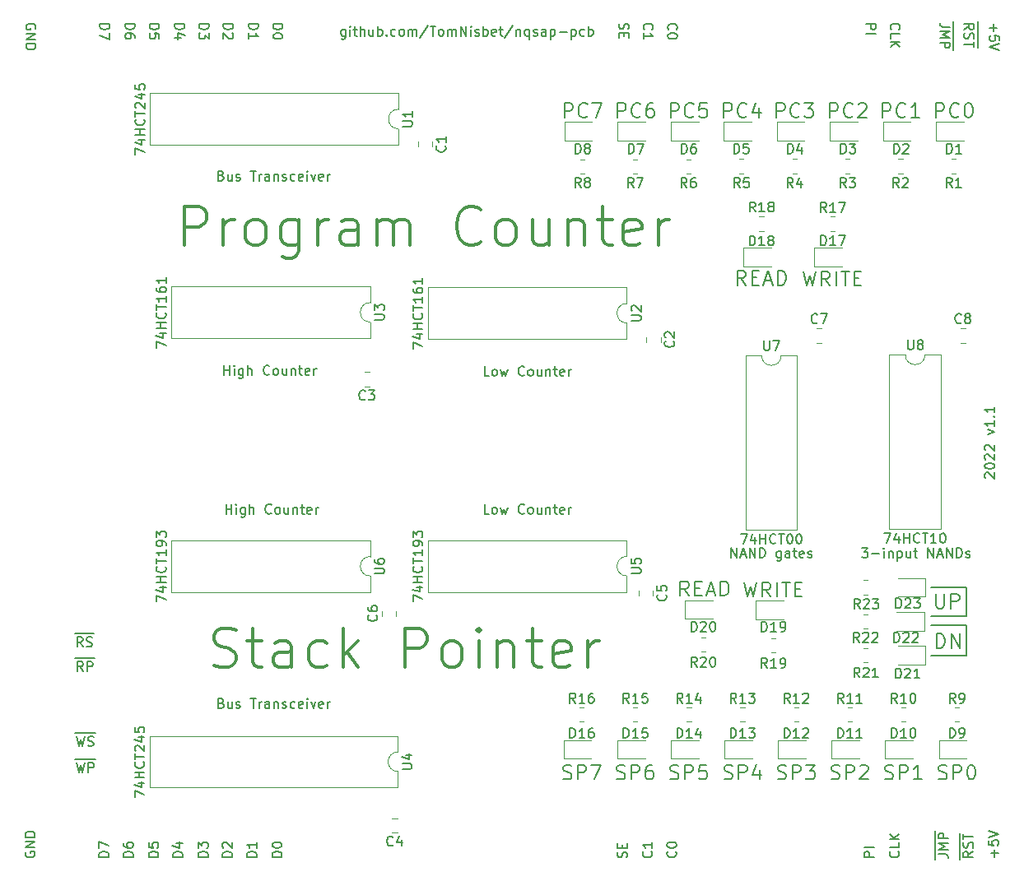
<source format=gto>
G04 #@! TF.GenerationSoftware,KiCad,Pcbnew,(5.1.9)-1*
G04 #@! TF.CreationDate,2022-07-23T11:52:42-04:00*
G04 #@! TF.ProjectId,pc-sp,70632d73-702e-46b6-9963-61645f706362,1.1*
G04 #@! TF.SameCoordinates,Original*
G04 #@! TF.FileFunction,Legend,Top*
G04 #@! TF.FilePolarity,Positive*
%FSLAX46Y46*%
G04 Gerber Fmt 4.6, Leading zero omitted, Abs format (unit mm)*
G04 Created by KiCad (PCBNEW (5.1.9)-1) date 2022-07-23 11:52:42*
%MOMM*%
%LPD*%
G01*
G04 APERTURE LIST*
%ADD10C,0.150000*%
%ADD11C,0.300000*%
%ADD12C,0.120000*%
%ADD13C,0.170000*%
%ADD14O,1.600000X1.600000*%
%ADD15R,1.600000X1.600000*%
%ADD16O,1.700000X1.700000*%
%ADD17R,1.700000X1.700000*%
G04 APERTURE END LIST*
D10*
X181315000Y-47897500D02*
X181315000Y-48659404D01*
X180947619Y-48421309D02*
X180233333Y-48421309D01*
X180090476Y-48373690D01*
X179995238Y-48278452D01*
X179947619Y-48135595D01*
X179947619Y-48040357D01*
X181315000Y-48659404D02*
X181315000Y-49802261D01*
X179947619Y-48897500D02*
X180947619Y-48897500D01*
X180233333Y-49230833D01*
X180947619Y-49564166D01*
X179947619Y-49564166D01*
X181315000Y-49802261D02*
X181315000Y-50802261D01*
X179947619Y-50040357D02*
X180947619Y-50040357D01*
X180947619Y-50421309D01*
X180900000Y-50516547D01*
X180852380Y-50564166D01*
X180757142Y-50611785D01*
X180614285Y-50611785D01*
X180519047Y-50564166D01*
X180471428Y-50516547D01*
X180423809Y-50421309D01*
X180423809Y-50040357D01*
X182700000Y-110000000D02*
X179000000Y-110000000D01*
X182700000Y-113100000D02*
X182700000Y-110000000D01*
X179000000Y-113100000D02*
X182700000Y-113100000D01*
X182700000Y-109100000D02*
X179000000Y-109100000D01*
X182700000Y-106100000D02*
X182700000Y-109100000D01*
X179000000Y-106100000D02*
X182700000Y-106100000D01*
X179425000Y-134102500D02*
X179425000Y-133340595D01*
X179792380Y-133578690D02*
X180506666Y-133578690D01*
X180649523Y-133626309D01*
X180744761Y-133721547D01*
X180792380Y-133864404D01*
X180792380Y-133959642D01*
X179425000Y-133340595D02*
X179425000Y-132197738D01*
X180792380Y-133102500D02*
X179792380Y-133102500D01*
X180506666Y-132769166D01*
X179792380Y-132435833D01*
X180792380Y-132435833D01*
X179425000Y-132197738D02*
X179425000Y-131197738D01*
X180792380Y-131959642D02*
X179792380Y-131959642D01*
X179792380Y-131578690D01*
X179840000Y-131483452D01*
X179887619Y-131435833D01*
X179982857Y-131388214D01*
X180125714Y-131388214D01*
X180220952Y-131435833D01*
X180268571Y-131483452D01*
X180316190Y-131578690D01*
X180316190Y-131959642D01*
X184647619Y-94866666D02*
X184600000Y-94819047D01*
X184552380Y-94723809D01*
X184552380Y-94485714D01*
X184600000Y-94390476D01*
X184647619Y-94342857D01*
X184742857Y-94295238D01*
X184838095Y-94295238D01*
X184980952Y-94342857D01*
X185552380Y-94914285D01*
X185552380Y-94295238D01*
X184552380Y-93676190D02*
X184552380Y-93580952D01*
X184600000Y-93485714D01*
X184647619Y-93438095D01*
X184742857Y-93390476D01*
X184933333Y-93342857D01*
X185171428Y-93342857D01*
X185361904Y-93390476D01*
X185457142Y-93438095D01*
X185504761Y-93485714D01*
X185552380Y-93580952D01*
X185552380Y-93676190D01*
X185504761Y-93771428D01*
X185457142Y-93819047D01*
X185361904Y-93866666D01*
X185171428Y-93914285D01*
X184933333Y-93914285D01*
X184742857Y-93866666D01*
X184647619Y-93819047D01*
X184600000Y-93771428D01*
X184552380Y-93676190D01*
X184647619Y-92961904D02*
X184600000Y-92914285D01*
X184552380Y-92819047D01*
X184552380Y-92580952D01*
X184600000Y-92485714D01*
X184647619Y-92438095D01*
X184742857Y-92390476D01*
X184838095Y-92390476D01*
X184980952Y-92438095D01*
X185552380Y-93009523D01*
X185552380Y-92390476D01*
X184647619Y-92009523D02*
X184600000Y-91961904D01*
X184552380Y-91866666D01*
X184552380Y-91628571D01*
X184600000Y-91533333D01*
X184647619Y-91485714D01*
X184742857Y-91438095D01*
X184838095Y-91438095D01*
X184980952Y-91485714D01*
X185552380Y-92057142D01*
X185552380Y-91438095D01*
X184885714Y-90342857D02*
X185552380Y-90104761D01*
X184885714Y-89866666D01*
X185552380Y-88961904D02*
X185552380Y-89533333D01*
X185552380Y-89247619D02*
X184552380Y-89247619D01*
X184695238Y-89342857D01*
X184790476Y-89438095D01*
X184838095Y-89533333D01*
X185457142Y-88533333D02*
X185504761Y-88485714D01*
X185552380Y-88533333D01*
X185504761Y-88580952D01*
X185457142Y-88533333D01*
X185552380Y-88533333D01*
X185552380Y-87533333D02*
X185552380Y-88104761D01*
X185552380Y-87819047D02*
X184552380Y-87819047D01*
X184695238Y-87914285D01*
X184790476Y-88009523D01*
X184838095Y-88104761D01*
X118800000Y-48685714D02*
X118800000Y-49495238D01*
X118752380Y-49590476D01*
X118704761Y-49638095D01*
X118609523Y-49685714D01*
X118466666Y-49685714D01*
X118371428Y-49638095D01*
X118800000Y-49304761D02*
X118704761Y-49352380D01*
X118514285Y-49352380D01*
X118419047Y-49304761D01*
X118371428Y-49257142D01*
X118323809Y-49161904D01*
X118323809Y-48876190D01*
X118371428Y-48780952D01*
X118419047Y-48733333D01*
X118514285Y-48685714D01*
X118704761Y-48685714D01*
X118800000Y-48733333D01*
X119276190Y-49352380D02*
X119276190Y-48685714D01*
X119276190Y-48352380D02*
X119228571Y-48400000D01*
X119276190Y-48447619D01*
X119323809Y-48400000D01*
X119276190Y-48352380D01*
X119276190Y-48447619D01*
X119609523Y-48685714D02*
X119990476Y-48685714D01*
X119752380Y-48352380D02*
X119752380Y-49209523D01*
X119800000Y-49304761D01*
X119895238Y-49352380D01*
X119990476Y-49352380D01*
X120323809Y-49352380D02*
X120323809Y-48352380D01*
X120752380Y-49352380D02*
X120752380Y-48828571D01*
X120704761Y-48733333D01*
X120609523Y-48685714D01*
X120466666Y-48685714D01*
X120371428Y-48733333D01*
X120323809Y-48780952D01*
X121657142Y-48685714D02*
X121657142Y-49352380D01*
X121228571Y-48685714D02*
X121228571Y-49209523D01*
X121276190Y-49304761D01*
X121371428Y-49352380D01*
X121514285Y-49352380D01*
X121609523Y-49304761D01*
X121657142Y-49257142D01*
X122133333Y-49352380D02*
X122133333Y-48352380D01*
X122133333Y-48733333D02*
X122228571Y-48685714D01*
X122419047Y-48685714D01*
X122514285Y-48733333D01*
X122561904Y-48780952D01*
X122609523Y-48876190D01*
X122609523Y-49161904D01*
X122561904Y-49257142D01*
X122514285Y-49304761D01*
X122419047Y-49352380D01*
X122228571Y-49352380D01*
X122133333Y-49304761D01*
X123038095Y-49257142D02*
X123085714Y-49304761D01*
X123038095Y-49352380D01*
X122990476Y-49304761D01*
X123038095Y-49257142D01*
X123038095Y-49352380D01*
X123942857Y-49304761D02*
X123847619Y-49352380D01*
X123657142Y-49352380D01*
X123561904Y-49304761D01*
X123514285Y-49257142D01*
X123466666Y-49161904D01*
X123466666Y-48876190D01*
X123514285Y-48780952D01*
X123561904Y-48733333D01*
X123657142Y-48685714D01*
X123847619Y-48685714D01*
X123942857Y-48733333D01*
X124514285Y-49352380D02*
X124419047Y-49304761D01*
X124371428Y-49257142D01*
X124323809Y-49161904D01*
X124323809Y-48876190D01*
X124371428Y-48780952D01*
X124419047Y-48733333D01*
X124514285Y-48685714D01*
X124657142Y-48685714D01*
X124752380Y-48733333D01*
X124800000Y-48780952D01*
X124847619Y-48876190D01*
X124847619Y-49161904D01*
X124800000Y-49257142D01*
X124752380Y-49304761D01*
X124657142Y-49352380D01*
X124514285Y-49352380D01*
X125276190Y-49352380D02*
X125276190Y-48685714D01*
X125276190Y-48780952D02*
X125323809Y-48733333D01*
X125419047Y-48685714D01*
X125561904Y-48685714D01*
X125657142Y-48733333D01*
X125704761Y-48828571D01*
X125704761Y-49352380D01*
X125704761Y-48828571D02*
X125752380Y-48733333D01*
X125847619Y-48685714D01*
X125990476Y-48685714D01*
X126085714Y-48733333D01*
X126133333Y-48828571D01*
X126133333Y-49352380D01*
X127323809Y-48304761D02*
X126466666Y-49590476D01*
X127514285Y-48352380D02*
X128085714Y-48352380D01*
X127800000Y-49352380D02*
X127800000Y-48352380D01*
X128561904Y-49352380D02*
X128466666Y-49304761D01*
X128419047Y-49257142D01*
X128371428Y-49161904D01*
X128371428Y-48876190D01*
X128419047Y-48780952D01*
X128466666Y-48733333D01*
X128561904Y-48685714D01*
X128704761Y-48685714D01*
X128800000Y-48733333D01*
X128847619Y-48780952D01*
X128895238Y-48876190D01*
X128895238Y-49161904D01*
X128847619Y-49257142D01*
X128800000Y-49304761D01*
X128704761Y-49352380D01*
X128561904Y-49352380D01*
X129323809Y-49352380D02*
X129323809Y-48685714D01*
X129323809Y-48780952D02*
X129371428Y-48733333D01*
X129466666Y-48685714D01*
X129609523Y-48685714D01*
X129704761Y-48733333D01*
X129752380Y-48828571D01*
X129752380Y-49352380D01*
X129752380Y-48828571D02*
X129800000Y-48733333D01*
X129895238Y-48685714D01*
X130038095Y-48685714D01*
X130133333Y-48733333D01*
X130180952Y-48828571D01*
X130180952Y-49352380D01*
X130657142Y-49352380D02*
X130657142Y-48352380D01*
X131228571Y-49352380D01*
X131228571Y-48352380D01*
X131704761Y-49352380D02*
X131704761Y-48685714D01*
X131704761Y-48352380D02*
X131657142Y-48400000D01*
X131704761Y-48447619D01*
X131752380Y-48400000D01*
X131704761Y-48352380D01*
X131704761Y-48447619D01*
X132133333Y-49304761D02*
X132228571Y-49352380D01*
X132419047Y-49352380D01*
X132514285Y-49304761D01*
X132561904Y-49209523D01*
X132561904Y-49161904D01*
X132514285Y-49066666D01*
X132419047Y-49019047D01*
X132276190Y-49019047D01*
X132180952Y-48971428D01*
X132133333Y-48876190D01*
X132133333Y-48828571D01*
X132180952Y-48733333D01*
X132276190Y-48685714D01*
X132419047Y-48685714D01*
X132514285Y-48733333D01*
X132990476Y-49352380D02*
X132990476Y-48352380D01*
X132990476Y-48733333D02*
X133085714Y-48685714D01*
X133276190Y-48685714D01*
X133371428Y-48733333D01*
X133419047Y-48780952D01*
X133466666Y-48876190D01*
X133466666Y-49161904D01*
X133419047Y-49257142D01*
X133371428Y-49304761D01*
X133276190Y-49352380D01*
X133085714Y-49352380D01*
X132990476Y-49304761D01*
X134276190Y-49304761D02*
X134180952Y-49352380D01*
X133990476Y-49352380D01*
X133895238Y-49304761D01*
X133847619Y-49209523D01*
X133847619Y-48828571D01*
X133895238Y-48733333D01*
X133990476Y-48685714D01*
X134180952Y-48685714D01*
X134276190Y-48733333D01*
X134323809Y-48828571D01*
X134323809Y-48923809D01*
X133847619Y-49019047D01*
X134609523Y-48685714D02*
X134990476Y-48685714D01*
X134752380Y-48352380D02*
X134752380Y-49209523D01*
X134800000Y-49304761D01*
X134895238Y-49352380D01*
X134990476Y-49352380D01*
X136038095Y-48304761D02*
X135180952Y-49590476D01*
X136371428Y-48685714D02*
X136371428Y-49352380D01*
X136371428Y-48780952D02*
X136419047Y-48733333D01*
X136514285Y-48685714D01*
X136657142Y-48685714D01*
X136752380Y-48733333D01*
X136800000Y-48828571D01*
X136800000Y-49352380D01*
X137704761Y-48685714D02*
X137704761Y-49685714D01*
X137704761Y-49304761D02*
X137609523Y-49352380D01*
X137419047Y-49352380D01*
X137323809Y-49304761D01*
X137276190Y-49257142D01*
X137228571Y-49161904D01*
X137228571Y-48876190D01*
X137276190Y-48780952D01*
X137323809Y-48733333D01*
X137419047Y-48685714D01*
X137609523Y-48685714D01*
X137704761Y-48733333D01*
X138133333Y-49304761D02*
X138228571Y-49352380D01*
X138419047Y-49352380D01*
X138514285Y-49304761D01*
X138561904Y-49209523D01*
X138561904Y-49161904D01*
X138514285Y-49066666D01*
X138419047Y-49019047D01*
X138276190Y-49019047D01*
X138180952Y-48971428D01*
X138133333Y-48876190D01*
X138133333Y-48828571D01*
X138180952Y-48733333D01*
X138276190Y-48685714D01*
X138419047Y-48685714D01*
X138514285Y-48733333D01*
X139419047Y-49352380D02*
X139419047Y-48828571D01*
X139371428Y-48733333D01*
X139276190Y-48685714D01*
X139085714Y-48685714D01*
X138990476Y-48733333D01*
X139419047Y-49304761D02*
X139323809Y-49352380D01*
X139085714Y-49352380D01*
X138990476Y-49304761D01*
X138942857Y-49209523D01*
X138942857Y-49114285D01*
X138990476Y-49019047D01*
X139085714Y-48971428D01*
X139323809Y-48971428D01*
X139419047Y-48923809D01*
X139895238Y-48685714D02*
X139895238Y-49685714D01*
X139895238Y-48733333D02*
X139990476Y-48685714D01*
X140180952Y-48685714D01*
X140276190Y-48733333D01*
X140323809Y-48780952D01*
X140371428Y-48876190D01*
X140371428Y-49161904D01*
X140323809Y-49257142D01*
X140276190Y-49304761D01*
X140180952Y-49352380D01*
X139990476Y-49352380D01*
X139895238Y-49304761D01*
X140800000Y-48971428D02*
X141561904Y-48971428D01*
X142038095Y-48685714D02*
X142038095Y-49685714D01*
X142038095Y-48733333D02*
X142133333Y-48685714D01*
X142323809Y-48685714D01*
X142419047Y-48733333D01*
X142466666Y-48780952D01*
X142514285Y-48876190D01*
X142514285Y-49161904D01*
X142466666Y-49257142D01*
X142419047Y-49304761D01*
X142323809Y-49352380D01*
X142133333Y-49352380D01*
X142038095Y-49304761D01*
X143371428Y-49304761D02*
X143276190Y-49352380D01*
X143085714Y-49352380D01*
X142990476Y-49304761D01*
X142942857Y-49257142D01*
X142895238Y-49161904D01*
X142895238Y-48876190D01*
X142942857Y-48780952D01*
X142990476Y-48733333D01*
X143085714Y-48685714D01*
X143276190Y-48685714D01*
X143371428Y-48733333D01*
X143800000Y-49352380D02*
X143800000Y-48352380D01*
X143800000Y-48733333D02*
X143895238Y-48685714D01*
X144085714Y-48685714D01*
X144180952Y-48733333D01*
X144228571Y-48780952D01*
X144276190Y-48876190D01*
X144276190Y-49161904D01*
X144228571Y-49257142D01*
X144180952Y-49304761D01*
X144085714Y-49352380D01*
X143895238Y-49352380D01*
X143800000Y-49304761D01*
X90977500Y-121085000D02*
X92120357Y-121085000D01*
X91120357Y-121452380D02*
X91358452Y-122452380D01*
X91548928Y-121738095D01*
X91739404Y-122452380D01*
X91977500Y-121452380D01*
X92120357Y-121085000D02*
X93072738Y-121085000D01*
X92310833Y-122404761D02*
X92453690Y-122452380D01*
X92691785Y-122452380D01*
X92787023Y-122404761D01*
X92834642Y-122357142D01*
X92882261Y-122261904D01*
X92882261Y-122166666D01*
X92834642Y-122071428D01*
X92787023Y-122023809D01*
X92691785Y-121976190D01*
X92501309Y-121928571D01*
X92406071Y-121880952D01*
X92358452Y-121833333D01*
X92310833Y-121738095D01*
X92310833Y-121642857D01*
X92358452Y-121547619D01*
X92406071Y-121500000D01*
X92501309Y-121452380D01*
X92739404Y-121452380D01*
X92882261Y-121500000D01*
X90977500Y-110855000D02*
X91977500Y-110855000D01*
X91787023Y-112222380D02*
X91453690Y-111746190D01*
X91215595Y-112222380D02*
X91215595Y-111222380D01*
X91596547Y-111222380D01*
X91691785Y-111270000D01*
X91739404Y-111317619D01*
X91787023Y-111412857D01*
X91787023Y-111555714D01*
X91739404Y-111650952D01*
X91691785Y-111698571D01*
X91596547Y-111746190D01*
X91215595Y-111746190D01*
X91977500Y-110855000D02*
X92929880Y-110855000D01*
X92167976Y-112174761D02*
X92310833Y-112222380D01*
X92548928Y-112222380D01*
X92644166Y-112174761D01*
X92691785Y-112127142D01*
X92739404Y-112031904D01*
X92739404Y-111936666D01*
X92691785Y-111841428D01*
X92644166Y-111793809D01*
X92548928Y-111746190D01*
X92358452Y-111698571D01*
X92263214Y-111650952D01*
X92215595Y-111603333D01*
X92167976Y-111508095D01*
X92167976Y-111412857D01*
X92215595Y-111317619D01*
X92263214Y-111270000D01*
X92358452Y-111222380D01*
X92596547Y-111222380D01*
X92739404Y-111270000D01*
X90977500Y-123785000D02*
X92120357Y-123785000D01*
X91120357Y-124152380D02*
X91358452Y-125152380D01*
X91548928Y-124438095D01*
X91739404Y-125152380D01*
X91977500Y-124152380D01*
X92120357Y-123785000D02*
X93120357Y-123785000D01*
X92358452Y-125152380D02*
X92358452Y-124152380D01*
X92739404Y-124152380D01*
X92834642Y-124200000D01*
X92882261Y-124247619D01*
X92929880Y-124342857D01*
X92929880Y-124485714D01*
X92882261Y-124580952D01*
X92834642Y-124628571D01*
X92739404Y-124676190D01*
X92358452Y-124676190D01*
X90997500Y-113385000D02*
X91997500Y-113385000D01*
X91807023Y-114752380D02*
X91473690Y-114276190D01*
X91235595Y-114752380D02*
X91235595Y-113752380D01*
X91616547Y-113752380D01*
X91711785Y-113800000D01*
X91759404Y-113847619D01*
X91807023Y-113942857D01*
X91807023Y-114085714D01*
X91759404Y-114180952D01*
X91711785Y-114228571D01*
X91616547Y-114276190D01*
X91235595Y-114276190D01*
X91997500Y-113385000D02*
X92997500Y-113385000D01*
X92235595Y-114752380D02*
X92235595Y-113752380D01*
X92616547Y-113752380D01*
X92711785Y-113800000D01*
X92759404Y-113847619D01*
X92807023Y-113942857D01*
X92807023Y-114085714D01*
X92759404Y-114180952D01*
X92711785Y-114228571D01*
X92616547Y-114276190D01*
X92235595Y-114276190D01*
D11*
X105280952Y-114119047D02*
X105852380Y-114309523D01*
X106804761Y-114309523D01*
X107185714Y-114119047D01*
X107376190Y-113928571D01*
X107566666Y-113547619D01*
X107566666Y-113166666D01*
X107376190Y-112785714D01*
X107185714Y-112595238D01*
X106804761Y-112404761D01*
X106042857Y-112214285D01*
X105661904Y-112023809D01*
X105471428Y-111833333D01*
X105280952Y-111452380D01*
X105280952Y-111071428D01*
X105471428Y-110690476D01*
X105661904Y-110500000D01*
X106042857Y-110309523D01*
X106995238Y-110309523D01*
X107566666Y-110500000D01*
X108709523Y-111642857D02*
X110233333Y-111642857D01*
X109280952Y-110309523D02*
X109280952Y-113738095D01*
X109471428Y-114119047D01*
X109852380Y-114309523D01*
X110233333Y-114309523D01*
X113280952Y-114309523D02*
X113280952Y-112214285D01*
X113090476Y-111833333D01*
X112709523Y-111642857D01*
X111947619Y-111642857D01*
X111566666Y-111833333D01*
X113280952Y-114119047D02*
X112900000Y-114309523D01*
X111947619Y-114309523D01*
X111566666Y-114119047D01*
X111376190Y-113738095D01*
X111376190Y-113357142D01*
X111566666Y-112976190D01*
X111947619Y-112785714D01*
X112900000Y-112785714D01*
X113280952Y-112595238D01*
X116899999Y-114119047D02*
X116519047Y-114309523D01*
X115757142Y-114309523D01*
X115376190Y-114119047D01*
X115185714Y-113928571D01*
X114995238Y-113547619D01*
X114995238Y-112404761D01*
X115185714Y-112023809D01*
X115376190Y-111833333D01*
X115757142Y-111642857D01*
X116519047Y-111642857D01*
X116899999Y-111833333D01*
X118614285Y-114309523D02*
X118614285Y-110309523D01*
X118995238Y-112785714D02*
X120138095Y-114309523D01*
X120138095Y-111642857D02*
X118614285Y-113166666D01*
X124900000Y-114309523D02*
X124900000Y-110309523D01*
X126423809Y-110309523D01*
X126804761Y-110500000D01*
X126995238Y-110690476D01*
X127185714Y-111071428D01*
X127185714Y-111642857D01*
X126995238Y-112023809D01*
X126804761Y-112214285D01*
X126423809Y-112404761D01*
X124900000Y-112404761D01*
X129471428Y-114309523D02*
X129090476Y-114119047D01*
X128900000Y-113928571D01*
X128709523Y-113547619D01*
X128709523Y-112404761D01*
X128900000Y-112023809D01*
X129090476Y-111833333D01*
X129471428Y-111642857D01*
X130042857Y-111642857D01*
X130423809Y-111833333D01*
X130614285Y-112023809D01*
X130804761Y-112404761D01*
X130804761Y-113547619D01*
X130614285Y-113928571D01*
X130423809Y-114119047D01*
X130042857Y-114309523D01*
X129471428Y-114309523D01*
X132519047Y-114309523D02*
X132519047Y-111642857D01*
X132519047Y-110309523D02*
X132328571Y-110500000D01*
X132519047Y-110690476D01*
X132709523Y-110500000D01*
X132519047Y-110309523D01*
X132519047Y-110690476D01*
X134423809Y-111642857D02*
X134423809Y-114309523D01*
X134423809Y-112023809D02*
X134614285Y-111833333D01*
X134995238Y-111642857D01*
X135566666Y-111642857D01*
X135947619Y-111833333D01*
X136138095Y-112214285D01*
X136138095Y-114309523D01*
X137471428Y-111642857D02*
X138995238Y-111642857D01*
X138042857Y-110309523D02*
X138042857Y-113738095D01*
X138233333Y-114119047D01*
X138614285Y-114309523D01*
X138995238Y-114309523D01*
X141852380Y-114119047D02*
X141471428Y-114309523D01*
X140709523Y-114309523D01*
X140328571Y-114119047D01*
X140138095Y-113738095D01*
X140138095Y-112214285D01*
X140328571Y-111833333D01*
X140709523Y-111642857D01*
X141471428Y-111642857D01*
X141852380Y-111833333D01*
X142042857Y-112214285D01*
X142042857Y-112595238D01*
X140138095Y-112976190D01*
X143757142Y-114309523D02*
X143757142Y-111642857D01*
X143757142Y-112404761D02*
X143947619Y-112023809D01*
X144138095Y-111833333D01*
X144519047Y-111642857D01*
X144900000Y-111642857D01*
X102233333Y-70909523D02*
X102233333Y-66909523D01*
X103757142Y-66909523D01*
X104138095Y-67100000D01*
X104328571Y-67290476D01*
X104519047Y-67671428D01*
X104519047Y-68242857D01*
X104328571Y-68623809D01*
X104138095Y-68814285D01*
X103757142Y-69004761D01*
X102233333Y-69004761D01*
X106233333Y-70909523D02*
X106233333Y-68242857D01*
X106233333Y-69004761D02*
X106423809Y-68623809D01*
X106614285Y-68433333D01*
X106995238Y-68242857D01*
X107376190Y-68242857D01*
X109280952Y-70909523D02*
X108900000Y-70719047D01*
X108709523Y-70528571D01*
X108519047Y-70147619D01*
X108519047Y-69004761D01*
X108709523Y-68623809D01*
X108900000Y-68433333D01*
X109280952Y-68242857D01*
X109852380Y-68242857D01*
X110233333Y-68433333D01*
X110423809Y-68623809D01*
X110614285Y-69004761D01*
X110614285Y-70147619D01*
X110423809Y-70528571D01*
X110233333Y-70719047D01*
X109852380Y-70909523D01*
X109280952Y-70909523D01*
X114042857Y-68242857D02*
X114042857Y-71480952D01*
X113852380Y-71861904D01*
X113661904Y-72052380D01*
X113280952Y-72242857D01*
X112709523Y-72242857D01*
X112328571Y-72052380D01*
X114042857Y-70719047D02*
X113661904Y-70909523D01*
X112900000Y-70909523D01*
X112519047Y-70719047D01*
X112328571Y-70528571D01*
X112138095Y-70147619D01*
X112138095Y-69004761D01*
X112328571Y-68623809D01*
X112519047Y-68433333D01*
X112900000Y-68242857D01*
X113661904Y-68242857D01*
X114042857Y-68433333D01*
X115947619Y-70909523D02*
X115947619Y-68242857D01*
X115947619Y-69004761D02*
X116138095Y-68623809D01*
X116328571Y-68433333D01*
X116709523Y-68242857D01*
X117090476Y-68242857D01*
X120138095Y-70909523D02*
X120138095Y-68814285D01*
X119947619Y-68433333D01*
X119566666Y-68242857D01*
X118804761Y-68242857D01*
X118423809Y-68433333D01*
X120138095Y-70719047D02*
X119757142Y-70909523D01*
X118804761Y-70909523D01*
X118423809Y-70719047D01*
X118233333Y-70338095D01*
X118233333Y-69957142D01*
X118423809Y-69576190D01*
X118804761Y-69385714D01*
X119757142Y-69385714D01*
X120138095Y-69195238D01*
X122042857Y-70909523D02*
X122042857Y-68242857D01*
X122042857Y-68623809D02*
X122233333Y-68433333D01*
X122614285Y-68242857D01*
X123185714Y-68242857D01*
X123566666Y-68433333D01*
X123757142Y-68814285D01*
X123757142Y-70909523D01*
X123757142Y-68814285D02*
X123947619Y-68433333D01*
X124328571Y-68242857D01*
X124900000Y-68242857D01*
X125280952Y-68433333D01*
X125471428Y-68814285D01*
X125471428Y-70909523D01*
X132709523Y-70528571D02*
X132519047Y-70719047D01*
X131947619Y-70909523D01*
X131566666Y-70909523D01*
X130995238Y-70719047D01*
X130614285Y-70338095D01*
X130423809Y-69957142D01*
X130233333Y-69195238D01*
X130233333Y-68623809D01*
X130423809Y-67861904D01*
X130614285Y-67480952D01*
X130995238Y-67100000D01*
X131566666Y-66909523D01*
X131947619Y-66909523D01*
X132519047Y-67100000D01*
X132709523Y-67290476D01*
X134995238Y-70909523D02*
X134614285Y-70719047D01*
X134423809Y-70528571D01*
X134233333Y-70147619D01*
X134233333Y-69004761D01*
X134423809Y-68623809D01*
X134614285Y-68433333D01*
X134995238Y-68242857D01*
X135566666Y-68242857D01*
X135947619Y-68433333D01*
X136138095Y-68623809D01*
X136328571Y-69004761D01*
X136328571Y-70147619D01*
X136138095Y-70528571D01*
X135947619Y-70719047D01*
X135566666Y-70909523D01*
X134995238Y-70909523D01*
X139757142Y-68242857D02*
X139757142Y-70909523D01*
X138042857Y-68242857D02*
X138042857Y-70338095D01*
X138233333Y-70719047D01*
X138614285Y-70909523D01*
X139185714Y-70909523D01*
X139566666Y-70719047D01*
X139757142Y-70528571D01*
X141661904Y-68242857D02*
X141661904Y-70909523D01*
X141661904Y-68623809D02*
X141852380Y-68433333D01*
X142233333Y-68242857D01*
X142804761Y-68242857D01*
X143185714Y-68433333D01*
X143376190Y-68814285D01*
X143376190Y-70909523D01*
X144709523Y-68242857D02*
X146233333Y-68242857D01*
X145280952Y-66909523D02*
X145280952Y-70338095D01*
X145471428Y-70719047D01*
X145852380Y-70909523D01*
X146233333Y-70909523D01*
X149090476Y-70719047D02*
X148709523Y-70909523D01*
X147947619Y-70909523D01*
X147566666Y-70719047D01*
X147376190Y-70338095D01*
X147376190Y-68814285D01*
X147566666Y-68433333D01*
X147947619Y-68242857D01*
X148709523Y-68242857D01*
X149090476Y-68433333D01*
X149280952Y-68814285D01*
X149280952Y-69195238D01*
X147376190Y-69576190D01*
X150995238Y-70909523D02*
X150995238Y-68242857D01*
X150995238Y-69004761D02*
X151185714Y-68623809D01*
X151376190Y-68433333D01*
X151757142Y-68242857D01*
X152138095Y-68242857D01*
D10*
X149542857Y-48707023D02*
X149495238Y-48659404D01*
X149447619Y-48516547D01*
X149447619Y-48421309D01*
X149495238Y-48278452D01*
X149590476Y-48183214D01*
X149685714Y-48135595D01*
X149876190Y-48087976D01*
X150019047Y-48087976D01*
X150209523Y-48135595D01*
X150304761Y-48183214D01*
X150400000Y-48278452D01*
X150447619Y-48421309D01*
X150447619Y-48516547D01*
X150400000Y-48659404D01*
X150352380Y-48707023D01*
X149447619Y-49659404D02*
X149447619Y-49087976D01*
X149447619Y-49373690D02*
X150447619Y-49373690D01*
X150304761Y-49278452D01*
X150209523Y-49183214D01*
X150161904Y-49087976D01*
X174942857Y-48707023D02*
X174895238Y-48659404D01*
X174847619Y-48516547D01*
X174847619Y-48421309D01*
X174895238Y-48278452D01*
X174990476Y-48183214D01*
X175085714Y-48135595D01*
X175276190Y-48087976D01*
X175419047Y-48087976D01*
X175609523Y-48135595D01*
X175704761Y-48183214D01*
X175800000Y-48278452D01*
X175847619Y-48421309D01*
X175847619Y-48516547D01*
X175800000Y-48659404D01*
X175752380Y-48707023D01*
X174847619Y-49611785D02*
X174847619Y-49135595D01*
X175847619Y-49135595D01*
X174847619Y-49945119D02*
X175847619Y-49945119D01*
X174847619Y-50516547D02*
X175419047Y-50087976D01*
X175847619Y-50516547D02*
X175276190Y-49945119D01*
X146995238Y-48087976D02*
X146947619Y-48230833D01*
X146947619Y-48468928D01*
X146995238Y-48564166D01*
X147042857Y-48611785D01*
X147138095Y-48659404D01*
X147233333Y-48659404D01*
X147328571Y-48611785D01*
X147376190Y-48564166D01*
X147423809Y-48468928D01*
X147471428Y-48278452D01*
X147519047Y-48183214D01*
X147566666Y-48135595D01*
X147661904Y-48087976D01*
X147757142Y-48087976D01*
X147852380Y-48135595D01*
X147900000Y-48183214D01*
X147947619Y-48278452D01*
X147947619Y-48516547D01*
X147900000Y-48659404D01*
X147471428Y-49087976D02*
X147471428Y-49421309D01*
X146947619Y-49564166D02*
X146947619Y-49087976D01*
X147947619Y-49087976D01*
X147947619Y-49564166D01*
X172347619Y-48135595D02*
X173347619Y-48135595D01*
X173347619Y-48516547D01*
X173300000Y-48611785D01*
X173252380Y-48659404D01*
X173157142Y-48707023D01*
X173014285Y-48707023D01*
X172919047Y-48659404D01*
X172871428Y-48611785D01*
X172823809Y-48516547D01*
X172823809Y-48135595D01*
X172347619Y-49135595D02*
X173347619Y-49135595D01*
X183815000Y-47897500D02*
X183815000Y-48897500D01*
X182447619Y-48707023D02*
X182923809Y-48373690D01*
X182447619Y-48135595D02*
X183447619Y-48135595D01*
X183447619Y-48516547D01*
X183400000Y-48611785D01*
X183352380Y-48659404D01*
X183257142Y-48707023D01*
X183114285Y-48707023D01*
X183019047Y-48659404D01*
X182971428Y-48611785D01*
X182923809Y-48516547D01*
X182923809Y-48135595D01*
X183815000Y-48897500D02*
X183815000Y-49849880D01*
X182495238Y-49087976D02*
X182447619Y-49230833D01*
X182447619Y-49468928D01*
X182495238Y-49564166D01*
X182542857Y-49611785D01*
X182638095Y-49659404D01*
X182733333Y-49659404D01*
X182828571Y-49611785D01*
X182876190Y-49564166D01*
X182923809Y-49468928D01*
X182971428Y-49278452D01*
X183019047Y-49183214D01*
X183066666Y-49135595D01*
X183161904Y-49087976D01*
X183257142Y-49087976D01*
X183352380Y-49135595D01*
X183400000Y-49183214D01*
X183447619Y-49278452D01*
X183447619Y-49516547D01*
X183400000Y-49659404D01*
X183815000Y-49849880D02*
X183815000Y-50611785D01*
X183447619Y-49945119D02*
X183447619Y-50516547D01*
X182447619Y-50230833D02*
X183447619Y-50230833D01*
X152042857Y-48707023D02*
X151995238Y-48659404D01*
X151947619Y-48516547D01*
X151947619Y-48421309D01*
X151995238Y-48278452D01*
X152090476Y-48183214D01*
X152185714Y-48135595D01*
X152376190Y-48087976D01*
X152519047Y-48087976D01*
X152709523Y-48135595D01*
X152804761Y-48183214D01*
X152900000Y-48278452D01*
X152947619Y-48421309D01*
X152947619Y-48516547D01*
X152900000Y-48659404D01*
X152852380Y-48707023D01*
X152947619Y-49326071D02*
X152947619Y-49421309D01*
X152900000Y-49516547D01*
X152852380Y-49564166D01*
X152757142Y-49611785D01*
X152566666Y-49659404D01*
X152328571Y-49659404D01*
X152138095Y-49611785D01*
X152042857Y-49564166D01*
X151995238Y-49516547D01*
X151947619Y-49421309D01*
X151947619Y-49326071D01*
X151995238Y-49230833D01*
X152042857Y-49183214D01*
X152138095Y-49135595D01*
X152328571Y-49087976D01*
X152566666Y-49087976D01*
X152757142Y-49135595D01*
X152852380Y-49183214D01*
X152900000Y-49230833D01*
X152947619Y-49326071D01*
X185428571Y-48135595D02*
X185428571Y-48897500D01*
X185047619Y-48516547D02*
X185809523Y-48516547D01*
X186047619Y-49849880D02*
X186047619Y-49373690D01*
X185571428Y-49326071D01*
X185619047Y-49373690D01*
X185666666Y-49468928D01*
X185666666Y-49707023D01*
X185619047Y-49802261D01*
X185571428Y-49849880D01*
X185476190Y-49897500D01*
X185238095Y-49897500D01*
X185142857Y-49849880D01*
X185095238Y-49802261D01*
X185047619Y-49707023D01*
X185047619Y-49468928D01*
X185095238Y-49373690D01*
X185142857Y-49326071D01*
X186047619Y-50183214D02*
X185047619Y-50516547D01*
X186047619Y-50849880D01*
X86900000Y-48659404D02*
X86947619Y-48564166D01*
X86947619Y-48421309D01*
X86900000Y-48278452D01*
X86804761Y-48183214D01*
X86709523Y-48135595D01*
X86519047Y-48087976D01*
X86376190Y-48087976D01*
X86185714Y-48135595D01*
X86090476Y-48183214D01*
X85995238Y-48278452D01*
X85947619Y-48421309D01*
X85947619Y-48516547D01*
X85995238Y-48659404D01*
X86042857Y-48707023D01*
X86376190Y-48707023D01*
X86376190Y-48516547D01*
X85947619Y-49135595D02*
X86947619Y-49135595D01*
X85947619Y-49707023D01*
X86947619Y-49707023D01*
X85947619Y-50183214D02*
X86947619Y-50183214D01*
X86947619Y-50421309D01*
X86900000Y-50564166D01*
X86804761Y-50659404D01*
X86709523Y-50707023D01*
X86519047Y-50754642D01*
X86376190Y-50754642D01*
X86185714Y-50707023D01*
X86090476Y-50659404D01*
X85995238Y-50564166D01*
X85947619Y-50421309D01*
X85947619Y-50183214D01*
X101247619Y-48135595D02*
X102247619Y-48135595D01*
X102247619Y-48373690D01*
X102200000Y-48516547D01*
X102104761Y-48611785D01*
X102009523Y-48659404D01*
X101819047Y-48707023D01*
X101676190Y-48707023D01*
X101485714Y-48659404D01*
X101390476Y-48611785D01*
X101295238Y-48516547D01*
X101247619Y-48373690D01*
X101247619Y-48135595D01*
X101914285Y-49564166D02*
X101247619Y-49564166D01*
X102295238Y-49326071D02*
X101580952Y-49087976D01*
X101580952Y-49707023D01*
X111347619Y-48135595D02*
X112347619Y-48135595D01*
X112347619Y-48373690D01*
X112300000Y-48516547D01*
X112204761Y-48611785D01*
X112109523Y-48659404D01*
X111919047Y-48707023D01*
X111776190Y-48707023D01*
X111585714Y-48659404D01*
X111490476Y-48611785D01*
X111395238Y-48516547D01*
X111347619Y-48373690D01*
X111347619Y-48135595D01*
X112347619Y-49326071D02*
X112347619Y-49421309D01*
X112300000Y-49516547D01*
X112252380Y-49564166D01*
X112157142Y-49611785D01*
X111966666Y-49659404D01*
X111728571Y-49659404D01*
X111538095Y-49611785D01*
X111442857Y-49564166D01*
X111395238Y-49516547D01*
X111347619Y-49421309D01*
X111347619Y-49326071D01*
X111395238Y-49230833D01*
X111442857Y-49183214D01*
X111538095Y-49135595D01*
X111728571Y-49087976D01*
X111966666Y-49087976D01*
X112157142Y-49135595D01*
X112252380Y-49183214D01*
X112300000Y-49230833D01*
X112347619Y-49326071D01*
X98647619Y-48135595D02*
X99647619Y-48135595D01*
X99647619Y-48373690D01*
X99600000Y-48516547D01*
X99504761Y-48611785D01*
X99409523Y-48659404D01*
X99219047Y-48707023D01*
X99076190Y-48707023D01*
X98885714Y-48659404D01*
X98790476Y-48611785D01*
X98695238Y-48516547D01*
X98647619Y-48373690D01*
X98647619Y-48135595D01*
X99647619Y-49611785D02*
X99647619Y-49135595D01*
X99171428Y-49087976D01*
X99219047Y-49135595D01*
X99266666Y-49230833D01*
X99266666Y-49468928D01*
X99219047Y-49564166D01*
X99171428Y-49611785D01*
X99076190Y-49659404D01*
X98838095Y-49659404D01*
X98742857Y-49611785D01*
X98695238Y-49564166D01*
X98647619Y-49468928D01*
X98647619Y-49230833D01*
X98695238Y-49135595D01*
X98742857Y-49087976D01*
X108847619Y-48135595D02*
X109847619Y-48135595D01*
X109847619Y-48373690D01*
X109800000Y-48516547D01*
X109704761Y-48611785D01*
X109609523Y-48659404D01*
X109419047Y-48707023D01*
X109276190Y-48707023D01*
X109085714Y-48659404D01*
X108990476Y-48611785D01*
X108895238Y-48516547D01*
X108847619Y-48373690D01*
X108847619Y-48135595D01*
X108847619Y-49659404D02*
X108847619Y-49087976D01*
X108847619Y-49373690D02*
X109847619Y-49373690D01*
X109704761Y-49278452D01*
X109609523Y-49183214D01*
X109561904Y-49087976D01*
X103747619Y-48135595D02*
X104747619Y-48135595D01*
X104747619Y-48373690D01*
X104700000Y-48516547D01*
X104604761Y-48611785D01*
X104509523Y-48659404D01*
X104319047Y-48707023D01*
X104176190Y-48707023D01*
X103985714Y-48659404D01*
X103890476Y-48611785D01*
X103795238Y-48516547D01*
X103747619Y-48373690D01*
X103747619Y-48135595D01*
X104747619Y-49040357D02*
X104747619Y-49659404D01*
X104366666Y-49326071D01*
X104366666Y-49468928D01*
X104319047Y-49564166D01*
X104271428Y-49611785D01*
X104176190Y-49659404D01*
X103938095Y-49659404D01*
X103842857Y-49611785D01*
X103795238Y-49564166D01*
X103747619Y-49468928D01*
X103747619Y-49183214D01*
X103795238Y-49087976D01*
X103842857Y-49040357D01*
X96147619Y-48135595D02*
X97147619Y-48135595D01*
X97147619Y-48373690D01*
X97100000Y-48516547D01*
X97004761Y-48611785D01*
X96909523Y-48659404D01*
X96719047Y-48707023D01*
X96576190Y-48707023D01*
X96385714Y-48659404D01*
X96290476Y-48611785D01*
X96195238Y-48516547D01*
X96147619Y-48373690D01*
X96147619Y-48135595D01*
X97147619Y-49564166D02*
X97147619Y-49373690D01*
X97100000Y-49278452D01*
X97052380Y-49230833D01*
X96909523Y-49135595D01*
X96719047Y-49087976D01*
X96338095Y-49087976D01*
X96242857Y-49135595D01*
X96195238Y-49183214D01*
X96147619Y-49278452D01*
X96147619Y-49468928D01*
X96195238Y-49564166D01*
X96242857Y-49611785D01*
X96338095Y-49659404D01*
X96576190Y-49659404D01*
X96671428Y-49611785D01*
X96719047Y-49564166D01*
X96766666Y-49468928D01*
X96766666Y-49278452D01*
X96719047Y-49183214D01*
X96671428Y-49135595D01*
X96576190Y-49087976D01*
X93547619Y-48135595D02*
X94547619Y-48135595D01*
X94547619Y-48373690D01*
X94500000Y-48516547D01*
X94404761Y-48611785D01*
X94309523Y-48659404D01*
X94119047Y-48707023D01*
X93976190Y-48707023D01*
X93785714Y-48659404D01*
X93690476Y-48611785D01*
X93595238Y-48516547D01*
X93547619Y-48373690D01*
X93547619Y-48135595D01*
X94547619Y-49040357D02*
X94547619Y-49707023D01*
X93547619Y-49278452D01*
X106247619Y-48135595D02*
X107247619Y-48135595D01*
X107247619Y-48373690D01*
X107200000Y-48516547D01*
X107104761Y-48611785D01*
X107009523Y-48659404D01*
X106819047Y-48707023D01*
X106676190Y-48707023D01*
X106485714Y-48659404D01*
X106390476Y-48611785D01*
X106295238Y-48516547D01*
X106247619Y-48373690D01*
X106247619Y-48135595D01*
X107152380Y-49087976D02*
X107200000Y-49135595D01*
X107247619Y-49230833D01*
X107247619Y-49468928D01*
X107200000Y-49564166D01*
X107152380Y-49611785D01*
X107057142Y-49659404D01*
X106961904Y-49659404D01*
X106819047Y-49611785D01*
X106247619Y-49040357D01*
X106247619Y-49659404D01*
X185571428Y-133864404D02*
X185571428Y-133102500D01*
X185952380Y-133483452D02*
X185190476Y-133483452D01*
X184952380Y-132150119D02*
X184952380Y-132626309D01*
X185428571Y-132673928D01*
X185380952Y-132626309D01*
X185333333Y-132531071D01*
X185333333Y-132292976D01*
X185380952Y-132197738D01*
X185428571Y-132150119D01*
X185523809Y-132102500D01*
X185761904Y-132102500D01*
X185857142Y-132150119D01*
X185904761Y-132197738D01*
X185952380Y-132292976D01*
X185952380Y-132531071D01*
X185904761Y-132626309D01*
X185857142Y-132673928D01*
X184952380Y-131816785D02*
X185952380Y-131483452D01*
X184952380Y-131150119D01*
X181985000Y-134102500D02*
X181985000Y-133102500D01*
X183352380Y-133292976D02*
X182876190Y-133626309D01*
X183352380Y-133864404D02*
X182352380Y-133864404D01*
X182352380Y-133483452D01*
X182400000Y-133388214D01*
X182447619Y-133340595D01*
X182542857Y-133292976D01*
X182685714Y-133292976D01*
X182780952Y-133340595D01*
X182828571Y-133388214D01*
X182876190Y-133483452D01*
X182876190Y-133864404D01*
X181985000Y-133102500D02*
X181985000Y-132150119D01*
X183304761Y-132912023D02*
X183352380Y-132769166D01*
X183352380Y-132531071D01*
X183304761Y-132435833D01*
X183257142Y-132388214D01*
X183161904Y-132340595D01*
X183066666Y-132340595D01*
X182971428Y-132388214D01*
X182923809Y-132435833D01*
X182876190Y-132531071D01*
X182828571Y-132721547D01*
X182780952Y-132816785D01*
X182733333Y-132864404D01*
X182638095Y-132912023D01*
X182542857Y-132912023D01*
X182447619Y-132864404D01*
X182400000Y-132816785D01*
X182352380Y-132721547D01*
X182352380Y-132483452D01*
X182400000Y-132340595D01*
X181985000Y-132150119D02*
X181985000Y-131388214D01*
X182352380Y-132054880D02*
X182352380Y-131483452D01*
X183352380Y-131769166D02*
X182352380Y-131769166D01*
X175657142Y-133292976D02*
X175704761Y-133340595D01*
X175752380Y-133483452D01*
X175752380Y-133578690D01*
X175704761Y-133721547D01*
X175609523Y-133816785D01*
X175514285Y-133864404D01*
X175323809Y-133912023D01*
X175180952Y-133912023D01*
X174990476Y-133864404D01*
X174895238Y-133816785D01*
X174800000Y-133721547D01*
X174752380Y-133578690D01*
X174752380Y-133483452D01*
X174800000Y-133340595D01*
X174847619Y-133292976D01*
X175752380Y-132388214D02*
X175752380Y-132864404D01*
X174752380Y-132864404D01*
X175752380Y-132054880D02*
X174752380Y-132054880D01*
X175752380Y-131483452D02*
X175180952Y-131912023D01*
X174752380Y-131483452D02*
X175323809Y-132054880D01*
X173152380Y-133864404D02*
X172152380Y-133864404D01*
X172152380Y-133483452D01*
X172200000Y-133388214D01*
X172247619Y-133340595D01*
X172342857Y-133292976D01*
X172485714Y-133292976D01*
X172580952Y-133340595D01*
X172628571Y-133388214D01*
X172676190Y-133483452D01*
X172676190Y-133864404D01*
X173152380Y-132864404D02*
X172152380Y-132864404D01*
X147724761Y-133912023D02*
X147772380Y-133769166D01*
X147772380Y-133531071D01*
X147724761Y-133435833D01*
X147677142Y-133388214D01*
X147581904Y-133340595D01*
X147486666Y-133340595D01*
X147391428Y-133388214D01*
X147343809Y-133435833D01*
X147296190Y-133531071D01*
X147248571Y-133721547D01*
X147200952Y-133816785D01*
X147153333Y-133864404D01*
X147058095Y-133912023D01*
X146962857Y-133912023D01*
X146867619Y-133864404D01*
X146820000Y-133816785D01*
X146772380Y-133721547D01*
X146772380Y-133483452D01*
X146820000Y-133340595D01*
X147248571Y-132912023D02*
X147248571Y-132578690D01*
X147772380Y-132435833D02*
X147772380Y-132912023D01*
X146772380Y-132912023D01*
X146772380Y-132435833D01*
X152757142Y-133292976D02*
X152804761Y-133340595D01*
X152852380Y-133483452D01*
X152852380Y-133578690D01*
X152804761Y-133721547D01*
X152709523Y-133816785D01*
X152614285Y-133864404D01*
X152423809Y-133912023D01*
X152280952Y-133912023D01*
X152090476Y-133864404D01*
X151995238Y-133816785D01*
X151900000Y-133721547D01*
X151852380Y-133578690D01*
X151852380Y-133483452D01*
X151900000Y-133340595D01*
X151947619Y-133292976D01*
X151852380Y-132673928D02*
X151852380Y-132578690D01*
X151900000Y-132483452D01*
X151947619Y-132435833D01*
X152042857Y-132388214D01*
X152233333Y-132340595D01*
X152471428Y-132340595D01*
X152661904Y-132388214D01*
X152757142Y-132435833D01*
X152804761Y-132483452D01*
X152852380Y-132578690D01*
X152852380Y-132673928D01*
X152804761Y-132769166D01*
X152757142Y-132816785D01*
X152661904Y-132864404D01*
X152471428Y-132912023D01*
X152233333Y-132912023D01*
X152042857Y-132864404D01*
X151947619Y-132816785D01*
X151900000Y-132769166D01*
X151852380Y-132673928D01*
X150257142Y-133292976D02*
X150304761Y-133340595D01*
X150352380Y-133483452D01*
X150352380Y-133578690D01*
X150304761Y-133721547D01*
X150209523Y-133816785D01*
X150114285Y-133864404D01*
X149923809Y-133912023D01*
X149780952Y-133912023D01*
X149590476Y-133864404D01*
X149495238Y-133816785D01*
X149400000Y-133721547D01*
X149352380Y-133578690D01*
X149352380Y-133483452D01*
X149400000Y-133340595D01*
X149447619Y-133292976D01*
X150352380Y-132340595D02*
X150352380Y-132912023D01*
X150352380Y-132626309D02*
X149352380Y-132626309D01*
X149495238Y-132721547D01*
X149590476Y-132816785D01*
X149638095Y-132912023D01*
X85900000Y-133340595D02*
X85852380Y-133435833D01*
X85852380Y-133578690D01*
X85900000Y-133721547D01*
X85995238Y-133816785D01*
X86090476Y-133864404D01*
X86280952Y-133912023D01*
X86423809Y-133912023D01*
X86614285Y-133864404D01*
X86709523Y-133816785D01*
X86804761Y-133721547D01*
X86852380Y-133578690D01*
X86852380Y-133483452D01*
X86804761Y-133340595D01*
X86757142Y-133292976D01*
X86423809Y-133292976D01*
X86423809Y-133483452D01*
X86852380Y-132864404D02*
X85852380Y-132864404D01*
X86852380Y-132292976D01*
X85852380Y-132292976D01*
X86852380Y-131816785D02*
X85852380Y-131816785D01*
X85852380Y-131578690D01*
X85900000Y-131435833D01*
X85995238Y-131340595D01*
X86090476Y-131292976D01*
X86280952Y-131245357D01*
X86423809Y-131245357D01*
X86614285Y-131292976D01*
X86709523Y-131340595D01*
X86804761Y-131435833D01*
X86852380Y-131578690D01*
X86852380Y-131816785D01*
X112252380Y-133864404D02*
X111252380Y-133864404D01*
X111252380Y-133626309D01*
X111300000Y-133483452D01*
X111395238Y-133388214D01*
X111490476Y-133340595D01*
X111680952Y-133292976D01*
X111823809Y-133292976D01*
X112014285Y-133340595D01*
X112109523Y-133388214D01*
X112204761Y-133483452D01*
X112252380Y-133626309D01*
X112252380Y-133864404D01*
X111252380Y-132673928D02*
X111252380Y-132578690D01*
X111300000Y-132483452D01*
X111347619Y-132435833D01*
X111442857Y-132388214D01*
X111633333Y-132340595D01*
X111871428Y-132340595D01*
X112061904Y-132388214D01*
X112157142Y-132435833D01*
X112204761Y-132483452D01*
X112252380Y-132578690D01*
X112252380Y-132673928D01*
X112204761Y-132769166D01*
X112157142Y-132816785D01*
X112061904Y-132864404D01*
X111871428Y-132912023D01*
X111633333Y-132912023D01*
X111442857Y-132864404D01*
X111347619Y-132816785D01*
X111300000Y-132769166D01*
X111252380Y-132673928D01*
X109652380Y-133864404D02*
X108652380Y-133864404D01*
X108652380Y-133626309D01*
X108700000Y-133483452D01*
X108795238Y-133388214D01*
X108890476Y-133340595D01*
X109080952Y-133292976D01*
X109223809Y-133292976D01*
X109414285Y-133340595D01*
X109509523Y-133388214D01*
X109604761Y-133483452D01*
X109652380Y-133626309D01*
X109652380Y-133864404D01*
X109652380Y-132340595D02*
X109652380Y-132912023D01*
X109652380Y-132626309D02*
X108652380Y-132626309D01*
X108795238Y-132721547D01*
X108890476Y-132816785D01*
X108938095Y-132912023D01*
X107152380Y-133864404D02*
X106152380Y-133864404D01*
X106152380Y-133626309D01*
X106200000Y-133483452D01*
X106295238Y-133388214D01*
X106390476Y-133340595D01*
X106580952Y-133292976D01*
X106723809Y-133292976D01*
X106914285Y-133340595D01*
X107009523Y-133388214D01*
X107104761Y-133483452D01*
X107152380Y-133626309D01*
X107152380Y-133864404D01*
X106247619Y-132912023D02*
X106200000Y-132864404D01*
X106152380Y-132769166D01*
X106152380Y-132531071D01*
X106200000Y-132435833D01*
X106247619Y-132388214D01*
X106342857Y-132340595D01*
X106438095Y-132340595D01*
X106580952Y-132388214D01*
X107152380Y-132959642D01*
X107152380Y-132340595D01*
X104652380Y-133864404D02*
X103652380Y-133864404D01*
X103652380Y-133626309D01*
X103700000Y-133483452D01*
X103795238Y-133388214D01*
X103890476Y-133340595D01*
X104080952Y-133292976D01*
X104223809Y-133292976D01*
X104414285Y-133340595D01*
X104509523Y-133388214D01*
X104604761Y-133483452D01*
X104652380Y-133626309D01*
X104652380Y-133864404D01*
X103652380Y-132959642D02*
X103652380Y-132340595D01*
X104033333Y-132673928D01*
X104033333Y-132531071D01*
X104080952Y-132435833D01*
X104128571Y-132388214D01*
X104223809Y-132340595D01*
X104461904Y-132340595D01*
X104557142Y-132388214D01*
X104604761Y-132435833D01*
X104652380Y-132531071D01*
X104652380Y-132816785D01*
X104604761Y-132912023D01*
X104557142Y-132959642D01*
X102052380Y-133864404D02*
X101052380Y-133864404D01*
X101052380Y-133626309D01*
X101100000Y-133483452D01*
X101195238Y-133388214D01*
X101290476Y-133340595D01*
X101480952Y-133292976D01*
X101623809Y-133292976D01*
X101814285Y-133340595D01*
X101909523Y-133388214D01*
X102004761Y-133483452D01*
X102052380Y-133626309D01*
X102052380Y-133864404D01*
X101385714Y-132435833D02*
X102052380Y-132435833D01*
X101004761Y-132673928D02*
X101719047Y-132912023D01*
X101719047Y-132292976D01*
X99552380Y-133864404D02*
X98552380Y-133864404D01*
X98552380Y-133626309D01*
X98600000Y-133483452D01*
X98695238Y-133388214D01*
X98790476Y-133340595D01*
X98980952Y-133292976D01*
X99123809Y-133292976D01*
X99314285Y-133340595D01*
X99409523Y-133388214D01*
X99504761Y-133483452D01*
X99552380Y-133626309D01*
X99552380Y-133864404D01*
X98552380Y-132388214D02*
X98552380Y-132864404D01*
X99028571Y-132912023D01*
X98980952Y-132864404D01*
X98933333Y-132769166D01*
X98933333Y-132531071D01*
X98980952Y-132435833D01*
X99028571Y-132388214D01*
X99123809Y-132340595D01*
X99361904Y-132340595D01*
X99457142Y-132388214D01*
X99504761Y-132435833D01*
X99552380Y-132531071D01*
X99552380Y-132769166D01*
X99504761Y-132864404D01*
X99457142Y-132912023D01*
X94452380Y-133864404D02*
X93452380Y-133864404D01*
X93452380Y-133626309D01*
X93500000Y-133483452D01*
X93595238Y-133388214D01*
X93690476Y-133340595D01*
X93880952Y-133292976D01*
X94023809Y-133292976D01*
X94214285Y-133340595D01*
X94309523Y-133388214D01*
X94404761Y-133483452D01*
X94452380Y-133626309D01*
X94452380Y-133864404D01*
X93452380Y-132959642D02*
X93452380Y-132292976D01*
X94452380Y-132721547D01*
X96952380Y-133864404D02*
X95952380Y-133864404D01*
X95952380Y-133626309D01*
X96000000Y-133483452D01*
X96095238Y-133388214D01*
X96190476Y-133340595D01*
X96380952Y-133292976D01*
X96523809Y-133292976D01*
X96714285Y-133340595D01*
X96809523Y-133388214D01*
X96904761Y-133483452D01*
X96952380Y-133626309D01*
X96952380Y-133864404D01*
X95952380Y-132435833D02*
X95952380Y-132626309D01*
X96000000Y-132721547D01*
X96047619Y-132769166D01*
X96190476Y-132864404D01*
X96380952Y-132912023D01*
X96761904Y-132912023D01*
X96857142Y-132864404D01*
X96904761Y-132816785D01*
X96952380Y-132721547D01*
X96952380Y-132531071D01*
X96904761Y-132435833D01*
X96857142Y-132388214D01*
X96761904Y-132340595D01*
X96523809Y-132340595D01*
X96428571Y-132388214D01*
X96380952Y-132435833D01*
X96333333Y-132531071D01*
X96333333Y-132721547D01*
X96380952Y-132816785D01*
X96428571Y-132864404D01*
X96523809Y-132912023D01*
D12*
X172072936Y-105365000D02*
X172527064Y-105365000D01*
X172072936Y-106835000D02*
X172527064Y-106835000D01*
X172072936Y-108865000D02*
X172527064Y-108865000D01*
X172072936Y-110335000D02*
X172527064Y-110335000D01*
X172072936Y-112365000D02*
X172527064Y-112365000D01*
X172072936Y-113835000D02*
X172527064Y-113835000D01*
X175600000Y-107060000D02*
X178460000Y-107060000D01*
X178460000Y-107060000D02*
X178460000Y-105140000D01*
X178460000Y-105140000D02*
X175600000Y-105140000D01*
X175500000Y-110560000D02*
X178360000Y-110560000D01*
X178360000Y-110560000D02*
X178360000Y-108640000D01*
X178360000Y-108640000D02*
X175500000Y-108640000D01*
X175600000Y-114060000D02*
X178460000Y-114060000D01*
X178460000Y-114060000D02*
X178460000Y-112140000D01*
X178460000Y-112140000D02*
X175600000Y-112140000D01*
X121330000Y-80460000D02*
X121330000Y-78810000D01*
X100890000Y-80460000D02*
X121330000Y-80460000D01*
X100890000Y-75160000D02*
X100890000Y-80460000D01*
X121330000Y-75160000D02*
X100890000Y-75160000D01*
X121330000Y-76810000D02*
X121330000Y-75160000D01*
X121330000Y-78810000D02*
G75*
G02*
X121330000Y-76810000I0J1000000D01*
G01*
X147730000Y-80550000D02*
X147730000Y-78900000D01*
X127290000Y-80550000D02*
X147730000Y-80550000D01*
X127290000Y-75250000D02*
X127290000Y-80550000D01*
X147730000Y-75250000D02*
X127290000Y-75250000D01*
X147730000Y-76900000D02*
X147730000Y-75250000D01*
X147730000Y-78900000D02*
G75*
G02*
X147730000Y-76900000I0J1000000D01*
G01*
X161610000Y-82270000D02*
X159960000Y-82270000D01*
X159960000Y-82270000D02*
X159960000Y-100170000D01*
X159960000Y-100170000D02*
X165260000Y-100170000D01*
X165260000Y-100170000D02*
X165260000Y-82270000D01*
X165260000Y-82270000D02*
X163610000Y-82270000D01*
X163610000Y-82270000D02*
G75*
G02*
X161610000Y-82270000I-1000000J0D01*
G01*
X124190000Y-126710000D02*
X124190000Y-125060000D01*
X98670000Y-126710000D02*
X124190000Y-126710000D01*
X98670000Y-121410000D02*
X98670000Y-126710000D01*
X124190000Y-121410000D02*
X98670000Y-121410000D01*
X124190000Y-123060000D02*
X124190000Y-121410000D01*
X124190000Y-125060000D02*
G75*
G02*
X124190000Y-123060000I0J1000000D01*
G01*
X176400000Y-82190000D02*
X174750000Y-82190000D01*
X174750000Y-82190000D02*
X174750000Y-100090000D01*
X174750000Y-100090000D02*
X180050000Y-100090000D01*
X180050000Y-100090000D02*
X180050000Y-82190000D01*
X180050000Y-82190000D02*
X178400000Y-82190000D01*
X178400000Y-82190000D02*
G75*
G02*
X176400000Y-82190000I-1000000J0D01*
G01*
X121330000Y-102940000D02*
X121330000Y-101290000D01*
X121330000Y-101290000D02*
X100890000Y-101290000D01*
X100890000Y-101290000D02*
X100890000Y-106590000D01*
X100890000Y-106590000D02*
X121330000Y-106590000D01*
X121330000Y-106590000D02*
X121330000Y-104940000D01*
X121330000Y-104940000D02*
G75*
G02*
X121330000Y-102940000I0J1000000D01*
G01*
X147730000Y-102930000D02*
X147730000Y-101280000D01*
X147730000Y-101280000D02*
X127290000Y-101280000D01*
X127290000Y-101280000D02*
X127290000Y-106580000D01*
X127290000Y-106580000D02*
X147730000Y-106580000D01*
X147730000Y-106580000D02*
X147730000Y-104930000D01*
X147730000Y-104930000D02*
G75*
G02*
X147730000Y-102930000I0J1000000D01*
G01*
X182561252Y-80935000D02*
X182038748Y-80935000D01*
X182561252Y-79465000D02*
X182038748Y-79465000D01*
X124230000Y-60560000D02*
X124230000Y-58910000D01*
X98710000Y-60560000D02*
X124230000Y-60560000D01*
X98710000Y-55260000D02*
X98710000Y-60560000D01*
X124230000Y-55260000D02*
X98710000Y-55260000D01*
X124230000Y-56910000D02*
X124230000Y-55260000D01*
X124230000Y-58910000D02*
G75*
G02*
X124230000Y-56910000I0J1000000D01*
G01*
X155372936Y-112735000D02*
X155827064Y-112735000D01*
X155372936Y-111265000D02*
X155827064Y-111265000D01*
X162572936Y-112835000D02*
X163027064Y-112835000D01*
X162572936Y-111365000D02*
X163027064Y-111365000D01*
X168672936Y-69435000D02*
X169127064Y-69435000D01*
X168672936Y-67965000D02*
X169127064Y-67965000D01*
X142942936Y-63535000D02*
X143397064Y-63535000D01*
X142942936Y-62065000D02*
X143397064Y-62065000D01*
X148372936Y-63535000D02*
X148827064Y-63535000D01*
X148372936Y-62065000D02*
X148827064Y-62065000D01*
X153854364Y-63535000D02*
X154308492Y-63535000D01*
X153854364Y-62065000D02*
X154308492Y-62065000D01*
X159310078Y-63485000D02*
X159764206Y-63485000D01*
X159310078Y-62015000D02*
X159764206Y-62015000D01*
X164765792Y-63485000D02*
X165219920Y-63485000D01*
X164765792Y-62015000D02*
X165219920Y-62015000D01*
X170221506Y-63485000D02*
X170675634Y-63485000D01*
X170221506Y-62015000D02*
X170675634Y-62015000D01*
X175677220Y-63485000D02*
X176131348Y-63485000D01*
X175677220Y-62015000D02*
X176131348Y-62015000D01*
X181132936Y-63485000D02*
X181587064Y-63485000D01*
X181132936Y-62015000D02*
X181587064Y-62015000D01*
X153745000Y-109360000D02*
X156605000Y-109360000D01*
X153745000Y-107440000D02*
X153745000Y-109360000D01*
X156605000Y-107440000D02*
X153745000Y-107440000D01*
X160970000Y-109420000D02*
X163830000Y-109420000D01*
X160970000Y-107500000D02*
X160970000Y-109420000D01*
X163830000Y-107500000D02*
X160970000Y-107500000D01*
X167040000Y-73060000D02*
X169900000Y-73060000D01*
X167040000Y-71140000D02*
X167040000Y-73060000D01*
X169900000Y-71140000D02*
X167040000Y-71140000D01*
X141320000Y-60150000D02*
X144180000Y-60150000D01*
X141320000Y-58230000D02*
X141320000Y-60150000D01*
X144180000Y-58230000D02*
X141320000Y-58230000D01*
X146795714Y-60130000D02*
X149655714Y-60130000D01*
X146795714Y-58210000D02*
X146795714Y-60130000D01*
X149655714Y-58210000D02*
X146795714Y-58210000D01*
X152251428Y-60130000D02*
X155111428Y-60130000D01*
X152251428Y-58210000D02*
X152251428Y-60130000D01*
X155111428Y-58210000D02*
X152251428Y-58210000D01*
X157707142Y-60130000D02*
X160567142Y-60130000D01*
X157707142Y-58210000D02*
X157707142Y-60130000D01*
X160567142Y-58210000D02*
X157707142Y-58210000D01*
X163162856Y-60130000D02*
X166022856Y-60130000D01*
X163162856Y-58210000D02*
X163162856Y-60130000D01*
X166022856Y-58210000D02*
X163162856Y-58210000D01*
X168618570Y-60130000D02*
X171478570Y-60130000D01*
X168618570Y-58210000D02*
X168618570Y-60130000D01*
X171478570Y-58210000D02*
X168618570Y-58210000D01*
X174074284Y-60130000D02*
X176934284Y-60130000D01*
X174074284Y-58210000D02*
X174074284Y-60130000D01*
X176934284Y-58210000D02*
X174074284Y-58210000D01*
X179530000Y-60130000D02*
X182390000Y-60130000D01*
X179530000Y-58210000D02*
X179530000Y-60130000D01*
X182390000Y-58210000D02*
X179530000Y-58210000D01*
X167761252Y-79465000D02*
X167238748Y-79465000D01*
X167761252Y-80935000D02*
X167238748Y-80935000D01*
X124035000Y-109061252D02*
X124035000Y-108538748D01*
X122565000Y-109061252D02*
X122565000Y-108538748D01*
X124123752Y-129865000D02*
X123601248Y-129865000D01*
X124123752Y-131335000D02*
X123601248Y-131335000D01*
X121261252Y-83965000D02*
X120738748Y-83965000D01*
X121261252Y-85435000D02*
X120738748Y-85435000D01*
X149765000Y-80338748D02*
X149765000Y-80861252D01*
X151235000Y-80338748D02*
X151235000Y-80861252D01*
X126265000Y-60238748D02*
X126265000Y-60761252D01*
X127735000Y-60238748D02*
X127735000Y-60761252D01*
X148965000Y-106438748D02*
X148965000Y-106961252D01*
X150435000Y-106438748D02*
X150435000Y-106961252D01*
X161372936Y-67965000D02*
X161827064Y-67965000D01*
X161372936Y-69435000D02*
X161827064Y-69435000D01*
X162580000Y-71160000D02*
X159720000Y-71160000D01*
X159720000Y-71160000D02*
X159720000Y-73080000D01*
X159720000Y-73080000D02*
X162580000Y-73080000D01*
X142872936Y-118475000D02*
X143327064Y-118475000D01*
X142872936Y-119945000D02*
X143327064Y-119945000D01*
X148387221Y-118475000D02*
X148841349Y-118475000D01*
X148387221Y-119945000D02*
X148841349Y-119945000D01*
X153901506Y-118475000D02*
X154355634Y-118475000D01*
X153901506Y-119945000D02*
X154355634Y-119945000D01*
X159415791Y-118475000D02*
X159869919Y-118475000D01*
X159415791Y-119945000D02*
X159869919Y-119945000D01*
X164930076Y-118475000D02*
X165384204Y-118475000D01*
X164930076Y-119945000D02*
X165384204Y-119945000D01*
X170444361Y-118475000D02*
X170898489Y-118475000D01*
X170444361Y-119945000D02*
X170898489Y-119945000D01*
X175958646Y-118475000D02*
X176412774Y-118475000D01*
X175958646Y-119945000D02*
X176412774Y-119945000D01*
X181472936Y-118475000D02*
X181927064Y-118475000D01*
X181472936Y-119945000D02*
X181927064Y-119945000D01*
X144100000Y-121840000D02*
X141240000Y-121840000D01*
X141240000Y-121840000D02*
X141240000Y-123760000D01*
X141240000Y-123760000D02*
X144100000Y-123760000D01*
X149614285Y-121840000D02*
X146754285Y-121840000D01*
X146754285Y-121840000D02*
X146754285Y-123760000D01*
X146754285Y-123760000D02*
X149614285Y-123760000D01*
X155128570Y-121840000D02*
X152268570Y-121840000D01*
X152268570Y-121840000D02*
X152268570Y-123760000D01*
X152268570Y-123760000D02*
X155128570Y-123760000D01*
X160642855Y-121840000D02*
X157782855Y-121840000D01*
X157782855Y-121840000D02*
X157782855Y-123760000D01*
X157782855Y-123760000D02*
X160642855Y-123760000D01*
X166157140Y-121840000D02*
X163297140Y-121840000D01*
X163297140Y-121840000D02*
X163297140Y-123760000D01*
X163297140Y-123760000D02*
X166157140Y-123760000D01*
X171671425Y-121840000D02*
X168811425Y-121840000D01*
X168811425Y-121840000D02*
X168811425Y-123760000D01*
X168811425Y-123760000D02*
X171671425Y-123760000D01*
X177185710Y-121840000D02*
X174325710Y-121840000D01*
X174325710Y-121840000D02*
X174325710Y-123760000D01*
X174325710Y-123760000D02*
X177185710Y-123760000D01*
X182700000Y-121840000D02*
X179840000Y-121840000D01*
X179840000Y-121840000D02*
X179840000Y-123760000D01*
X179840000Y-123760000D02*
X182700000Y-123760000D01*
D10*
X171712142Y-108299380D02*
X171378809Y-107823190D01*
X171140714Y-108299380D02*
X171140714Y-107299380D01*
X171521666Y-107299380D01*
X171616904Y-107347000D01*
X171664523Y-107394619D01*
X171712142Y-107489857D01*
X171712142Y-107632714D01*
X171664523Y-107727952D01*
X171616904Y-107775571D01*
X171521666Y-107823190D01*
X171140714Y-107823190D01*
X172093095Y-107394619D02*
X172140714Y-107347000D01*
X172235952Y-107299380D01*
X172474047Y-107299380D01*
X172569285Y-107347000D01*
X172616904Y-107394619D01*
X172664523Y-107489857D01*
X172664523Y-107585095D01*
X172616904Y-107727952D01*
X172045476Y-108299380D01*
X172664523Y-108299380D01*
X172997857Y-107299380D02*
X173616904Y-107299380D01*
X173283571Y-107680333D01*
X173426428Y-107680333D01*
X173521666Y-107727952D01*
X173569285Y-107775571D01*
X173616904Y-107870809D01*
X173616904Y-108108904D01*
X173569285Y-108204142D01*
X173521666Y-108251761D01*
X173426428Y-108299380D01*
X173140714Y-108299380D01*
X173045476Y-108251761D01*
X172997857Y-108204142D01*
X171657142Y-111752380D02*
X171323809Y-111276190D01*
X171085714Y-111752380D02*
X171085714Y-110752380D01*
X171466666Y-110752380D01*
X171561904Y-110800000D01*
X171609523Y-110847619D01*
X171657142Y-110942857D01*
X171657142Y-111085714D01*
X171609523Y-111180952D01*
X171561904Y-111228571D01*
X171466666Y-111276190D01*
X171085714Y-111276190D01*
X172038095Y-110847619D02*
X172085714Y-110800000D01*
X172180952Y-110752380D01*
X172419047Y-110752380D01*
X172514285Y-110800000D01*
X172561904Y-110847619D01*
X172609523Y-110942857D01*
X172609523Y-111038095D01*
X172561904Y-111180952D01*
X171990476Y-111752380D01*
X172609523Y-111752380D01*
X172990476Y-110847619D02*
X173038095Y-110800000D01*
X173133333Y-110752380D01*
X173371428Y-110752380D01*
X173466666Y-110800000D01*
X173514285Y-110847619D01*
X173561904Y-110942857D01*
X173561904Y-111038095D01*
X173514285Y-111180952D01*
X172942857Y-111752380D01*
X173561904Y-111752380D01*
X171687142Y-115376380D02*
X171353809Y-114900190D01*
X171115714Y-115376380D02*
X171115714Y-114376380D01*
X171496666Y-114376380D01*
X171591904Y-114424000D01*
X171639523Y-114471619D01*
X171687142Y-114566857D01*
X171687142Y-114709714D01*
X171639523Y-114804952D01*
X171591904Y-114852571D01*
X171496666Y-114900190D01*
X171115714Y-114900190D01*
X172068095Y-114471619D02*
X172115714Y-114424000D01*
X172210952Y-114376380D01*
X172449047Y-114376380D01*
X172544285Y-114424000D01*
X172591904Y-114471619D01*
X172639523Y-114566857D01*
X172639523Y-114662095D01*
X172591904Y-114804952D01*
X172020476Y-115376380D01*
X172639523Y-115376380D01*
X173591904Y-115376380D02*
X173020476Y-115376380D01*
X173306190Y-115376380D02*
X173306190Y-114376380D01*
X173210952Y-114519238D01*
X173115714Y-114614476D01*
X173020476Y-114662095D01*
X175415714Y-108252380D02*
X175415714Y-107252380D01*
X175653809Y-107252380D01*
X175796666Y-107300000D01*
X175891904Y-107395238D01*
X175939523Y-107490476D01*
X175987142Y-107680952D01*
X175987142Y-107823809D01*
X175939523Y-108014285D01*
X175891904Y-108109523D01*
X175796666Y-108204761D01*
X175653809Y-108252380D01*
X175415714Y-108252380D01*
X176368095Y-107347619D02*
X176415714Y-107300000D01*
X176510952Y-107252380D01*
X176749047Y-107252380D01*
X176844285Y-107300000D01*
X176891904Y-107347619D01*
X176939523Y-107442857D01*
X176939523Y-107538095D01*
X176891904Y-107680952D01*
X176320476Y-108252380D01*
X176939523Y-108252380D01*
X177272857Y-107252380D02*
X177891904Y-107252380D01*
X177558571Y-107633333D01*
X177701428Y-107633333D01*
X177796666Y-107680952D01*
X177844285Y-107728571D01*
X177891904Y-107823809D01*
X177891904Y-108061904D01*
X177844285Y-108157142D01*
X177796666Y-108204761D01*
X177701428Y-108252380D01*
X177415714Y-108252380D01*
X177320476Y-108204761D01*
X177272857Y-108157142D01*
D13*
X179521428Y-106778571D02*
X179521428Y-107992857D01*
X179592857Y-108135714D01*
X179664285Y-108207142D01*
X179807142Y-108278571D01*
X180092857Y-108278571D01*
X180235714Y-108207142D01*
X180307142Y-108135714D01*
X180378571Y-107992857D01*
X180378571Y-106778571D01*
X181092857Y-108278571D02*
X181092857Y-106778571D01*
X181664285Y-106778571D01*
X181807142Y-106850000D01*
X181878571Y-106921428D01*
X181950000Y-107064285D01*
X181950000Y-107278571D01*
X181878571Y-107421428D01*
X181807142Y-107492857D01*
X181664285Y-107564285D01*
X181092857Y-107564285D01*
D10*
X175235714Y-111752380D02*
X175235714Y-110752380D01*
X175473809Y-110752380D01*
X175616666Y-110800000D01*
X175711904Y-110895238D01*
X175759523Y-110990476D01*
X175807142Y-111180952D01*
X175807142Y-111323809D01*
X175759523Y-111514285D01*
X175711904Y-111609523D01*
X175616666Y-111704761D01*
X175473809Y-111752380D01*
X175235714Y-111752380D01*
X176188095Y-110847619D02*
X176235714Y-110800000D01*
X176330952Y-110752380D01*
X176569047Y-110752380D01*
X176664285Y-110800000D01*
X176711904Y-110847619D01*
X176759523Y-110942857D01*
X176759523Y-111038095D01*
X176711904Y-111180952D01*
X176140476Y-111752380D01*
X176759523Y-111752380D01*
X177140476Y-110847619D02*
X177188095Y-110800000D01*
X177283333Y-110752380D01*
X177521428Y-110752380D01*
X177616666Y-110800000D01*
X177664285Y-110847619D01*
X177711904Y-110942857D01*
X177711904Y-111038095D01*
X177664285Y-111180952D01*
X177092857Y-111752380D01*
X177711904Y-111752380D01*
X175385714Y-115452380D02*
X175385714Y-114452380D01*
X175623809Y-114452380D01*
X175766666Y-114500000D01*
X175861904Y-114595238D01*
X175909523Y-114690476D01*
X175957142Y-114880952D01*
X175957142Y-115023809D01*
X175909523Y-115214285D01*
X175861904Y-115309523D01*
X175766666Y-115404761D01*
X175623809Y-115452380D01*
X175385714Y-115452380D01*
X176338095Y-114547619D02*
X176385714Y-114500000D01*
X176480952Y-114452380D01*
X176719047Y-114452380D01*
X176814285Y-114500000D01*
X176861904Y-114547619D01*
X176909523Y-114642857D01*
X176909523Y-114738095D01*
X176861904Y-114880952D01*
X176290476Y-115452380D01*
X176909523Y-115452380D01*
X177861904Y-115452380D02*
X177290476Y-115452380D01*
X177576190Y-115452380D02*
X177576190Y-114452380D01*
X177480952Y-114595238D01*
X177385714Y-114690476D01*
X177290476Y-114738095D01*
D13*
X179621428Y-112378571D02*
X179621428Y-110878571D01*
X179978571Y-110878571D01*
X180192857Y-110950000D01*
X180335714Y-111092857D01*
X180407142Y-111235714D01*
X180478571Y-111521428D01*
X180478571Y-111735714D01*
X180407142Y-112021428D01*
X180335714Y-112164285D01*
X180192857Y-112307142D01*
X179978571Y-112378571D01*
X179621428Y-112378571D01*
X181121428Y-112378571D02*
X181121428Y-110878571D01*
X181978571Y-112378571D01*
X181978571Y-110878571D01*
D10*
X121782380Y-78571904D02*
X122591904Y-78571904D01*
X122687142Y-78524285D01*
X122734761Y-78476666D01*
X122782380Y-78381428D01*
X122782380Y-78190952D01*
X122734761Y-78095714D01*
X122687142Y-78048095D01*
X122591904Y-78000476D01*
X121782380Y-78000476D01*
X121782380Y-77619523D02*
X121782380Y-77000476D01*
X122163333Y-77333809D01*
X122163333Y-77190952D01*
X122210952Y-77095714D01*
X122258571Y-77048095D01*
X122353809Y-77000476D01*
X122591904Y-77000476D01*
X122687142Y-77048095D01*
X122734761Y-77095714D01*
X122782380Y-77190952D01*
X122782380Y-77476666D01*
X122734761Y-77571904D01*
X122687142Y-77619523D01*
X99342380Y-81452857D02*
X99342380Y-80786190D01*
X100342380Y-81214761D01*
X99675714Y-79976666D02*
X100342380Y-79976666D01*
X99294761Y-80214761D02*
X100009047Y-80452857D01*
X100009047Y-79833809D01*
X100342380Y-79452857D02*
X99342380Y-79452857D01*
X99818571Y-79452857D02*
X99818571Y-78881428D01*
X100342380Y-78881428D02*
X99342380Y-78881428D01*
X100247142Y-77833809D02*
X100294761Y-77881428D01*
X100342380Y-78024285D01*
X100342380Y-78119523D01*
X100294761Y-78262380D01*
X100199523Y-78357619D01*
X100104285Y-78405238D01*
X99913809Y-78452857D01*
X99770952Y-78452857D01*
X99580476Y-78405238D01*
X99485238Y-78357619D01*
X99390000Y-78262380D01*
X99342380Y-78119523D01*
X99342380Y-78024285D01*
X99390000Y-77881428D01*
X99437619Y-77833809D01*
X99342380Y-77548095D02*
X99342380Y-76976666D01*
X100342380Y-77262380D02*
X99342380Y-77262380D01*
X100342380Y-76119523D02*
X100342380Y-76690952D01*
X100342380Y-76405238D02*
X99342380Y-76405238D01*
X99485238Y-76500476D01*
X99580476Y-76595714D01*
X99628095Y-76690952D01*
X99342380Y-75262380D02*
X99342380Y-75452857D01*
X99390000Y-75548095D01*
X99437619Y-75595714D01*
X99580476Y-75690952D01*
X99770952Y-75738571D01*
X100151904Y-75738571D01*
X100247142Y-75690952D01*
X100294761Y-75643333D01*
X100342380Y-75548095D01*
X100342380Y-75357619D01*
X100294761Y-75262380D01*
X100247142Y-75214761D01*
X100151904Y-75167142D01*
X99913809Y-75167142D01*
X99818571Y-75214761D01*
X99770952Y-75262380D01*
X99723333Y-75357619D01*
X99723333Y-75548095D01*
X99770952Y-75643333D01*
X99818571Y-75690952D01*
X99913809Y-75738571D01*
X100342380Y-74214761D02*
X100342380Y-74786190D01*
X100342380Y-74500476D02*
X99342380Y-74500476D01*
X99485238Y-74595714D01*
X99580476Y-74690952D01*
X99628095Y-74786190D01*
X106309523Y-84252380D02*
X106309523Y-83252380D01*
X106309523Y-83728571D02*
X106880952Y-83728571D01*
X106880952Y-84252380D02*
X106880952Y-83252380D01*
X107357142Y-84252380D02*
X107357142Y-83585714D01*
X107357142Y-83252380D02*
X107309523Y-83300000D01*
X107357142Y-83347619D01*
X107404761Y-83300000D01*
X107357142Y-83252380D01*
X107357142Y-83347619D01*
X108261904Y-83585714D02*
X108261904Y-84395238D01*
X108214285Y-84490476D01*
X108166666Y-84538095D01*
X108071428Y-84585714D01*
X107928571Y-84585714D01*
X107833333Y-84538095D01*
X108261904Y-84204761D02*
X108166666Y-84252380D01*
X107976190Y-84252380D01*
X107880952Y-84204761D01*
X107833333Y-84157142D01*
X107785714Y-84061904D01*
X107785714Y-83776190D01*
X107833333Y-83680952D01*
X107880952Y-83633333D01*
X107976190Y-83585714D01*
X108166666Y-83585714D01*
X108261904Y-83633333D01*
X108738095Y-84252380D02*
X108738095Y-83252380D01*
X109166666Y-84252380D02*
X109166666Y-83728571D01*
X109119047Y-83633333D01*
X109023809Y-83585714D01*
X108880952Y-83585714D01*
X108785714Y-83633333D01*
X108738095Y-83680952D01*
X110976190Y-84157142D02*
X110928571Y-84204761D01*
X110785714Y-84252380D01*
X110690476Y-84252380D01*
X110547619Y-84204761D01*
X110452380Y-84109523D01*
X110404761Y-84014285D01*
X110357142Y-83823809D01*
X110357142Y-83680952D01*
X110404761Y-83490476D01*
X110452380Y-83395238D01*
X110547619Y-83300000D01*
X110690476Y-83252380D01*
X110785714Y-83252380D01*
X110928571Y-83300000D01*
X110976190Y-83347619D01*
X111547619Y-84252380D02*
X111452380Y-84204761D01*
X111404761Y-84157142D01*
X111357142Y-84061904D01*
X111357142Y-83776190D01*
X111404761Y-83680952D01*
X111452380Y-83633333D01*
X111547619Y-83585714D01*
X111690476Y-83585714D01*
X111785714Y-83633333D01*
X111833333Y-83680952D01*
X111880952Y-83776190D01*
X111880952Y-84061904D01*
X111833333Y-84157142D01*
X111785714Y-84204761D01*
X111690476Y-84252380D01*
X111547619Y-84252380D01*
X112738095Y-83585714D02*
X112738095Y-84252380D01*
X112309523Y-83585714D02*
X112309523Y-84109523D01*
X112357142Y-84204761D01*
X112452380Y-84252380D01*
X112595238Y-84252380D01*
X112690476Y-84204761D01*
X112738095Y-84157142D01*
X113214285Y-83585714D02*
X113214285Y-84252380D01*
X113214285Y-83680952D02*
X113261904Y-83633333D01*
X113357142Y-83585714D01*
X113500000Y-83585714D01*
X113595238Y-83633333D01*
X113642857Y-83728571D01*
X113642857Y-84252380D01*
X113976190Y-83585714D02*
X114357142Y-83585714D01*
X114119047Y-83252380D02*
X114119047Y-84109523D01*
X114166666Y-84204761D01*
X114261904Y-84252380D01*
X114357142Y-84252380D01*
X115071428Y-84204761D02*
X114976190Y-84252380D01*
X114785714Y-84252380D01*
X114690476Y-84204761D01*
X114642857Y-84109523D01*
X114642857Y-83728571D01*
X114690476Y-83633333D01*
X114785714Y-83585714D01*
X114976190Y-83585714D01*
X115071428Y-83633333D01*
X115119047Y-83728571D01*
X115119047Y-83823809D01*
X114642857Y-83919047D01*
X115547619Y-84252380D02*
X115547619Y-83585714D01*
X115547619Y-83776190D02*
X115595238Y-83680952D01*
X115642857Y-83633333D01*
X115738095Y-83585714D01*
X115833333Y-83585714D01*
X148182380Y-78661904D02*
X148991904Y-78661904D01*
X149087142Y-78614285D01*
X149134761Y-78566666D01*
X149182380Y-78471428D01*
X149182380Y-78280952D01*
X149134761Y-78185714D01*
X149087142Y-78138095D01*
X148991904Y-78090476D01*
X148182380Y-78090476D01*
X148277619Y-77661904D02*
X148230000Y-77614285D01*
X148182380Y-77519047D01*
X148182380Y-77280952D01*
X148230000Y-77185714D01*
X148277619Y-77138095D01*
X148372857Y-77090476D01*
X148468095Y-77090476D01*
X148610952Y-77138095D01*
X149182380Y-77709523D01*
X149182380Y-77090476D01*
X125742380Y-81542857D02*
X125742380Y-80876190D01*
X126742380Y-81304761D01*
X126075714Y-80066666D02*
X126742380Y-80066666D01*
X125694761Y-80304761D02*
X126409047Y-80542857D01*
X126409047Y-79923809D01*
X126742380Y-79542857D02*
X125742380Y-79542857D01*
X126218571Y-79542857D02*
X126218571Y-78971428D01*
X126742380Y-78971428D02*
X125742380Y-78971428D01*
X126647142Y-77923809D02*
X126694761Y-77971428D01*
X126742380Y-78114285D01*
X126742380Y-78209523D01*
X126694761Y-78352380D01*
X126599523Y-78447619D01*
X126504285Y-78495238D01*
X126313809Y-78542857D01*
X126170952Y-78542857D01*
X125980476Y-78495238D01*
X125885238Y-78447619D01*
X125790000Y-78352380D01*
X125742380Y-78209523D01*
X125742380Y-78114285D01*
X125790000Y-77971428D01*
X125837619Y-77923809D01*
X125742380Y-77638095D02*
X125742380Y-77066666D01*
X126742380Y-77352380D02*
X125742380Y-77352380D01*
X126742380Y-76209523D02*
X126742380Y-76780952D01*
X126742380Y-76495238D02*
X125742380Y-76495238D01*
X125885238Y-76590476D01*
X125980476Y-76685714D01*
X126028095Y-76780952D01*
X125742380Y-75352380D02*
X125742380Y-75542857D01*
X125790000Y-75638095D01*
X125837619Y-75685714D01*
X125980476Y-75780952D01*
X126170952Y-75828571D01*
X126551904Y-75828571D01*
X126647142Y-75780952D01*
X126694761Y-75733333D01*
X126742380Y-75638095D01*
X126742380Y-75447619D01*
X126694761Y-75352380D01*
X126647142Y-75304761D01*
X126551904Y-75257142D01*
X126313809Y-75257142D01*
X126218571Y-75304761D01*
X126170952Y-75352380D01*
X126123333Y-75447619D01*
X126123333Y-75638095D01*
X126170952Y-75733333D01*
X126218571Y-75780952D01*
X126313809Y-75828571D01*
X126742380Y-74304761D02*
X126742380Y-74876190D01*
X126742380Y-74590476D02*
X125742380Y-74590476D01*
X125885238Y-74685714D01*
X125980476Y-74780952D01*
X126028095Y-74876190D01*
X133571428Y-84352380D02*
X133095238Y-84352380D01*
X133095238Y-83352380D01*
X134047619Y-84352380D02*
X133952380Y-84304761D01*
X133904761Y-84257142D01*
X133857142Y-84161904D01*
X133857142Y-83876190D01*
X133904761Y-83780952D01*
X133952380Y-83733333D01*
X134047619Y-83685714D01*
X134190476Y-83685714D01*
X134285714Y-83733333D01*
X134333333Y-83780952D01*
X134380952Y-83876190D01*
X134380952Y-84161904D01*
X134333333Y-84257142D01*
X134285714Y-84304761D01*
X134190476Y-84352380D01*
X134047619Y-84352380D01*
X134714285Y-83685714D02*
X134904761Y-84352380D01*
X135095238Y-83876190D01*
X135285714Y-84352380D01*
X135476190Y-83685714D01*
X137190476Y-84257142D02*
X137142857Y-84304761D01*
X137000000Y-84352380D01*
X136904761Y-84352380D01*
X136761904Y-84304761D01*
X136666666Y-84209523D01*
X136619047Y-84114285D01*
X136571428Y-83923809D01*
X136571428Y-83780952D01*
X136619047Y-83590476D01*
X136666666Y-83495238D01*
X136761904Y-83400000D01*
X136904761Y-83352380D01*
X137000000Y-83352380D01*
X137142857Y-83400000D01*
X137190476Y-83447619D01*
X137761904Y-84352380D02*
X137666666Y-84304761D01*
X137619047Y-84257142D01*
X137571428Y-84161904D01*
X137571428Y-83876190D01*
X137619047Y-83780952D01*
X137666666Y-83733333D01*
X137761904Y-83685714D01*
X137904761Y-83685714D01*
X138000000Y-83733333D01*
X138047619Y-83780952D01*
X138095238Y-83876190D01*
X138095238Y-84161904D01*
X138047619Y-84257142D01*
X138000000Y-84304761D01*
X137904761Y-84352380D01*
X137761904Y-84352380D01*
X138952380Y-83685714D02*
X138952380Y-84352380D01*
X138523809Y-83685714D02*
X138523809Y-84209523D01*
X138571428Y-84304761D01*
X138666666Y-84352380D01*
X138809523Y-84352380D01*
X138904761Y-84304761D01*
X138952380Y-84257142D01*
X139428571Y-83685714D02*
X139428571Y-84352380D01*
X139428571Y-83780952D02*
X139476190Y-83733333D01*
X139571428Y-83685714D01*
X139714285Y-83685714D01*
X139809523Y-83733333D01*
X139857142Y-83828571D01*
X139857142Y-84352380D01*
X140190476Y-83685714D02*
X140571428Y-83685714D01*
X140333333Y-83352380D02*
X140333333Y-84209523D01*
X140380952Y-84304761D01*
X140476190Y-84352380D01*
X140571428Y-84352380D01*
X141285714Y-84304761D02*
X141190476Y-84352380D01*
X141000000Y-84352380D01*
X140904761Y-84304761D01*
X140857142Y-84209523D01*
X140857142Y-83828571D01*
X140904761Y-83733333D01*
X141000000Y-83685714D01*
X141190476Y-83685714D01*
X141285714Y-83733333D01*
X141333333Y-83828571D01*
X141333333Y-83923809D01*
X140857142Y-84019047D01*
X141761904Y-84352380D02*
X141761904Y-83685714D01*
X141761904Y-83876190D02*
X141809523Y-83780952D01*
X141857142Y-83733333D01*
X141952380Y-83685714D01*
X142047619Y-83685714D01*
X161848095Y-80722380D02*
X161848095Y-81531904D01*
X161895714Y-81627142D01*
X161943333Y-81674761D01*
X162038571Y-81722380D01*
X162229047Y-81722380D01*
X162324285Y-81674761D01*
X162371904Y-81627142D01*
X162419523Y-81531904D01*
X162419523Y-80722380D01*
X162800476Y-80722380D02*
X163467142Y-80722380D01*
X163038571Y-81722380D01*
X159443333Y-100622380D02*
X160110000Y-100622380D01*
X159681428Y-101622380D01*
X160919523Y-100955714D02*
X160919523Y-101622380D01*
X160681428Y-100574761D02*
X160443333Y-101289047D01*
X161062380Y-101289047D01*
X161443333Y-101622380D02*
X161443333Y-100622380D01*
X161443333Y-101098571D02*
X162014761Y-101098571D01*
X162014761Y-101622380D02*
X162014761Y-100622380D01*
X163062380Y-101527142D02*
X163014761Y-101574761D01*
X162871904Y-101622380D01*
X162776666Y-101622380D01*
X162633809Y-101574761D01*
X162538571Y-101479523D01*
X162490952Y-101384285D01*
X162443333Y-101193809D01*
X162443333Y-101050952D01*
X162490952Y-100860476D01*
X162538571Y-100765238D01*
X162633809Y-100670000D01*
X162776666Y-100622380D01*
X162871904Y-100622380D01*
X163014761Y-100670000D01*
X163062380Y-100717619D01*
X163348095Y-100622380D02*
X163919523Y-100622380D01*
X163633809Y-101622380D02*
X163633809Y-100622380D01*
X164443333Y-100622380D02*
X164538571Y-100622380D01*
X164633809Y-100670000D01*
X164681428Y-100717619D01*
X164729047Y-100812857D01*
X164776666Y-101003333D01*
X164776666Y-101241428D01*
X164729047Y-101431904D01*
X164681428Y-101527142D01*
X164633809Y-101574761D01*
X164538571Y-101622380D01*
X164443333Y-101622380D01*
X164348095Y-101574761D01*
X164300476Y-101527142D01*
X164252857Y-101431904D01*
X164205238Y-101241428D01*
X164205238Y-101003333D01*
X164252857Y-100812857D01*
X164300476Y-100717619D01*
X164348095Y-100670000D01*
X164443333Y-100622380D01*
X165395714Y-100622380D02*
X165490952Y-100622380D01*
X165586190Y-100670000D01*
X165633809Y-100717619D01*
X165681428Y-100812857D01*
X165729047Y-101003333D01*
X165729047Y-101241428D01*
X165681428Y-101431904D01*
X165633809Y-101527142D01*
X165586190Y-101574761D01*
X165490952Y-101622380D01*
X165395714Y-101622380D01*
X165300476Y-101574761D01*
X165252857Y-101527142D01*
X165205238Y-101431904D01*
X165157619Y-101241428D01*
X165157619Y-101003333D01*
X165205238Y-100812857D01*
X165252857Y-100717619D01*
X165300476Y-100670000D01*
X165395714Y-100622380D01*
X158457142Y-103052380D02*
X158457142Y-102052380D01*
X159028571Y-103052380D01*
X159028571Y-102052380D01*
X159457142Y-102766666D02*
X159933333Y-102766666D01*
X159361904Y-103052380D02*
X159695238Y-102052380D01*
X160028571Y-103052380D01*
X160361904Y-103052380D02*
X160361904Y-102052380D01*
X160933333Y-103052380D01*
X160933333Y-102052380D01*
X161409523Y-103052380D02*
X161409523Y-102052380D01*
X161647619Y-102052380D01*
X161790476Y-102100000D01*
X161885714Y-102195238D01*
X161933333Y-102290476D01*
X161980952Y-102480952D01*
X161980952Y-102623809D01*
X161933333Y-102814285D01*
X161885714Y-102909523D01*
X161790476Y-103004761D01*
X161647619Y-103052380D01*
X161409523Y-103052380D01*
X163600000Y-102385714D02*
X163600000Y-103195238D01*
X163552380Y-103290476D01*
X163504761Y-103338095D01*
X163409523Y-103385714D01*
X163266666Y-103385714D01*
X163171428Y-103338095D01*
X163600000Y-103004761D02*
X163504761Y-103052380D01*
X163314285Y-103052380D01*
X163219047Y-103004761D01*
X163171428Y-102957142D01*
X163123809Y-102861904D01*
X163123809Y-102576190D01*
X163171428Y-102480952D01*
X163219047Y-102433333D01*
X163314285Y-102385714D01*
X163504761Y-102385714D01*
X163600000Y-102433333D01*
X164504761Y-103052380D02*
X164504761Y-102528571D01*
X164457142Y-102433333D01*
X164361904Y-102385714D01*
X164171428Y-102385714D01*
X164076190Y-102433333D01*
X164504761Y-103004761D02*
X164409523Y-103052380D01*
X164171428Y-103052380D01*
X164076190Y-103004761D01*
X164028571Y-102909523D01*
X164028571Y-102814285D01*
X164076190Y-102719047D01*
X164171428Y-102671428D01*
X164409523Y-102671428D01*
X164504761Y-102623809D01*
X164838095Y-102385714D02*
X165219047Y-102385714D01*
X164980952Y-102052380D02*
X164980952Y-102909523D01*
X165028571Y-103004761D01*
X165123809Y-103052380D01*
X165219047Y-103052380D01*
X165933333Y-103004761D02*
X165838095Y-103052380D01*
X165647619Y-103052380D01*
X165552380Y-103004761D01*
X165504761Y-102909523D01*
X165504761Y-102528571D01*
X165552380Y-102433333D01*
X165647619Y-102385714D01*
X165838095Y-102385714D01*
X165933333Y-102433333D01*
X165980952Y-102528571D01*
X165980952Y-102623809D01*
X165504761Y-102719047D01*
X166361904Y-103004761D02*
X166457142Y-103052380D01*
X166647619Y-103052380D01*
X166742857Y-103004761D01*
X166790476Y-102909523D01*
X166790476Y-102861904D01*
X166742857Y-102766666D01*
X166647619Y-102719047D01*
X166504761Y-102719047D01*
X166409523Y-102671428D01*
X166361904Y-102576190D01*
X166361904Y-102528571D01*
X166409523Y-102433333D01*
X166504761Y-102385714D01*
X166647619Y-102385714D01*
X166742857Y-102433333D01*
X124642380Y-124821904D02*
X125451904Y-124821904D01*
X125547142Y-124774285D01*
X125594761Y-124726666D01*
X125642380Y-124631428D01*
X125642380Y-124440952D01*
X125594761Y-124345714D01*
X125547142Y-124298095D01*
X125451904Y-124250476D01*
X124642380Y-124250476D01*
X124975714Y-123345714D02*
X125642380Y-123345714D01*
X124594761Y-123583809D02*
X125309047Y-123821904D01*
X125309047Y-123202857D01*
X97122380Y-127702857D02*
X97122380Y-127036190D01*
X98122380Y-127464761D01*
X97455714Y-126226666D02*
X98122380Y-126226666D01*
X97074761Y-126464761D02*
X97789047Y-126702857D01*
X97789047Y-126083809D01*
X98122380Y-125702857D02*
X97122380Y-125702857D01*
X97598571Y-125702857D02*
X97598571Y-125131428D01*
X98122380Y-125131428D02*
X97122380Y-125131428D01*
X98027142Y-124083809D02*
X98074761Y-124131428D01*
X98122380Y-124274285D01*
X98122380Y-124369523D01*
X98074761Y-124512380D01*
X97979523Y-124607619D01*
X97884285Y-124655238D01*
X97693809Y-124702857D01*
X97550952Y-124702857D01*
X97360476Y-124655238D01*
X97265238Y-124607619D01*
X97170000Y-124512380D01*
X97122380Y-124369523D01*
X97122380Y-124274285D01*
X97170000Y-124131428D01*
X97217619Y-124083809D01*
X97122380Y-123798095D02*
X97122380Y-123226666D01*
X98122380Y-123512380D02*
X97122380Y-123512380D01*
X97217619Y-122940952D02*
X97170000Y-122893333D01*
X97122380Y-122798095D01*
X97122380Y-122560000D01*
X97170000Y-122464761D01*
X97217619Y-122417142D01*
X97312857Y-122369523D01*
X97408095Y-122369523D01*
X97550952Y-122417142D01*
X98122380Y-122988571D01*
X98122380Y-122369523D01*
X97455714Y-121512380D02*
X98122380Y-121512380D01*
X97074761Y-121750476D02*
X97789047Y-121988571D01*
X97789047Y-121369523D01*
X97122380Y-120512380D02*
X97122380Y-120988571D01*
X97598571Y-121036190D01*
X97550952Y-120988571D01*
X97503333Y-120893333D01*
X97503333Y-120655238D01*
X97550952Y-120560000D01*
X97598571Y-120512380D01*
X97693809Y-120464761D01*
X97931904Y-120464761D01*
X98027142Y-120512380D01*
X98074761Y-120560000D01*
X98122380Y-120655238D01*
X98122380Y-120893333D01*
X98074761Y-120988571D01*
X98027142Y-121036190D01*
X106019047Y-118028571D02*
X106161904Y-118076190D01*
X106209523Y-118123809D01*
X106257142Y-118219047D01*
X106257142Y-118361904D01*
X106209523Y-118457142D01*
X106161904Y-118504761D01*
X106066666Y-118552380D01*
X105685714Y-118552380D01*
X105685714Y-117552380D01*
X106019047Y-117552380D01*
X106114285Y-117600000D01*
X106161904Y-117647619D01*
X106209523Y-117742857D01*
X106209523Y-117838095D01*
X106161904Y-117933333D01*
X106114285Y-117980952D01*
X106019047Y-118028571D01*
X105685714Y-118028571D01*
X107114285Y-117885714D02*
X107114285Y-118552380D01*
X106685714Y-117885714D02*
X106685714Y-118409523D01*
X106733333Y-118504761D01*
X106828571Y-118552380D01*
X106971428Y-118552380D01*
X107066666Y-118504761D01*
X107114285Y-118457142D01*
X107542857Y-118504761D02*
X107638095Y-118552380D01*
X107828571Y-118552380D01*
X107923809Y-118504761D01*
X107971428Y-118409523D01*
X107971428Y-118361904D01*
X107923809Y-118266666D01*
X107828571Y-118219047D01*
X107685714Y-118219047D01*
X107590476Y-118171428D01*
X107542857Y-118076190D01*
X107542857Y-118028571D01*
X107590476Y-117933333D01*
X107685714Y-117885714D01*
X107828571Y-117885714D01*
X107923809Y-117933333D01*
X109019047Y-117552380D02*
X109590476Y-117552380D01*
X109304761Y-118552380D02*
X109304761Y-117552380D01*
X109923809Y-118552380D02*
X109923809Y-117885714D01*
X109923809Y-118076190D02*
X109971428Y-117980952D01*
X110019047Y-117933333D01*
X110114285Y-117885714D01*
X110209523Y-117885714D01*
X110971428Y-118552380D02*
X110971428Y-118028571D01*
X110923809Y-117933333D01*
X110828571Y-117885714D01*
X110638095Y-117885714D01*
X110542857Y-117933333D01*
X110971428Y-118504761D02*
X110876190Y-118552380D01*
X110638095Y-118552380D01*
X110542857Y-118504761D01*
X110495238Y-118409523D01*
X110495238Y-118314285D01*
X110542857Y-118219047D01*
X110638095Y-118171428D01*
X110876190Y-118171428D01*
X110971428Y-118123809D01*
X111447619Y-117885714D02*
X111447619Y-118552380D01*
X111447619Y-117980952D02*
X111495238Y-117933333D01*
X111590476Y-117885714D01*
X111733333Y-117885714D01*
X111828571Y-117933333D01*
X111876190Y-118028571D01*
X111876190Y-118552380D01*
X112304761Y-118504761D02*
X112400000Y-118552380D01*
X112590476Y-118552380D01*
X112685714Y-118504761D01*
X112733333Y-118409523D01*
X112733333Y-118361904D01*
X112685714Y-118266666D01*
X112590476Y-118219047D01*
X112447619Y-118219047D01*
X112352380Y-118171428D01*
X112304761Y-118076190D01*
X112304761Y-118028571D01*
X112352380Y-117933333D01*
X112447619Y-117885714D01*
X112590476Y-117885714D01*
X112685714Y-117933333D01*
X113590476Y-118504761D02*
X113495238Y-118552380D01*
X113304761Y-118552380D01*
X113209523Y-118504761D01*
X113161904Y-118457142D01*
X113114285Y-118361904D01*
X113114285Y-118076190D01*
X113161904Y-117980952D01*
X113209523Y-117933333D01*
X113304761Y-117885714D01*
X113495238Y-117885714D01*
X113590476Y-117933333D01*
X114400000Y-118504761D02*
X114304761Y-118552380D01*
X114114285Y-118552380D01*
X114019047Y-118504761D01*
X113971428Y-118409523D01*
X113971428Y-118028571D01*
X114019047Y-117933333D01*
X114114285Y-117885714D01*
X114304761Y-117885714D01*
X114400000Y-117933333D01*
X114447619Y-118028571D01*
X114447619Y-118123809D01*
X113971428Y-118219047D01*
X114876190Y-118552380D02*
X114876190Y-117885714D01*
X114876190Y-117552380D02*
X114828571Y-117600000D01*
X114876190Y-117647619D01*
X114923809Y-117600000D01*
X114876190Y-117552380D01*
X114876190Y-117647619D01*
X115257142Y-117885714D02*
X115495238Y-118552380D01*
X115733333Y-117885714D01*
X116495238Y-118504761D02*
X116400000Y-118552380D01*
X116209523Y-118552380D01*
X116114285Y-118504761D01*
X116066666Y-118409523D01*
X116066666Y-118028571D01*
X116114285Y-117933333D01*
X116209523Y-117885714D01*
X116400000Y-117885714D01*
X116495238Y-117933333D01*
X116542857Y-118028571D01*
X116542857Y-118123809D01*
X116066666Y-118219047D01*
X116971428Y-118552380D02*
X116971428Y-117885714D01*
X116971428Y-118076190D02*
X117019047Y-117980952D01*
X117066666Y-117933333D01*
X117161904Y-117885714D01*
X117257142Y-117885714D01*
X176638095Y-80642380D02*
X176638095Y-81451904D01*
X176685714Y-81547142D01*
X176733333Y-81594761D01*
X176828571Y-81642380D01*
X177019047Y-81642380D01*
X177114285Y-81594761D01*
X177161904Y-81547142D01*
X177209523Y-81451904D01*
X177209523Y-80642380D01*
X177828571Y-81070952D02*
X177733333Y-81023333D01*
X177685714Y-80975714D01*
X177638095Y-80880476D01*
X177638095Y-80832857D01*
X177685714Y-80737619D01*
X177733333Y-80690000D01*
X177828571Y-80642380D01*
X178019047Y-80642380D01*
X178114285Y-80690000D01*
X178161904Y-80737619D01*
X178209523Y-80832857D01*
X178209523Y-80880476D01*
X178161904Y-80975714D01*
X178114285Y-81023333D01*
X178019047Y-81070952D01*
X177828571Y-81070952D01*
X177733333Y-81118571D01*
X177685714Y-81166190D01*
X177638095Y-81261428D01*
X177638095Y-81451904D01*
X177685714Y-81547142D01*
X177733333Y-81594761D01*
X177828571Y-81642380D01*
X178019047Y-81642380D01*
X178114285Y-81594761D01*
X178161904Y-81547142D01*
X178209523Y-81451904D01*
X178209523Y-81261428D01*
X178161904Y-81166190D01*
X178114285Y-81118571D01*
X178019047Y-81070952D01*
X174233333Y-100542380D02*
X174900000Y-100542380D01*
X174471428Y-101542380D01*
X175709523Y-100875714D02*
X175709523Y-101542380D01*
X175471428Y-100494761D02*
X175233333Y-101209047D01*
X175852380Y-101209047D01*
X176233333Y-101542380D02*
X176233333Y-100542380D01*
X176233333Y-101018571D02*
X176804761Y-101018571D01*
X176804761Y-101542380D02*
X176804761Y-100542380D01*
X177852380Y-101447142D02*
X177804761Y-101494761D01*
X177661904Y-101542380D01*
X177566666Y-101542380D01*
X177423809Y-101494761D01*
X177328571Y-101399523D01*
X177280952Y-101304285D01*
X177233333Y-101113809D01*
X177233333Y-100970952D01*
X177280952Y-100780476D01*
X177328571Y-100685238D01*
X177423809Y-100590000D01*
X177566666Y-100542380D01*
X177661904Y-100542380D01*
X177804761Y-100590000D01*
X177852380Y-100637619D01*
X178138095Y-100542380D02*
X178709523Y-100542380D01*
X178423809Y-101542380D02*
X178423809Y-100542380D01*
X179566666Y-101542380D02*
X178995238Y-101542380D01*
X179280952Y-101542380D02*
X179280952Y-100542380D01*
X179185714Y-100685238D01*
X179090476Y-100780476D01*
X178995238Y-100828095D01*
X180185714Y-100542380D02*
X180280952Y-100542380D01*
X180376190Y-100590000D01*
X180423809Y-100637619D01*
X180471428Y-100732857D01*
X180519047Y-100923333D01*
X180519047Y-101161428D01*
X180471428Y-101351904D01*
X180423809Y-101447142D01*
X180376190Y-101494761D01*
X180280952Y-101542380D01*
X180185714Y-101542380D01*
X180090476Y-101494761D01*
X180042857Y-101447142D01*
X179995238Y-101351904D01*
X179947619Y-101161428D01*
X179947619Y-100923333D01*
X179995238Y-100732857D01*
X180042857Y-100637619D01*
X180090476Y-100590000D01*
X180185714Y-100542380D01*
X171904761Y-102052380D02*
X172523809Y-102052380D01*
X172190476Y-102433333D01*
X172333333Y-102433333D01*
X172428571Y-102480952D01*
X172476190Y-102528571D01*
X172523809Y-102623809D01*
X172523809Y-102861904D01*
X172476190Y-102957142D01*
X172428571Y-103004761D01*
X172333333Y-103052380D01*
X172047619Y-103052380D01*
X171952380Y-103004761D01*
X171904761Y-102957142D01*
X172952380Y-102671428D02*
X173714285Y-102671428D01*
X174190476Y-103052380D02*
X174190476Y-102385714D01*
X174190476Y-102052380D02*
X174142857Y-102100000D01*
X174190476Y-102147619D01*
X174238095Y-102100000D01*
X174190476Y-102052380D01*
X174190476Y-102147619D01*
X174666666Y-102385714D02*
X174666666Y-103052380D01*
X174666666Y-102480952D02*
X174714285Y-102433333D01*
X174809523Y-102385714D01*
X174952380Y-102385714D01*
X175047619Y-102433333D01*
X175095238Y-102528571D01*
X175095238Y-103052380D01*
X175571428Y-102385714D02*
X175571428Y-103385714D01*
X175571428Y-102433333D02*
X175666666Y-102385714D01*
X175857142Y-102385714D01*
X175952380Y-102433333D01*
X176000000Y-102480952D01*
X176047619Y-102576190D01*
X176047619Y-102861904D01*
X176000000Y-102957142D01*
X175952380Y-103004761D01*
X175857142Y-103052380D01*
X175666666Y-103052380D01*
X175571428Y-103004761D01*
X176904761Y-102385714D02*
X176904761Y-103052380D01*
X176476190Y-102385714D02*
X176476190Y-102909523D01*
X176523809Y-103004761D01*
X176619047Y-103052380D01*
X176761904Y-103052380D01*
X176857142Y-103004761D01*
X176904761Y-102957142D01*
X177238095Y-102385714D02*
X177619047Y-102385714D01*
X177380952Y-102052380D02*
X177380952Y-102909523D01*
X177428571Y-103004761D01*
X177523809Y-103052380D01*
X177619047Y-103052380D01*
X178714285Y-103052380D02*
X178714285Y-102052380D01*
X179285714Y-103052380D01*
X179285714Y-102052380D01*
X179714285Y-102766666D02*
X180190476Y-102766666D01*
X179619047Y-103052380D02*
X179952380Y-102052380D01*
X180285714Y-103052380D01*
X180619047Y-103052380D02*
X180619047Y-102052380D01*
X181190476Y-103052380D01*
X181190476Y-102052380D01*
X181666666Y-103052380D02*
X181666666Y-102052380D01*
X181904761Y-102052380D01*
X182047619Y-102100000D01*
X182142857Y-102195238D01*
X182190476Y-102290476D01*
X182238095Y-102480952D01*
X182238095Y-102623809D01*
X182190476Y-102814285D01*
X182142857Y-102909523D01*
X182047619Y-103004761D01*
X181904761Y-103052380D01*
X181666666Y-103052380D01*
X182619047Y-103004761D02*
X182714285Y-103052380D01*
X182904761Y-103052380D01*
X183000000Y-103004761D01*
X183047619Y-102909523D01*
X183047619Y-102861904D01*
X183000000Y-102766666D01*
X182904761Y-102719047D01*
X182761904Y-102719047D01*
X182666666Y-102671428D01*
X182619047Y-102576190D01*
X182619047Y-102528571D01*
X182666666Y-102433333D01*
X182761904Y-102385714D01*
X182904761Y-102385714D01*
X183000000Y-102433333D01*
X121782380Y-104701904D02*
X122591904Y-104701904D01*
X122687142Y-104654285D01*
X122734761Y-104606666D01*
X122782380Y-104511428D01*
X122782380Y-104320952D01*
X122734761Y-104225714D01*
X122687142Y-104178095D01*
X122591904Y-104130476D01*
X121782380Y-104130476D01*
X121782380Y-103225714D02*
X121782380Y-103416190D01*
X121830000Y-103511428D01*
X121877619Y-103559047D01*
X122020476Y-103654285D01*
X122210952Y-103701904D01*
X122591904Y-103701904D01*
X122687142Y-103654285D01*
X122734761Y-103606666D01*
X122782380Y-103511428D01*
X122782380Y-103320952D01*
X122734761Y-103225714D01*
X122687142Y-103178095D01*
X122591904Y-103130476D01*
X122353809Y-103130476D01*
X122258571Y-103178095D01*
X122210952Y-103225714D01*
X122163333Y-103320952D01*
X122163333Y-103511428D01*
X122210952Y-103606666D01*
X122258571Y-103654285D01*
X122353809Y-103701904D01*
X99342380Y-107582857D02*
X99342380Y-106916190D01*
X100342380Y-107344761D01*
X99675714Y-106106666D02*
X100342380Y-106106666D01*
X99294761Y-106344761D02*
X100009047Y-106582857D01*
X100009047Y-105963809D01*
X100342380Y-105582857D02*
X99342380Y-105582857D01*
X99818571Y-105582857D02*
X99818571Y-105011428D01*
X100342380Y-105011428D02*
X99342380Y-105011428D01*
X100247142Y-103963809D02*
X100294761Y-104011428D01*
X100342380Y-104154285D01*
X100342380Y-104249523D01*
X100294761Y-104392380D01*
X100199523Y-104487619D01*
X100104285Y-104535238D01*
X99913809Y-104582857D01*
X99770952Y-104582857D01*
X99580476Y-104535238D01*
X99485238Y-104487619D01*
X99390000Y-104392380D01*
X99342380Y-104249523D01*
X99342380Y-104154285D01*
X99390000Y-104011428D01*
X99437619Y-103963809D01*
X99342380Y-103678095D02*
X99342380Y-103106666D01*
X100342380Y-103392380D02*
X99342380Y-103392380D01*
X100342380Y-102249523D02*
X100342380Y-102820952D01*
X100342380Y-102535238D02*
X99342380Y-102535238D01*
X99485238Y-102630476D01*
X99580476Y-102725714D01*
X99628095Y-102820952D01*
X100342380Y-101773333D02*
X100342380Y-101582857D01*
X100294761Y-101487619D01*
X100247142Y-101440000D01*
X100104285Y-101344761D01*
X99913809Y-101297142D01*
X99532857Y-101297142D01*
X99437619Y-101344761D01*
X99390000Y-101392380D01*
X99342380Y-101487619D01*
X99342380Y-101678095D01*
X99390000Y-101773333D01*
X99437619Y-101820952D01*
X99532857Y-101868571D01*
X99770952Y-101868571D01*
X99866190Y-101820952D01*
X99913809Y-101773333D01*
X99961428Y-101678095D01*
X99961428Y-101487619D01*
X99913809Y-101392380D01*
X99866190Y-101344761D01*
X99770952Y-101297142D01*
X99342380Y-100963809D02*
X99342380Y-100344761D01*
X99723333Y-100678095D01*
X99723333Y-100535238D01*
X99770952Y-100440000D01*
X99818571Y-100392380D01*
X99913809Y-100344761D01*
X100151904Y-100344761D01*
X100247142Y-100392380D01*
X100294761Y-100440000D01*
X100342380Y-100535238D01*
X100342380Y-100820952D01*
X100294761Y-100916190D01*
X100247142Y-100963809D01*
X106509523Y-98552380D02*
X106509523Y-97552380D01*
X106509523Y-98028571D02*
X107080952Y-98028571D01*
X107080952Y-98552380D02*
X107080952Y-97552380D01*
X107557142Y-98552380D02*
X107557142Y-97885714D01*
X107557142Y-97552380D02*
X107509523Y-97600000D01*
X107557142Y-97647619D01*
X107604761Y-97600000D01*
X107557142Y-97552380D01*
X107557142Y-97647619D01*
X108461904Y-97885714D02*
X108461904Y-98695238D01*
X108414285Y-98790476D01*
X108366666Y-98838095D01*
X108271428Y-98885714D01*
X108128571Y-98885714D01*
X108033333Y-98838095D01*
X108461904Y-98504761D02*
X108366666Y-98552380D01*
X108176190Y-98552380D01*
X108080952Y-98504761D01*
X108033333Y-98457142D01*
X107985714Y-98361904D01*
X107985714Y-98076190D01*
X108033333Y-97980952D01*
X108080952Y-97933333D01*
X108176190Y-97885714D01*
X108366666Y-97885714D01*
X108461904Y-97933333D01*
X108938095Y-98552380D02*
X108938095Y-97552380D01*
X109366666Y-98552380D02*
X109366666Y-98028571D01*
X109319047Y-97933333D01*
X109223809Y-97885714D01*
X109080952Y-97885714D01*
X108985714Y-97933333D01*
X108938095Y-97980952D01*
X111176190Y-98457142D02*
X111128571Y-98504761D01*
X110985714Y-98552380D01*
X110890476Y-98552380D01*
X110747619Y-98504761D01*
X110652380Y-98409523D01*
X110604761Y-98314285D01*
X110557142Y-98123809D01*
X110557142Y-97980952D01*
X110604761Y-97790476D01*
X110652380Y-97695238D01*
X110747619Y-97600000D01*
X110890476Y-97552380D01*
X110985714Y-97552380D01*
X111128571Y-97600000D01*
X111176190Y-97647619D01*
X111747619Y-98552380D02*
X111652380Y-98504761D01*
X111604761Y-98457142D01*
X111557142Y-98361904D01*
X111557142Y-98076190D01*
X111604761Y-97980952D01*
X111652380Y-97933333D01*
X111747619Y-97885714D01*
X111890476Y-97885714D01*
X111985714Y-97933333D01*
X112033333Y-97980952D01*
X112080952Y-98076190D01*
X112080952Y-98361904D01*
X112033333Y-98457142D01*
X111985714Y-98504761D01*
X111890476Y-98552380D01*
X111747619Y-98552380D01*
X112938095Y-97885714D02*
X112938095Y-98552380D01*
X112509523Y-97885714D02*
X112509523Y-98409523D01*
X112557142Y-98504761D01*
X112652380Y-98552380D01*
X112795238Y-98552380D01*
X112890476Y-98504761D01*
X112938095Y-98457142D01*
X113414285Y-97885714D02*
X113414285Y-98552380D01*
X113414285Y-97980952D02*
X113461904Y-97933333D01*
X113557142Y-97885714D01*
X113700000Y-97885714D01*
X113795238Y-97933333D01*
X113842857Y-98028571D01*
X113842857Y-98552380D01*
X114176190Y-97885714D02*
X114557142Y-97885714D01*
X114319047Y-97552380D02*
X114319047Y-98409523D01*
X114366666Y-98504761D01*
X114461904Y-98552380D01*
X114557142Y-98552380D01*
X115271428Y-98504761D02*
X115176190Y-98552380D01*
X114985714Y-98552380D01*
X114890476Y-98504761D01*
X114842857Y-98409523D01*
X114842857Y-98028571D01*
X114890476Y-97933333D01*
X114985714Y-97885714D01*
X115176190Y-97885714D01*
X115271428Y-97933333D01*
X115319047Y-98028571D01*
X115319047Y-98123809D01*
X114842857Y-98219047D01*
X115747619Y-98552380D02*
X115747619Y-97885714D01*
X115747619Y-98076190D02*
X115795238Y-97980952D01*
X115842857Y-97933333D01*
X115938095Y-97885714D01*
X116033333Y-97885714D01*
X148182380Y-104691904D02*
X148991904Y-104691904D01*
X149087142Y-104644285D01*
X149134761Y-104596666D01*
X149182380Y-104501428D01*
X149182380Y-104310952D01*
X149134761Y-104215714D01*
X149087142Y-104168095D01*
X148991904Y-104120476D01*
X148182380Y-104120476D01*
X148182380Y-103168095D02*
X148182380Y-103644285D01*
X148658571Y-103691904D01*
X148610952Y-103644285D01*
X148563333Y-103549047D01*
X148563333Y-103310952D01*
X148610952Y-103215714D01*
X148658571Y-103168095D01*
X148753809Y-103120476D01*
X148991904Y-103120476D01*
X149087142Y-103168095D01*
X149134761Y-103215714D01*
X149182380Y-103310952D01*
X149182380Y-103549047D01*
X149134761Y-103644285D01*
X149087142Y-103691904D01*
X125742380Y-107572857D02*
X125742380Y-106906190D01*
X126742380Y-107334761D01*
X126075714Y-106096666D02*
X126742380Y-106096666D01*
X125694761Y-106334761D02*
X126409047Y-106572857D01*
X126409047Y-105953809D01*
X126742380Y-105572857D02*
X125742380Y-105572857D01*
X126218571Y-105572857D02*
X126218571Y-105001428D01*
X126742380Y-105001428D02*
X125742380Y-105001428D01*
X126647142Y-103953809D02*
X126694761Y-104001428D01*
X126742380Y-104144285D01*
X126742380Y-104239523D01*
X126694761Y-104382380D01*
X126599523Y-104477619D01*
X126504285Y-104525238D01*
X126313809Y-104572857D01*
X126170952Y-104572857D01*
X125980476Y-104525238D01*
X125885238Y-104477619D01*
X125790000Y-104382380D01*
X125742380Y-104239523D01*
X125742380Y-104144285D01*
X125790000Y-104001428D01*
X125837619Y-103953809D01*
X125742380Y-103668095D02*
X125742380Y-103096666D01*
X126742380Y-103382380D02*
X125742380Y-103382380D01*
X126742380Y-102239523D02*
X126742380Y-102810952D01*
X126742380Y-102525238D02*
X125742380Y-102525238D01*
X125885238Y-102620476D01*
X125980476Y-102715714D01*
X126028095Y-102810952D01*
X126742380Y-101763333D02*
X126742380Y-101572857D01*
X126694761Y-101477619D01*
X126647142Y-101430000D01*
X126504285Y-101334761D01*
X126313809Y-101287142D01*
X125932857Y-101287142D01*
X125837619Y-101334761D01*
X125790000Y-101382380D01*
X125742380Y-101477619D01*
X125742380Y-101668095D01*
X125790000Y-101763333D01*
X125837619Y-101810952D01*
X125932857Y-101858571D01*
X126170952Y-101858571D01*
X126266190Y-101810952D01*
X126313809Y-101763333D01*
X126361428Y-101668095D01*
X126361428Y-101477619D01*
X126313809Y-101382380D01*
X126266190Y-101334761D01*
X126170952Y-101287142D01*
X125742380Y-100953809D02*
X125742380Y-100334761D01*
X126123333Y-100668095D01*
X126123333Y-100525238D01*
X126170952Y-100430000D01*
X126218571Y-100382380D01*
X126313809Y-100334761D01*
X126551904Y-100334761D01*
X126647142Y-100382380D01*
X126694761Y-100430000D01*
X126742380Y-100525238D01*
X126742380Y-100810952D01*
X126694761Y-100906190D01*
X126647142Y-100953809D01*
X133571428Y-98552380D02*
X133095238Y-98552380D01*
X133095238Y-97552380D01*
X134047619Y-98552380D02*
X133952380Y-98504761D01*
X133904761Y-98457142D01*
X133857142Y-98361904D01*
X133857142Y-98076190D01*
X133904761Y-97980952D01*
X133952380Y-97933333D01*
X134047619Y-97885714D01*
X134190476Y-97885714D01*
X134285714Y-97933333D01*
X134333333Y-97980952D01*
X134380952Y-98076190D01*
X134380952Y-98361904D01*
X134333333Y-98457142D01*
X134285714Y-98504761D01*
X134190476Y-98552380D01*
X134047619Y-98552380D01*
X134714285Y-97885714D02*
X134904761Y-98552380D01*
X135095238Y-98076190D01*
X135285714Y-98552380D01*
X135476190Y-97885714D01*
X137190476Y-98457142D02*
X137142857Y-98504761D01*
X137000000Y-98552380D01*
X136904761Y-98552380D01*
X136761904Y-98504761D01*
X136666666Y-98409523D01*
X136619047Y-98314285D01*
X136571428Y-98123809D01*
X136571428Y-97980952D01*
X136619047Y-97790476D01*
X136666666Y-97695238D01*
X136761904Y-97600000D01*
X136904761Y-97552380D01*
X137000000Y-97552380D01*
X137142857Y-97600000D01*
X137190476Y-97647619D01*
X137761904Y-98552380D02*
X137666666Y-98504761D01*
X137619047Y-98457142D01*
X137571428Y-98361904D01*
X137571428Y-98076190D01*
X137619047Y-97980952D01*
X137666666Y-97933333D01*
X137761904Y-97885714D01*
X137904761Y-97885714D01*
X138000000Y-97933333D01*
X138047619Y-97980952D01*
X138095238Y-98076190D01*
X138095238Y-98361904D01*
X138047619Y-98457142D01*
X138000000Y-98504761D01*
X137904761Y-98552380D01*
X137761904Y-98552380D01*
X138952380Y-97885714D02*
X138952380Y-98552380D01*
X138523809Y-97885714D02*
X138523809Y-98409523D01*
X138571428Y-98504761D01*
X138666666Y-98552380D01*
X138809523Y-98552380D01*
X138904761Y-98504761D01*
X138952380Y-98457142D01*
X139428571Y-97885714D02*
X139428571Y-98552380D01*
X139428571Y-97980952D02*
X139476190Y-97933333D01*
X139571428Y-97885714D01*
X139714285Y-97885714D01*
X139809523Y-97933333D01*
X139857142Y-98028571D01*
X139857142Y-98552380D01*
X140190476Y-97885714D02*
X140571428Y-97885714D01*
X140333333Y-97552380D02*
X140333333Y-98409523D01*
X140380952Y-98504761D01*
X140476190Y-98552380D01*
X140571428Y-98552380D01*
X141285714Y-98504761D02*
X141190476Y-98552380D01*
X141000000Y-98552380D01*
X140904761Y-98504761D01*
X140857142Y-98409523D01*
X140857142Y-98028571D01*
X140904761Y-97933333D01*
X141000000Y-97885714D01*
X141190476Y-97885714D01*
X141285714Y-97933333D01*
X141333333Y-98028571D01*
X141333333Y-98123809D01*
X140857142Y-98219047D01*
X141761904Y-98552380D02*
X141761904Y-97885714D01*
X141761904Y-98076190D02*
X141809523Y-97980952D01*
X141857142Y-97933333D01*
X141952380Y-97885714D01*
X142047619Y-97885714D01*
X182133333Y-78857142D02*
X182085714Y-78904761D01*
X181942857Y-78952380D01*
X181847619Y-78952380D01*
X181704761Y-78904761D01*
X181609523Y-78809523D01*
X181561904Y-78714285D01*
X181514285Y-78523809D01*
X181514285Y-78380952D01*
X181561904Y-78190476D01*
X181609523Y-78095238D01*
X181704761Y-78000000D01*
X181847619Y-77952380D01*
X181942857Y-77952380D01*
X182085714Y-78000000D01*
X182133333Y-78047619D01*
X182704761Y-78380952D02*
X182609523Y-78333333D01*
X182561904Y-78285714D01*
X182514285Y-78190476D01*
X182514285Y-78142857D01*
X182561904Y-78047619D01*
X182609523Y-78000000D01*
X182704761Y-77952380D01*
X182895238Y-77952380D01*
X182990476Y-78000000D01*
X183038095Y-78047619D01*
X183085714Y-78142857D01*
X183085714Y-78190476D01*
X183038095Y-78285714D01*
X182990476Y-78333333D01*
X182895238Y-78380952D01*
X182704761Y-78380952D01*
X182609523Y-78428571D01*
X182561904Y-78476190D01*
X182514285Y-78571428D01*
X182514285Y-78761904D01*
X182561904Y-78857142D01*
X182609523Y-78904761D01*
X182704761Y-78952380D01*
X182895238Y-78952380D01*
X182990476Y-78904761D01*
X183038095Y-78857142D01*
X183085714Y-78761904D01*
X183085714Y-78571428D01*
X183038095Y-78476190D01*
X182990476Y-78428571D01*
X182895238Y-78380952D01*
X124682380Y-58671904D02*
X125491904Y-58671904D01*
X125587142Y-58624285D01*
X125634761Y-58576666D01*
X125682380Y-58481428D01*
X125682380Y-58290952D01*
X125634761Y-58195714D01*
X125587142Y-58148095D01*
X125491904Y-58100476D01*
X124682380Y-58100476D01*
X125682380Y-57100476D02*
X125682380Y-57671904D01*
X125682380Y-57386190D02*
X124682380Y-57386190D01*
X124825238Y-57481428D01*
X124920476Y-57576666D01*
X124968095Y-57671904D01*
X97162380Y-61552857D02*
X97162380Y-60886190D01*
X98162380Y-61314761D01*
X97495714Y-60076666D02*
X98162380Y-60076666D01*
X97114761Y-60314761D02*
X97829047Y-60552857D01*
X97829047Y-59933809D01*
X98162380Y-59552857D02*
X97162380Y-59552857D01*
X97638571Y-59552857D02*
X97638571Y-58981428D01*
X98162380Y-58981428D02*
X97162380Y-58981428D01*
X98067142Y-57933809D02*
X98114761Y-57981428D01*
X98162380Y-58124285D01*
X98162380Y-58219523D01*
X98114761Y-58362380D01*
X98019523Y-58457619D01*
X97924285Y-58505238D01*
X97733809Y-58552857D01*
X97590952Y-58552857D01*
X97400476Y-58505238D01*
X97305238Y-58457619D01*
X97210000Y-58362380D01*
X97162380Y-58219523D01*
X97162380Y-58124285D01*
X97210000Y-57981428D01*
X97257619Y-57933809D01*
X97162380Y-57648095D02*
X97162380Y-57076666D01*
X98162380Y-57362380D02*
X97162380Y-57362380D01*
X97257619Y-56790952D02*
X97210000Y-56743333D01*
X97162380Y-56648095D01*
X97162380Y-56410000D01*
X97210000Y-56314761D01*
X97257619Y-56267142D01*
X97352857Y-56219523D01*
X97448095Y-56219523D01*
X97590952Y-56267142D01*
X98162380Y-56838571D01*
X98162380Y-56219523D01*
X97495714Y-55362380D02*
X98162380Y-55362380D01*
X97114761Y-55600476D02*
X97829047Y-55838571D01*
X97829047Y-55219523D01*
X97162380Y-54362380D02*
X97162380Y-54838571D01*
X97638571Y-54886190D01*
X97590952Y-54838571D01*
X97543333Y-54743333D01*
X97543333Y-54505238D01*
X97590952Y-54410000D01*
X97638571Y-54362380D01*
X97733809Y-54314761D01*
X97971904Y-54314761D01*
X98067142Y-54362380D01*
X98114761Y-54410000D01*
X98162380Y-54505238D01*
X98162380Y-54743333D01*
X98114761Y-54838571D01*
X98067142Y-54886190D01*
X106019047Y-63728571D02*
X106161904Y-63776190D01*
X106209523Y-63823809D01*
X106257142Y-63919047D01*
X106257142Y-64061904D01*
X106209523Y-64157142D01*
X106161904Y-64204761D01*
X106066666Y-64252380D01*
X105685714Y-64252380D01*
X105685714Y-63252380D01*
X106019047Y-63252380D01*
X106114285Y-63300000D01*
X106161904Y-63347619D01*
X106209523Y-63442857D01*
X106209523Y-63538095D01*
X106161904Y-63633333D01*
X106114285Y-63680952D01*
X106019047Y-63728571D01*
X105685714Y-63728571D01*
X107114285Y-63585714D02*
X107114285Y-64252380D01*
X106685714Y-63585714D02*
X106685714Y-64109523D01*
X106733333Y-64204761D01*
X106828571Y-64252380D01*
X106971428Y-64252380D01*
X107066666Y-64204761D01*
X107114285Y-64157142D01*
X107542857Y-64204761D02*
X107638095Y-64252380D01*
X107828571Y-64252380D01*
X107923809Y-64204761D01*
X107971428Y-64109523D01*
X107971428Y-64061904D01*
X107923809Y-63966666D01*
X107828571Y-63919047D01*
X107685714Y-63919047D01*
X107590476Y-63871428D01*
X107542857Y-63776190D01*
X107542857Y-63728571D01*
X107590476Y-63633333D01*
X107685714Y-63585714D01*
X107828571Y-63585714D01*
X107923809Y-63633333D01*
X109019047Y-63252380D02*
X109590476Y-63252380D01*
X109304761Y-64252380D02*
X109304761Y-63252380D01*
X109923809Y-64252380D02*
X109923809Y-63585714D01*
X109923809Y-63776190D02*
X109971428Y-63680952D01*
X110019047Y-63633333D01*
X110114285Y-63585714D01*
X110209523Y-63585714D01*
X110971428Y-64252380D02*
X110971428Y-63728571D01*
X110923809Y-63633333D01*
X110828571Y-63585714D01*
X110638095Y-63585714D01*
X110542857Y-63633333D01*
X110971428Y-64204761D02*
X110876190Y-64252380D01*
X110638095Y-64252380D01*
X110542857Y-64204761D01*
X110495238Y-64109523D01*
X110495238Y-64014285D01*
X110542857Y-63919047D01*
X110638095Y-63871428D01*
X110876190Y-63871428D01*
X110971428Y-63823809D01*
X111447619Y-63585714D02*
X111447619Y-64252380D01*
X111447619Y-63680952D02*
X111495238Y-63633333D01*
X111590476Y-63585714D01*
X111733333Y-63585714D01*
X111828571Y-63633333D01*
X111876190Y-63728571D01*
X111876190Y-64252380D01*
X112304761Y-64204761D02*
X112400000Y-64252380D01*
X112590476Y-64252380D01*
X112685714Y-64204761D01*
X112733333Y-64109523D01*
X112733333Y-64061904D01*
X112685714Y-63966666D01*
X112590476Y-63919047D01*
X112447619Y-63919047D01*
X112352380Y-63871428D01*
X112304761Y-63776190D01*
X112304761Y-63728571D01*
X112352380Y-63633333D01*
X112447619Y-63585714D01*
X112590476Y-63585714D01*
X112685714Y-63633333D01*
X113590476Y-64204761D02*
X113495238Y-64252380D01*
X113304761Y-64252380D01*
X113209523Y-64204761D01*
X113161904Y-64157142D01*
X113114285Y-64061904D01*
X113114285Y-63776190D01*
X113161904Y-63680952D01*
X113209523Y-63633333D01*
X113304761Y-63585714D01*
X113495238Y-63585714D01*
X113590476Y-63633333D01*
X114400000Y-64204761D02*
X114304761Y-64252380D01*
X114114285Y-64252380D01*
X114019047Y-64204761D01*
X113971428Y-64109523D01*
X113971428Y-63728571D01*
X114019047Y-63633333D01*
X114114285Y-63585714D01*
X114304761Y-63585714D01*
X114400000Y-63633333D01*
X114447619Y-63728571D01*
X114447619Y-63823809D01*
X113971428Y-63919047D01*
X114876190Y-64252380D02*
X114876190Y-63585714D01*
X114876190Y-63252380D02*
X114828571Y-63300000D01*
X114876190Y-63347619D01*
X114923809Y-63300000D01*
X114876190Y-63252380D01*
X114876190Y-63347619D01*
X115257142Y-63585714D02*
X115495238Y-64252380D01*
X115733333Y-63585714D01*
X116495238Y-64204761D02*
X116400000Y-64252380D01*
X116209523Y-64252380D01*
X116114285Y-64204761D01*
X116066666Y-64109523D01*
X116066666Y-63728571D01*
X116114285Y-63633333D01*
X116209523Y-63585714D01*
X116400000Y-63585714D01*
X116495238Y-63633333D01*
X116542857Y-63728571D01*
X116542857Y-63823809D01*
X116066666Y-63919047D01*
X116971428Y-64252380D02*
X116971428Y-63585714D01*
X116971428Y-63776190D02*
X117019047Y-63680952D01*
X117066666Y-63633333D01*
X117161904Y-63585714D01*
X117257142Y-63585714D01*
X154957142Y-114292380D02*
X154623809Y-113816190D01*
X154385714Y-114292380D02*
X154385714Y-113292380D01*
X154766666Y-113292380D01*
X154861904Y-113340000D01*
X154909523Y-113387619D01*
X154957142Y-113482857D01*
X154957142Y-113625714D01*
X154909523Y-113720952D01*
X154861904Y-113768571D01*
X154766666Y-113816190D01*
X154385714Y-113816190D01*
X155338095Y-113387619D02*
X155385714Y-113340000D01*
X155480952Y-113292380D01*
X155719047Y-113292380D01*
X155814285Y-113340000D01*
X155861904Y-113387619D01*
X155909523Y-113482857D01*
X155909523Y-113578095D01*
X155861904Y-113720952D01*
X155290476Y-114292380D01*
X155909523Y-114292380D01*
X156528571Y-113292380D02*
X156623809Y-113292380D01*
X156719047Y-113340000D01*
X156766666Y-113387619D01*
X156814285Y-113482857D01*
X156861904Y-113673333D01*
X156861904Y-113911428D01*
X156814285Y-114101904D01*
X156766666Y-114197142D01*
X156719047Y-114244761D01*
X156623809Y-114292380D01*
X156528571Y-114292380D01*
X156433333Y-114244761D01*
X156385714Y-114197142D01*
X156338095Y-114101904D01*
X156290476Y-113911428D01*
X156290476Y-113673333D01*
X156338095Y-113482857D01*
X156385714Y-113387619D01*
X156433333Y-113340000D01*
X156528571Y-113292380D01*
X162157142Y-114392380D02*
X161823809Y-113916190D01*
X161585714Y-114392380D02*
X161585714Y-113392380D01*
X161966666Y-113392380D01*
X162061904Y-113440000D01*
X162109523Y-113487619D01*
X162157142Y-113582857D01*
X162157142Y-113725714D01*
X162109523Y-113820952D01*
X162061904Y-113868571D01*
X161966666Y-113916190D01*
X161585714Y-113916190D01*
X163109523Y-114392380D02*
X162538095Y-114392380D01*
X162823809Y-114392380D02*
X162823809Y-113392380D01*
X162728571Y-113535238D01*
X162633333Y-113630476D01*
X162538095Y-113678095D01*
X163585714Y-114392380D02*
X163776190Y-114392380D01*
X163871428Y-114344761D01*
X163919047Y-114297142D01*
X164014285Y-114154285D01*
X164061904Y-113963809D01*
X164061904Y-113582857D01*
X164014285Y-113487619D01*
X163966666Y-113440000D01*
X163871428Y-113392380D01*
X163680952Y-113392380D01*
X163585714Y-113440000D01*
X163538095Y-113487619D01*
X163490476Y-113582857D01*
X163490476Y-113820952D01*
X163538095Y-113916190D01*
X163585714Y-113963809D01*
X163680952Y-114011428D01*
X163871428Y-114011428D01*
X163966666Y-113963809D01*
X164014285Y-113916190D01*
X164061904Y-113820952D01*
X168257142Y-67502380D02*
X167923809Y-67026190D01*
X167685714Y-67502380D02*
X167685714Y-66502380D01*
X168066666Y-66502380D01*
X168161904Y-66550000D01*
X168209523Y-66597619D01*
X168257142Y-66692857D01*
X168257142Y-66835714D01*
X168209523Y-66930952D01*
X168161904Y-66978571D01*
X168066666Y-67026190D01*
X167685714Y-67026190D01*
X169209523Y-67502380D02*
X168638095Y-67502380D01*
X168923809Y-67502380D02*
X168923809Y-66502380D01*
X168828571Y-66645238D01*
X168733333Y-66740476D01*
X168638095Y-66788095D01*
X169542857Y-66502380D02*
X170209523Y-66502380D01*
X169780952Y-67502380D01*
X143003333Y-64952380D02*
X142670000Y-64476190D01*
X142431904Y-64952380D02*
X142431904Y-63952380D01*
X142812857Y-63952380D01*
X142908095Y-64000000D01*
X142955714Y-64047619D01*
X143003333Y-64142857D01*
X143003333Y-64285714D01*
X142955714Y-64380952D01*
X142908095Y-64428571D01*
X142812857Y-64476190D01*
X142431904Y-64476190D01*
X143574761Y-64380952D02*
X143479523Y-64333333D01*
X143431904Y-64285714D01*
X143384285Y-64190476D01*
X143384285Y-64142857D01*
X143431904Y-64047619D01*
X143479523Y-64000000D01*
X143574761Y-63952380D01*
X143765238Y-63952380D01*
X143860476Y-64000000D01*
X143908095Y-64047619D01*
X143955714Y-64142857D01*
X143955714Y-64190476D01*
X143908095Y-64285714D01*
X143860476Y-64333333D01*
X143765238Y-64380952D01*
X143574761Y-64380952D01*
X143479523Y-64428571D01*
X143431904Y-64476190D01*
X143384285Y-64571428D01*
X143384285Y-64761904D01*
X143431904Y-64857142D01*
X143479523Y-64904761D01*
X143574761Y-64952380D01*
X143765238Y-64952380D01*
X143860476Y-64904761D01*
X143908095Y-64857142D01*
X143955714Y-64761904D01*
X143955714Y-64571428D01*
X143908095Y-64476190D01*
X143860476Y-64428571D01*
X143765238Y-64380952D01*
X148433333Y-64952380D02*
X148100000Y-64476190D01*
X147861904Y-64952380D02*
X147861904Y-63952380D01*
X148242857Y-63952380D01*
X148338095Y-64000000D01*
X148385714Y-64047619D01*
X148433333Y-64142857D01*
X148433333Y-64285714D01*
X148385714Y-64380952D01*
X148338095Y-64428571D01*
X148242857Y-64476190D01*
X147861904Y-64476190D01*
X148766666Y-63952380D02*
X149433333Y-63952380D01*
X149004761Y-64952380D01*
X153914761Y-64952380D02*
X153581428Y-64476190D01*
X153343332Y-64952380D02*
X153343332Y-63952380D01*
X153724285Y-63952380D01*
X153819523Y-64000000D01*
X153867142Y-64047619D01*
X153914761Y-64142857D01*
X153914761Y-64285714D01*
X153867142Y-64380952D01*
X153819523Y-64428571D01*
X153724285Y-64476190D01*
X153343332Y-64476190D01*
X154771904Y-63952380D02*
X154581428Y-63952380D01*
X154486189Y-64000000D01*
X154438570Y-64047619D01*
X154343332Y-64190476D01*
X154295713Y-64380952D01*
X154295713Y-64761904D01*
X154343332Y-64857142D01*
X154390951Y-64904761D01*
X154486189Y-64952380D01*
X154676666Y-64952380D01*
X154771904Y-64904761D01*
X154819523Y-64857142D01*
X154867142Y-64761904D01*
X154867142Y-64523809D01*
X154819523Y-64428571D01*
X154771904Y-64380952D01*
X154676666Y-64333333D01*
X154486189Y-64333333D01*
X154390951Y-64380952D01*
X154343332Y-64428571D01*
X154295713Y-64523809D01*
X159370475Y-64952380D02*
X159037142Y-64476190D01*
X158799046Y-64952380D02*
X158799046Y-63952380D01*
X159179999Y-63952380D01*
X159275237Y-64000000D01*
X159322856Y-64047619D01*
X159370475Y-64142857D01*
X159370475Y-64285714D01*
X159322856Y-64380952D01*
X159275237Y-64428571D01*
X159179999Y-64476190D01*
X158799046Y-64476190D01*
X160275237Y-63952380D02*
X159799046Y-63952380D01*
X159751427Y-64428571D01*
X159799046Y-64380952D01*
X159894284Y-64333333D01*
X160132380Y-64333333D01*
X160227618Y-64380952D01*
X160275237Y-64428571D01*
X160322856Y-64523809D01*
X160322856Y-64761904D01*
X160275237Y-64857142D01*
X160227618Y-64904761D01*
X160132380Y-64952380D01*
X159894284Y-64952380D01*
X159799046Y-64904761D01*
X159751427Y-64857142D01*
X164826189Y-64952380D02*
X164492856Y-64476190D01*
X164254760Y-64952380D02*
X164254760Y-63952380D01*
X164635713Y-63952380D01*
X164730951Y-64000000D01*
X164778570Y-64047619D01*
X164826189Y-64142857D01*
X164826189Y-64285714D01*
X164778570Y-64380952D01*
X164730951Y-64428571D01*
X164635713Y-64476190D01*
X164254760Y-64476190D01*
X165683332Y-64285714D02*
X165683332Y-64952380D01*
X165445236Y-63904761D02*
X165207141Y-64619047D01*
X165826189Y-64619047D01*
X170281903Y-64952380D02*
X169948570Y-64476190D01*
X169710474Y-64952380D02*
X169710474Y-63952380D01*
X170091427Y-63952380D01*
X170186665Y-64000000D01*
X170234284Y-64047619D01*
X170281903Y-64142857D01*
X170281903Y-64285714D01*
X170234284Y-64380952D01*
X170186665Y-64428571D01*
X170091427Y-64476190D01*
X169710474Y-64476190D01*
X170615236Y-63952380D02*
X171234284Y-63952380D01*
X170900950Y-64333333D01*
X171043808Y-64333333D01*
X171139046Y-64380952D01*
X171186665Y-64428571D01*
X171234284Y-64523809D01*
X171234284Y-64761904D01*
X171186665Y-64857142D01*
X171139046Y-64904761D01*
X171043808Y-64952380D01*
X170758093Y-64952380D01*
X170662855Y-64904761D01*
X170615236Y-64857142D01*
X175733333Y-64952380D02*
X175400000Y-64476190D01*
X175161904Y-64952380D02*
X175161904Y-63952380D01*
X175542857Y-63952380D01*
X175638095Y-64000000D01*
X175685714Y-64047619D01*
X175733333Y-64142857D01*
X175733333Y-64285714D01*
X175685714Y-64380952D01*
X175638095Y-64428571D01*
X175542857Y-64476190D01*
X175161904Y-64476190D01*
X176114285Y-64047619D02*
X176161904Y-64000000D01*
X176257142Y-63952380D01*
X176495238Y-63952380D01*
X176590476Y-64000000D01*
X176638095Y-64047619D01*
X176685714Y-64142857D01*
X176685714Y-64238095D01*
X176638095Y-64380952D01*
X176066666Y-64952380D01*
X176685714Y-64952380D01*
X181193333Y-64952380D02*
X180860000Y-64476190D01*
X180621904Y-64952380D02*
X180621904Y-63952380D01*
X181002857Y-63952380D01*
X181098095Y-64000000D01*
X181145714Y-64047619D01*
X181193333Y-64142857D01*
X181193333Y-64285714D01*
X181145714Y-64380952D01*
X181098095Y-64428571D01*
X181002857Y-64476190D01*
X180621904Y-64476190D01*
X182145714Y-64952380D02*
X181574285Y-64952380D01*
X181860000Y-64952380D02*
X181860000Y-63952380D01*
X181764761Y-64095238D01*
X181669523Y-64190476D01*
X181574285Y-64238095D01*
X154385714Y-110652380D02*
X154385714Y-109652380D01*
X154623809Y-109652380D01*
X154766666Y-109700000D01*
X154861904Y-109795238D01*
X154909523Y-109890476D01*
X154957142Y-110080952D01*
X154957142Y-110223809D01*
X154909523Y-110414285D01*
X154861904Y-110509523D01*
X154766666Y-110604761D01*
X154623809Y-110652380D01*
X154385714Y-110652380D01*
X155338095Y-109747619D02*
X155385714Y-109700000D01*
X155480952Y-109652380D01*
X155719047Y-109652380D01*
X155814285Y-109700000D01*
X155861904Y-109747619D01*
X155909523Y-109842857D01*
X155909523Y-109938095D01*
X155861904Y-110080952D01*
X155290476Y-110652380D01*
X155909523Y-110652380D01*
X156528571Y-109652380D02*
X156623809Y-109652380D01*
X156719047Y-109700000D01*
X156766666Y-109747619D01*
X156814285Y-109842857D01*
X156861904Y-110033333D01*
X156861904Y-110271428D01*
X156814285Y-110461904D01*
X156766666Y-110557142D01*
X156719047Y-110604761D01*
X156623809Y-110652380D01*
X156528571Y-110652380D01*
X156433333Y-110604761D01*
X156385714Y-110557142D01*
X156338095Y-110461904D01*
X156290476Y-110271428D01*
X156290476Y-110033333D01*
X156338095Y-109842857D01*
X156385714Y-109747619D01*
X156433333Y-109700000D01*
X156528571Y-109652380D01*
D13*
X154092857Y-106978571D02*
X153592857Y-106264285D01*
X153235714Y-106978571D02*
X153235714Y-105478571D01*
X153807142Y-105478571D01*
X153950000Y-105550000D01*
X154021428Y-105621428D01*
X154092857Y-105764285D01*
X154092857Y-105978571D01*
X154021428Y-106121428D01*
X153950000Y-106192857D01*
X153807142Y-106264285D01*
X153235714Y-106264285D01*
X154735714Y-106192857D02*
X155235714Y-106192857D01*
X155450000Y-106978571D02*
X154735714Y-106978571D01*
X154735714Y-105478571D01*
X155450000Y-105478571D01*
X156021428Y-106550000D02*
X156735714Y-106550000D01*
X155878571Y-106978571D02*
X156378571Y-105478571D01*
X156878571Y-106978571D01*
X157378571Y-106978571D02*
X157378571Y-105478571D01*
X157735714Y-105478571D01*
X157950000Y-105550000D01*
X158092857Y-105692857D01*
X158164285Y-105835714D01*
X158235714Y-106121428D01*
X158235714Y-106335714D01*
X158164285Y-106621428D01*
X158092857Y-106764285D01*
X157950000Y-106907142D01*
X157735714Y-106978571D01*
X157378571Y-106978571D01*
D10*
X161585714Y-110652380D02*
X161585714Y-109652380D01*
X161823809Y-109652380D01*
X161966666Y-109700000D01*
X162061904Y-109795238D01*
X162109523Y-109890476D01*
X162157142Y-110080952D01*
X162157142Y-110223809D01*
X162109523Y-110414285D01*
X162061904Y-110509523D01*
X161966666Y-110604761D01*
X161823809Y-110652380D01*
X161585714Y-110652380D01*
X163109523Y-110652380D02*
X162538095Y-110652380D01*
X162823809Y-110652380D02*
X162823809Y-109652380D01*
X162728571Y-109795238D01*
X162633333Y-109890476D01*
X162538095Y-109938095D01*
X163585714Y-110652380D02*
X163776190Y-110652380D01*
X163871428Y-110604761D01*
X163919047Y-110557142D01*
X164014285Y-110414285D01*
X164061904Y-110223809D01*
X164061904Y-109842857D01*
X164014285Y-109747619D01*
X163966666Y-109700000D01*
X163871428Y-109652380D01*
X163680952Y-109652380D01*
X163585714Y-109700000D01*
X163538095Y-109747619D01*
X163490476Y-109842857D01*
X163490476Y-110080952D01*
X163538095Y-110176190D01*
X163585714Y-110223809D01*
X163680952Y-110271428D01*
X163871428Y-110271428D01*
X163966666Y-110223809D01*
X164014285Y-110176190D01*
X164061904Y-110080952D01*
D13*
X159830000Y-105578571D02*
X160187142Y-107078571D01*
X160472857Y-106007142D01*
X160758571Y-107078571D01*
X161115714Y-105578571D01*
X162544285Y-107078571D02*
X162044285Y-106364285D01*
X161687142Y-107078571D02*
X161687142Y-105578571D01*
X162258571Y-105578571D01*
X162401428Y-105650000D01*
X162472857Y-105721428D01*
X162544285Y-105864285D01*
X162544285Y-106078571D01*
X162472857Y-106221428D01*
X162401428Y-106292857D01*
X162258571Y-106364285D01*
X161687142Y-106364285D01*
X163187142Y-107078571D02*
X163187142Y-105578571D01*
X163687142Y-105578571D02*
X164544285Y-105578571D01*
X164115714Y-107078571D02*
X164115714Y-105578571D01*
X165044285Y-106292857D02*
X165544285Y-106292857D01*
X165758571Y-107078571D02*
X165044285Y-107078571D01*
X165044285Y-105578571D01*
X165758571Y-105578571D01*
D10*
X167685714Y-70902380D02*
X167685714Y-69902380D01*
X167923809Y-69902380D01*
X168066666Y-69950000D01*
X168161904Y-70045238D01*
X168209523Y-70140476D01*
X168257142Y-70330952D01*
X168257142Y-70473809D01*
X168209523Y-70664285D01*
X168161904Y-70759523D01*
X168066666Y-70854761D01*
X167923809Y-70902380D01*
X167685714Y-70902380D01*
X169209523Y-70902380D02*
X168638095Y-70902380D01*
X168923809Y-70902380D02*
X168923809Y-69902380D01*
X168828571Y-70045238D01*
X168733333Y-70140476D01*
X168638095Y-70188095D01*
X169542857Y-69902380D02*
X170209523Y-69902380D01*
X169780952Y-70902380D01*
D13*
X165900000Y-73578571D02*
X166257142Y-75078571D01*
X166542857Y-74007142D01*
X166828571Y-75078571D01*
X167185714Y-73578571D01*
X168614285Y-75078571D02*
X168114285Y-74364285D01*
X167757142Y-75078571D02*
X167757142Y-73578571D01*
X168328571Y-73578571D01*
X168471428Y-73650000D01*
X168542857Y-73721428D01*
X168614285Y-73864285D01*
X168614285Y-74078571D01*
X168542857Y-74221428D01*
X168471428Y-74292857D01*
X168328571Y-74364285D01*
X167757142Y-74364285D01*
X169257142Y-75078571D02*
X169257142Y-73578571D01*
X169757142Y-73578571D02*
X170614285Y-73578571D01*
X170185714Y-75078571D02*
X170185714Y-73578571D01*
X171114285Y-74292857D02*
X171614285Y-74292857D01*
X171828571Y-75078571D02*
X171114285Y-75078571D01*
X171114285Y-73578571D01*
X171828571Y-73578571D01*
D10*
X142441904Y-61452380D02*
X142441904Y-60452380D01*
X142680000Y-60452380D01*
X142822857Y-60500000D01*
X142918095Y-60595238D01*
X142965714Y-60690476D01*
X143013333Y-60880952D01*
X143013333Y-61023809D01*
X142965714Y-61214285D01*
X142918095Y-61309523D01*
X142822857Y-61404761D01*
X142680000Y-61452380D01*
X142441904Y-61452380D01*
X143584761Y-60880952D02*
X143489523Y-60833333D01*
X143441904Y-60785714D01*
X143394285Y-60690476D01*
X143394285Y-60642857D01*
X143441904Y-60547619D01*
X143489523Y-60500000D01*
X143584761Y-60452380D01*
X143775238Y-60452380D01*
X143870476Y-60500000D01*
X143918095Y-60547619D01*
X143965714Y-60642857D01*
X143965714Y-60690476D01*
X143918095Y-60785714D01*
X143870476Y-60833333D01*
X143775238Y-60880952D01*
X143584761Y-60880952D01*
X143489523Y-60928571D01*
X143441904Y-60976190D01*
X143394285Y-61071428D01*
X143394285Y-61261904D01*
X143441904Y-61357142D01*
X143489523Y-61404761D01*
X143584761Y-61452380D01*
X143775238Y-61452380D01*
X143870476Y-61404761D01*
X143918095Y-61357142D01*
X143965714Y-61261904D01*
X143965714Y-61071428D01*
X143918095Y-60976190D01*
X143870476Y-60928571D01*
X143775238Y-60880952D01*
D13*
X141322857Y-57778571D02*
X141322857Y-56278571D01*
X141894285Y-56278571D01*
X142037142Y-56350000D01*
X142108571Y-56421428D01*
X142180000Y-56564285D01*
X142180000Y-56778571D01*
X142108571Y-56921428D01*
X142037142Y-56992857D01*
X141894285Y-57064285D01*
X141322857Y-57064285D01*
X143680000Y-57635714D02*
X143608571Y-57707142D01*
X143394285Y-57778571D01*
X143251428Y-57778571D01*
X143037142Y-57707142D01*
X142894285Y-57564285D01*
X142822857Y-57421428D01*
X142751428Y-57135714D01*
X142751428Y-56921428D01*
X142822857Y-56635714D01*
X142894285Y-56492857D01*
X143037142Y-56350000D01*
X143251428Y-56278571D01*
X143394285Y-56278571D01*
X143608571Y-56350000D01*
X143680000Y-56421428D01*
X144180000Y-56278571D02*
X145180000Y-56278571D01*
X144537142Y-57778571D01*
D10*
X147917618Y-61452380D02*
X147917618Y-60452380D01*
X148155714Y-60452380D01*
X148298571Y-60500000D01*
X148393809Y-60595238D01*
X148441428Y-60690476D01*
X148489047Y-60880952D01*
X148489047Y-61023809D01*
X148441428Y-61214285D01*
X148393809Y-61309523D01*
X148298571Y-61404761D01*
X148155714Y-61452380D01*
X147917618Y-61452380D01*
X148822380Y-60452380D02*
X149489047Y-60452380D01*
X149060475Y-61452380D01*
D13*
X146798571Y-57778571D02*
X146798571Y-56278571D01*
X147369999Y-56278571D01*
X147512856Y-56350000D01*
X147584285Y-56421428D01*
X147655714Y-56564285D01*
X147655714Y-56778571D01*
X147584285Y-56921428D01*
X147512856Y-56992857D01*
X147369999Y-57064285D01*
X146798571Y-57064285D01*
X149155714Y-57635714D02*
X149084285Y-57707142D01*
X148869999Y-57778571D01*
X148727142Y-57778571D01*
X148512856Y-57707142D01*
X148369999Y-57564285D01*
X148298571Y-57421428D01*
X148227142Y-57135714D01*
X148227142Y-56921428D01*
X148298571Y-56635714D01*
X148369999Y-56492857D01*
X148512856Y-56350000D01*
X148727142Y-56278571D01*
X148869999Y-56278571D01*
X149084285Y-56350000D01*
X149155714Y-56421428D01*
X150441428Y-56278571D02*
X150155714Y-56278571D01*
X150012856Y-56350000D01*
X149941428Y-56421428D01*
X149798571Y-56635714D01*
X149727142Y-56921428D01*
X149727142Y-57492857D01*
X149798571Y-57635714D01*
X149869999Y-57707142D01*
X150012856Y-57778571D01*
X150298571Y-57778571D01*
X150441428Y-57707142D01*
X150512856Y-57635714D01*
X150584285Y-57492857D01*
X150584285Y-57135714D01*
X150512856Y-56992857D01*
X150441428Y-56921428D01*
X150298571Y-56850000D01*
X150012856Y-56850000D01*
X149869999Y-56921428D01*
X149798571Y-56992857D01*
X149727142Y-57135714D01*
D10*
X153361904Y-61452380D02*
X153361904Y-60452380D01*
X153600000Y-60452380D01*
X153742857Y-60500000D01*
X153838095Y-60595238D01*
X153885714Y-60690476D01*
X153933333Y-60880952D01*
X153933333Y-61023809D01*
X153885714Y-61214285D01*
X153838095Y-61309523D01*
X153742857Y-61404761D01*
X153600000Y-61452380D01*
X153361904Y-61452380D01*
X154790476Y-60452380D02*
X154600000Y-60452380D01*
X154504761Y-60500000D01*
X154457142Y-60547619D01*
X154361904Y-60690476D01*
X154314285Y-60880952D01*
X154314285Y-61261904D01*
X154361904Y-61357142D01*
X154409523Y-61404761D01*
X154504761Y-61452380D01*
X154695238Y-61452380D01*
X154790476Y-61404761D01*
X154838095Y-61357142D01*
X154885714Y-61261904D01*
X154885714Y-61023809D01*
X154838095Y-60928571D01*
X154790476Y-60880952D01*
X154695238Y-60833333D01*
X154504761Y-60833333D01*
X154409523Y-60880952D01*
X154361904Y-60928571D01*
X154314285Y-61023809D01*
D13*
X152242857Y-57778571D02*
X152242857Y-56278571D01*
X152814285Y-56278571D01*
X152957142Y-56350000D01*
X153028571Y-56421428D01*
X153100000Y-56564285D01*
X153100000Y-56778571D01*
X153028571Y-56921428D01*
X152957142Y-56992857D01*
X152814285Y-57064285D01*
X152242857Y-57064285D01*
X154600000Y-57635714D02*
X154528571Y-57707142D01*
X154314285Y-57778571D01*
X154171428Y-57778571D01*
X153957142Y-57707142D01*
X153814285Y-57564285D01*
X153742857Y-57421428D01*
X153671428Y-57135714D01*
X153671428Y-56921428D01*
X153742857Y-56635714D01*
X153814285Y-56492857D01*
X153957142Y-56350000D01*
X154171428Y-56278571D01*
X154314285Y-56278571D01*
X154528571Y-56350000D01*
X154600000Y-56421428D01*
X155957142Y-56278571D02*
X155242857Y-56278571D01*
X155171428Y-56992857D01*
X155242857Y-56921428D01*
X155385714Y-56850000D01*
X155742857Y-56850000D01*
X155885714Y-56921428D01*
X155957142Y-56992857D01*
X156028571Y-57135714D01*
X156028571Y-57492857D01*
X155957142Y-57635714D01*
X155885714Y-57707142D01*
X155742857Y-57778571D01*
X155385714Y-57778571D01*
X155242857Y-57707142D01*
X155171428Y-57635714D01*
D10*
X158761904Y-61452380D02*
X158761904Y-60452380D01*
X159000000Y-60452380D01*
X159142857Y-60500000D01*
X159238095Y-60595238D01*
X159285714Y-60690476D01*
X159333333Y-60880952D01*
X159333333Y-61023809D01*
X159285714Y-61214285D01*
X159238095Y-61309523D01*
X159142857Y-61404761D01*
X159000000Y-61452380D01*
X158761904Y-61452380D01*
X160238095Y-60452380D02*
X159761904Y-60452380D01*
X159714285Y-60928571D01*
X159761904Y-60880952D01*
X159857142Y-60833333D01*
X160095238Y-60833333D01*
X160190476Y-60880952D01*
X160238095Y-60928571D01*
X160285714Y-61023809D01*
X160285714Y-61261904D01*
X160238095Y-61357142D01*
X160190476Y-61404761D01*
X160095238Y-61452380D01*
X159857142Y-61452380D01*
X159761904Y-61404761D01*
X159714285Y-61357142D01*
D13*
X157709999Y-57778571D02*
X157709999Y-56278571D01*
X158281427Y-56278571D01*
X158424284Y-56350000D01*
X158495713Y-56421428D01*
X158567142Y-56564285D01*
X158567142Y-56778571D01*
X158495713Y-56921428D01*
X158424284Y-56992857D01*
X158281427Y-57064285D01*
X157709999Y-57064285D01*
X160067142Y-57635714D02*
X159995713Y-57707142D01*
X159781427Y-57778571D01*
X159638570Y-57778571D01*
X159424284Y-57707142D01*
X159281427Y-57564285D01*
X159209999Y-57421428D01*
X159138570Y-57135714D01*
X159138570Y-56921428D01*
X159209999Y-56635714D01*
X159281427Y-56492857D01*
X159424284Y-56350000D01*
X159638570Y-56278571D01*
X159781427Y-56278571D01*
X159995713Y-56350000D01*
X160067142Y-56421428D01*
X161352856Y-56778571D02*
X161352856Y-57778571D01*
X160995713Y-56207142D02*
X160638570Y-57278571D01*
X161567142Y-57278571D01*
D10*
X164284760Y-61452380D02*
X164284760Y-60452380D01*
X164522856Y-60452380D01*
X164665713Y-60500000D01*
X164760951Y-60595238D01*
X164808570Y-60690476D01*
X164856189Y-60880952D01*
X164856189Y-61023809D01*
X164808570Y-61214285D01*
X164760951Y-61309523D01*
X164665713Y-61404761D01*
X164522856Y-61452380D01*
X164284760Y-61452380D01*
X165713332Y-60785714D02*
X165713332Y-61452380D01*
X165475236Y-60404761D02*
X165237141Y-61119047D01*
X165856189Y-61119047D01*
D13*
X163142857Y-57778571D02*
X163142857Y-56278571D01*
X163714285Y-56278571D01*
X163857142Y-56350000D01*
X163928571Y-56421428D01*
X164000000Y-56564285D01*
X164000000Y-56778571D01*
X163928571Y-56921428D01*
X163857142Y-56992857D01*
X163714285Y-57064285D01*
X163142857Y-57064285D01*
X165500000Y-57635714D02*
X165428571Y-57707142D01*
X165214285Y-57778571D01*
X165071428Y-57778571D01*
X164857142Y-57707142D01*
X164714285Y-57564285D01*
X164642857Y-57421428D01*
X164571428Y-57135714D01*
X164571428Y-56921428D01*
X164642857Y-56635714D01*
X164714285Y-56492857D01*
X164857142Y-56350000D01*
X165071428Y-56278571D01*
X165214285Y-56278571D01*
X165428571Y-56350000D01*
X165500000Y-56421428D01*
X166000000Y-56278571D02*
X166928571Y-56278571D01*
X166428571Y-56850000D01*
X166642857Y-56850000D01*
X166785714Y-56921428D01*
X166857142Y-56992857D01*
X166928571Y-57135714D01*
X166928571Y-57492857D01*
X166857142Y-57635714D01*
X166785714Y-57707142D01*
X166642857Y-57778571D01*
X166214285Y-57778571D01*
X166071428Y-57707142D01*
X166000000Y-57635714D01*
D10*
X169740474Y-61452380D02*
X169740474Y-60452380D01*
X169978570Y-60452380D01*
X170121427Y-60500000D01*
X170216665Y-60595238D01*
X170264284Y-60690476D01*
X170311903Y-60880952D01*
X170311903Y-61023809D01*
X170264284Y-61214285D01*
X170216665Y-61309523D01*
X170121427Y-61404761D01*
X169978570Y-61452380D01*
X169740474Y-61452380D01*
X170645236Y-60452380D02*
X171264284Y-60452380D01*
X170930950Y-60833333D01*
X171073808Y-60833333D01*
X171169046Y-60880952D01*
X171216665Y-60928571D01*
X171264284Y-61023809D01*
X171264284Y-61261904D01*
X171216665Y-61357142D01*
X171169046Y-61404761D01*
X171073808Y-61452380D01*
X170788093Y-61452380D01*
X170692855Y-61404761D01*
X170645236Y-61357142D01*
D13*
X168621427Y-57778571D02*
X168621427Y-56278571D01*
X169192855Y-56278571D01*
X169335712Y-56350000D01*
X169407141Y-56421428D01*
X169478570Y-56564285D01*
X169478570Y-56778571D01*
X169407141Y-56921428D01*
X169335712Y-56992857D01*
X169192855Y-57064285D01*
X168621427Y-57064285D01*
X170978570Y-57635714D02*
X170907141Y-57707142D01*
X170692855Y-57778571D01*
X170549998Y-57778571D01*
X170335712Y-57707142D01*
X170192855Y-57564285D01*
X170121427Y-57421428D01*
X170049998Y-57135714D01*
X170049998Y-56921428D01*
X170121427Y-56635714D01*
X170192855Y-56492857D01*
X170335712Y-56350000D01*
X170549998Y-56278571D01*
X170692855Y-56278571D01*
X170907141Y-56350000D01*
X170978570Y-56421428D01*
X171549998Y-56421428D02*
X171621427Y-56350000D01*
X171764284Y-56278571D01*
X172121427Y-56278571D01*
X172264284Y-56350000D01*
X172335712Y-56421428D01*
X172407141Y-56564285D01*
X172407141Y-56707142D01*
X172335712Y-56921428D01*
X171478570Y-57778571D01*
X172407141Y-57778571D01*
D10*
X175196188Y-61452380D02*
X175196188Y-60452380D01*
X175434284Y-60452380D01*
X175577141Y-60500000D01*
X175672379Y-60595238D01*
X175719998Y-60690476D01*
X175767617Y-60880952D01*
X175767617Y-61023809D01*
X175719998Y-61214285D01*
X175672379Y-61309523D01*
X175577141Y-61404761D01*
X175434284Y-61452380D01*
X175196188Y-61452380D01*
X176148569Y-60547619D02*
X176196188Y-60500000D01*
X176291426Y-60452380D01*
X176529522Y-60452380D01*
X176624760Y-60500000D01*
X176672379Y-60547619D01*
X176719998Y-60642857D01*
X176719998Y-60738095D01*
X176672379Y-60880952D01*
X176100950Y-61452380D01*
X176719998Y-61452380D01*
D13*
X174042857Y-57778571D02*
X174042857Y-56278571D01*
X174614285Y-56278571D01*
X174757142Y-56350000D01*
X174828571Y-56421428D01*
X174900000Y-56564285D01*
X174900000Y-56778571D01*
X174828571Y-56921428D01*
X174757142Y-56992857D01*
X174614285Y-57064285D01*
X174042857Y-57064285D01*
X176400000Y-57635714D02*
X176328571Y-57707142D01*
X176114285Y-57778571D01*
X175971428Y-57778571D01*
X175757142Y-57707142D01*
X175614285Y-57564285D01*
X175542857Y-57421428D01*
X175471428Y-57135714D01*
X175471428Y-56921428D01*
X175542857Y-56635714D01*
X175614285Y-56492857D01*
X175757142Y-56350000D01*
X175971428Y-56278571D01*
X176114285Y-56278571D01*
X176328571Y-56350000D01*
X176400000Y-56421428D01*
X177828571Y-57778571D02*
X176971428Y-57778571D01*
X177400000Y-57778571D02*
X177400000Y-56278571D01*
X177257142Y-56492857D01*
X177114285Y-56635714D01*
X176971428Y-56707142D01*
D10*
X180651904Y-61452380D02*
X180651904Y-60452380D01*
X180890000Y-60452380D01*
X181032857Y-60500000D01*
X181128095Y-60595238D01*
X181175714Y-60690476D01*
X181223333Y-60880952D01*
X181223333Y-61023809D01*
X181175714Y-61214285D01*
X181128095Y-61309523D01*
X181032857Y-61404761D01*
X180890000Y-61452380D01*
X180651904Y-61452380D01*
X182175714Y-61452380D02*
X181604285Y-61452380D01*
X181890000Y-61452380D02*
X181890000Y-60452380D01*
X181794761Y-60595238D01*
X181699523Y-60690476D01*
X181604285Y-60738095D01*
D13*
X179532857Y-57778571D02*
X179532857Y-56278571D01*
X180104285Y-56278571D01*
X180247142Y-56350000D01*
X180318571Y-56421428D01*
X180390000Y-56564285D01*
X180390000Y-56778571D01*
X180318571Y-56921428D01*
X180247142Y-56992857D01*
X180104285Y-57064285D01*
X179532857Y-57064285D01*
X181890000Y-57635714D02*
X181818571Y-57707142D01*
X181604285Y-57778571D01*
X181461428Y-57778571D01*
X181247142Y-57707142D01*
X181104285Y-57564285D01*
X181032857Y-57421428D01*
X180961428Y-57135714D01*
X180961428Y-56921428D01*
X181032857Y-56635714D01*
X181104285Y-56492857D01*
X181247142Y-56350000D01*
X181461428Y-56278571D01*
X181604285Y-56278571D01*
X181818571Y-56350000D01*
X181890000Y-56421428D01*
X182818571Y-56278571D02*
X182961428Y-56278571D01*
X183104285Y-56350000D01*
X183175714Y-56421428D01*
X183247142Y-56564285D01*
X183318571Y-56850000D01*
X183318571Y-57207142D01*
X183247142Y-57492857D01*
X183175714Y-57635714D01*
X183104285Y-57707142D01*
X182961428Y-57778571D01*
X182818571Y-57778571D01*
X182675714Y-57707142D01*
X182604285Y-57635714D01*
X182532857Y-57492857D01*
X182461428Y-57207142D01*
X182461428Y-56850000D01*
X182532857Y-56564285D01*
X182604285Y-56421428D01*
X182675714Y-56350000D01*
X182818571Y-56278571D01*
D10*
X167333333Y-78857142D02*
X167285714Y-78904761D01*
X167142857Y-78952380D01*
X167047619Y-78952380D01*
X166904761Y-78904761D01*
X166809523Y-78809523D01*
X166761904Y-78714285D01*
X166714285Y-78523809D01*
X166714285Y-78380952D01*
X166761904Y-78190476D01*
X166809523Y-78095238D01*
X166904761Y-78000000D01*
X167047619Y-77952380D01*
X167142857Y-77952380D01*
X167285714Y-78000000D01*
X167333333Y-78047619D01*
X167666666Y-77952380D02*
X168333333Y-77952380D01*
X167904761Y-78952380D01*
X121977142Y-108966666D02*
X122024761Y-109014285D01*
X122072380Y-109157142D01*
X122072380Y-109252380D01*
X122024761Y-109395238D01*
X121929523Y-109490476D01*
X121834285Y-109538095D01*
X121643809Y-109585714D01*
X121500952Y-109585714D01*
X121310476Y-109538095D01*
X121215238Y-109490476D01*
X121120000Y-109395238D01*
X121072380Y-109252380D01*
X121072380Y-109157142D01*
X121120000Y-109014285D01*
X121167619Y-108966666D01*
X121072380Y-108109523D02*
X121072380Y-108300000D01*
X121120000Y-108395238D01*
X121167619Y-108442857D01*
X121310476Y-108538095D01*
X121500952Y-108585714D01*
X121881904Y-108585714D01*
X121977142Y-108538095D01*
X122024761Y-108490476D01*
X122072380Y-108395238D01*
X122072380Y-108204761D01*
X122024761Y-108109523D01*
X121977142Y-108061904D01*
X121881904Y-108014285D01*
X121643809Y-108014285D01*
X121548571Y-108061904D01*
X121500952Y-108109523D01*
X121453333Y-108204761D01*
X121453333Y-108395238D01*
X121500952Y-108490476D01*
X121548571Y-108538095D01*
X121643809Y-108585714D01*
X123695833Y-132637142D02*
X123648214Y-132684761D01*
X123505357Y-132732380D01*
X123410119Y-132732380D01*
X123267261Y-132684761D01*
X123172023Y-132589523D01*
X123124404Y-132494285D01*
X123076785Y-132303809D01*
X123076785Y-132160952D01*
X123124404Y-131970476D01*
X123172023Y-131875238D01*
X123267261Y-131780000D01*
X123410119Y-131732380D01*
X123505357Y-131732380D01*
X123648214Y-131780000D01*
X123695833Y-131827619D01*
X124552976Y-132065714D02*
X124552976Y-132732380D01*
X124314880Y-131684761D02*
X124076785Y-132399047D01*
X124695833Y-132399047D01*
X120833333Y-86737142D02*
X120785714Y-86784761D01*
X120642857Y-86832380D01*
X120547619Y-86832380D01*
X120404761Y-86784761D01*
X120309523Y-86689523D01*
X120261904Y-86594285D01*
X120214285Y-86403809D01*
X120214285Y-86260952D01*
X120261904Y-86070476D01*
X120309523Y-85975238D01*
X120404761Y-85880000D01*
X120547619Y-85832380D01*
X120642857Y-85832380D01*
X120785714Y-85880000D01*
X120833333Y-85927619D01*
X121166666Y-85832380D02*
X121785714Y-85832380D01*
X121452380Y-86213333D01*
X121595238Y-86213333D01*
X121690476Y-86260952D01*
X121738095Y-86308571D01*
X121785714Y-86403809D01*
X121785714Y-86641904D01*
X121738095Y-86737142D01*
X121690476Y-86784761D01*
X121595238Y-86832380D01*
X121309523Y-86832380D01*
X121214285Y-86784761D01*
X121166666Y-86737142D01*
X152537142Y-80766666D02*
X152584761Y-80814285D01*
X152632380Y-80957142D01*
X152632380Y-81052380D01*
X152584761Y-81195238D01*
X152489523Y-81290476D01*
X152394285Y-81338095D01*
X152203809Y-81385714D01*
X152060952Y-81385714D01*
X151870476Y-81338095D01*
X151775238Y-81290476D01*
X151680000Y-81195238D01*
X151632380Y-81052380D01*
X151632380Y-80957142D01*
X151680000Y-80814285D01*
X151727619Y-80766666D01*
X151727619Y-80385714D02*
X151680000Y-80338095D01*
X151632380Y-80242857D01*
X151632380Y-80004761D01*
X151680000Y-79909523D01*
X151727619Y-79861904D01*
X151822857Y-79814285D01*
X151918095Y-79814285D01*
X152060952Y-79861904D01*
X152632380Y-80433333D01*
X152632380Y-79814285D01*
X129037142Y-60666666D02*
X129084761Y-60714285D01*
X129132380Y-60857142D01*
X129132380Y-60952380D01*
X129084761Y-61095238D01*
X128989523Y-61190476D01*
X128894285Y-61238095D01*
X128703809Y-61285714D01*
X128560952Y-61285714D01*
X128370476Y-61238095D01*
X128275238Y-61190476D01*
X128180000Y-61095238D01*
X128132380Y-60952380D01*
X128132380Y-60857142D01*
X128180000Y-60714285D01*
X128227619Y-60666666D01*
X129132380Y-59714285D02*
X129132380Y-60285714D01*
X129132380Y-60000000D02*
X128132380Y-60000000D01*
X128275238Y-60095238D01*
X128370476Y-60190476D01*
X128418095Y-60285714D01*
X151737142Y-106866666D02*
X151784761Y-106914285D01*
X151832380Y-107057142D01*
X151832380Y-107152380D01*
X151784761Y-107295238D01*
X151689523Y-107390476D01*
X151594285Y-107438095D01*
X151403809Y-107485714D01*
X151260952Y-107485714D01*
X151070476Y-107438095D01*
X150975238Y-107390476D01*
X150880000Y-107295238D01*
X150832380Y-107152380D01*
X150832380Y-107057142D01*
X150880000Y-106914285D01*
X150927619Y-106866666D01*
X150832380Y-105961904D02*
X150832380Y-106438095D01*
X151308571Y-106485714D01*
X151260952Y-106438095D01*
X151213333Y-106342857D01*
X151213333Y-106104761D01*
X151260952Y-106009523D01*
X151308571Y-105961904D01*
X151403809Y-105914285D01*
X151641904Y-105914285D01*
X151737142Y-105961904D01*
X151784761Y-106009523D01*
X151832380Y-106104761D01*
X151832380Y-106342857D01*
X151784761Y-106438095D01*
X151737142Y-106485714D01*
X160957142Y-67452380D02*
X160623809Y-66976190D01*
X160385714Y-67452380D02*
X160385714Y-66452380D01*
X160766666Y-66452380D01*
X160861904Y-66500000D01*
X160909523Y-66547619D01*
X160957142Y-66642857D01*
X160957142Y-66785714D01*
X160909523Y-66880952D01*
X160861904Y-66928571D01*
X160766666Y-66976190D01*
X160385714Y-66976190D01*
X161909523Y-67452380D02*
X161338095Y-67452380D01*
X161623809Y-67452380D02*
X161623809Y-66452380D01*
X161528571Y-66595238D01*
X161433333Y-66690476D01*
X161338095Y-66738095D01*
X162480952Y-66880952D02*
X162385714Y-66833333D01*
X162338095Y-66785714D01*
X162290476Y-66690476D01*
X162290476Y-66642857D01*
X162338095Y-66547619D01*
X162385714Y-66500000D01*
X162480952Y-66452380D01*
X162671428Y-66452380D01*
X162766666Y-66500000D01*
X162814285Y-66547619D01*
X162861904Y-66642857D01*
X162861904Y-66690476D01*
X162814285Y-66785714D01*
X162766666Y-66833333D01*
X162671428Y-66880952D01*
X162480952Y-66880952D01*
X162385714Y-66928571D01*
X162338095Y-66976190D01*
X162290476Y-67071428D01*
X162290476Y-67261904D01*
X162338095Y-67357142D01*
X162385714Y-67404761D01*
X162480952Y-67452380D01*
X162671428Y-67452380D01*
X162766666Y-67404761D01*
X162814285Y-67357142D01*
X162861904Y-67261904D01*
X162861904Y-67071428D01*
X162814285Y-66976190D01*
X162766666Y-66928571D01*
X162671428Y-66880952D01*
X160365714Y-70922380D02*
X160365714Y-69922380D01*
X160603809Y-69922380D01*
X160746666Y-69970000D01*
X160841904Y-70065238D01*
X160889523Y-70160476D01*
X160937142Y-70350952D01*
X160937142Y-70493809D01*
X160889523Y-70684285D01*
X160841904Y-70779523D01*
X160746666Y-70874761D01*
X160603809Y-70922380D01*
X160365714Y-70922380D01*
X161889523Y-70922380D02*
X161318095Y-70922380D01*
X161603809Y-70922380D02*
X161603809Y-69922380D01*
X161508571Y-70065238D01*
X161413333Y-70160476D01*
X161318095Y-70208095D01*
X162460952Y-70350952D02*
X162365714Y-70303333D01*
X162318095Y-70255714D01*
X162270476Y-70160476D01*
X162270476Y-70112857D01*
X162318095Y-70017619D01*
X162365714Y-69970000D01*
X162460952Y-69922380D01*
X162651428Y-69922380D01*
X162746666Y-69970000D01*
X162794285Y-70017619D01*
X162841904Y-70112857D01*
X162841904Y-70160476D01*
X162794285Y-70255714D01*
X162746666Y-70303333D01*
X162651428Y-70350952D01*
X162460952Y-70350952D01*
X162365714Y-70398571D01*
X162318095Y-70446190D01*
X162270476Y-70541428D01*
X162270476Y-70731904D01*
X162318095Y-70827142D01*
X162365714Y-70874761D01*
X162460952Y-70922380D01*
X162651428Y-70922380D01*
X162746666Y-70874761D01*
X162794285Y-70827142D01*
X162841904Y-70731904D01*
X162841904Y-70541428D01*
X162794285Y-70446190D01*
X162746666Y-70398571D01*
X162651428Y-70350952D01*
D13*
X159972857Y-74998571D02*
X159472857Y-74284285D01*
X159115714Y-74998571D02*
X159115714Y-73498571D01*
X159687142Y-73498571D01*
X159830000Y-73570000D01*
X159901428Y-73641428D01*
X159972857Y-73784285D01*
X159972857Y-73998571D01*
X159901428Y-74141428D01*
X159830000Y-74212857D01*
X159687142Y-74284285D01*
X159115714Y-74284285D01*
X160615714Y-74212857D02*
X161115714Y-74212857D01*
X161330000Y-74998571D02*
X160615714Y-74998571D01*
X160615714Y-73498571D01*
X161330000Y-73498571D01*
X161901428Y-74570000D02*
X162615714Y-74570000D01*
X161758571Y-74998571D02*
X162258571Y-73498571D01*
X162758571Y-74998571D01*
X163258571Y-74998571D02*
X163258571Y-73498571D01*
X163615714Y-73498571D01*
X163830000Y-73570000D01*
X163972857Y-73712857D01*
X164044285Y-73855714D01*
X164115714Y-74141428D01*
X164115714Y-74355714D01*
X164044285Y-74641428D01*
X163972857Y-74784285D01*
X163830000Y-74927142D01*
X163615714Y-74998571D01*
X163258571Y-74998571D01*
D10*
X142457142Y-118012380D02*
X142123809Y-117536190D01*
X141885714Y-118012380D02*
X141885714Y-117012380D01*
X142266666Y-117012380D01*
X142361904Y-117060000D01*
X142409523Y-117107619D01*
X142457142Y-117202857D01*
X142457142Y-117345714D01*
X142409523Y-117440952D01*
X142361904Y-117488571D01*
X142266666Y-117536190D01*
X141885714Y-117536190D01*
X143409523Y-118012380D02*
X142838095Y-118012380D01*
X143123809Y-118012380D02*
X143123809Y-117012380D01*
X143028571Y-117155238D01*
X142933333Y-117250476D01*
X142838095Y-117298095D01*
X144266666Y-117012380D02*
X144076190Y-117012380D01*
X143980952Y-117060000D01*
X143933333Y-117107619D01*
X143838095Y-117250476D01*
X143790476Y-117440952D01*
X143790476Y-117821904D01*
X143838095Y-117917142D01*
X143885714Y-117964761D01*
X143980952Y-118012380D01*
X144171428Y-118012380D01*
X144266666Y-117964761D01*
X144314285Y-117917142D01*
X144361904Y-117821904D01*
X144361904Y-117583809D01*
X144314285Y-117488571D01*
X144266666Y-117440952D01*
X144171428Y-117393333D01*
X143980952Y-117393333D01*
X143885714Y-117440952D01*
X143838095Y-117488571D01*
X143790476Y-117583809D01*
X147971427Y-118012380D02*
X147638094Y-117536190D01*
X147399999Y-118012380D02*
X147399999Y-117012380D01*
X147780951Y-117012380D01*
X147876189Y-117060000D01*
X147923808Y-117107619D01*
X147971427Y-117202857D01*
X147971427Y-117345714D01*
X147923808Y-117440952D01*
X147876189Y-117488571D01*
X147780951Y-117536190D01*
X147399999Y-117536190D01*
X148923808Y-118012380D02*
X148352380Y-118012380D01*
X148638094Y-118012380D02*
X148638094Y-117012380D01*
X148542856Y-117155238D01*
X148447618Y-117250476D01*
X148352380Y-117298095D01*
X149828570Y-117012380D02*
X149352380Y-117012380D01*
X149304761Y-117488571D01*
X149352380Y-117440952D01*
X149447618Y-117393333D01*
X149685713Y-117393333D01*
X149780951Y-117440952D01*
X149828570Y-117488571D01*
X149876189Y-117583809D01*
X149876189Y-117821904D01*
X149828570Y-117917142D01*
X149780951Y-117964761D01*
X149685713Y-118012380D01*
X149447618Y-118012380D01*
X149352380Y-117964761D01*
X149304761Y-117917142D01*
X153485712Y-118012380D02*
X153152379Y-117536190D01*
X152914284Y-118012380D02*
X152914284Y-117012380D01*
X153295236Y-117012380D01*
X153390474Y-117060000D01*
X153438093Y-117107619D01*
X153485712Y-117202857D01*
X153485712Y-117345714D01*
X153438093Y-117440952D01*
X153390474Y-117488571D01*
X153295236Y-117536190D01*
X152914284Y-117536190D01*
X154438093Y-118012380D02*
X153866665Y-118012380D01*
X154152379Y-118012380D02*
X154152379Y-117012380D01*
X154057141Y-117155238D01*
X153961903Y-117250476D01*
X153866665Y-117298095D01*
X155295236Y-117345714D02*
X155295236Y-118012380D01*
X155057141Y-116964761D02*
X154819046Y-117679047D01*
X155438093Y-117679047D01*
X158999997Y-118012380D02*
X158666664Y-117536190D01*
X158428569Y-118012380D02*
X158428569Y-117012380D01*
X158809521Y-117012380D01*
X158904759Y-117060000D01*
X158952378Y-117107619D01*
X158999997Y-117202857D01*
X158999997Y-117345714D01*
X158952378Y-117440952D01*
X158904759Y-117488571D01*
X158809521Y-117536190D01*
X158428569Y-117536190D01*
X159952378Y-118012380D02*
X159380950Y-118012380D01*
X159666664Y-118012380D02*
X159666664Y-117012380D01*
X159571426Y-117155238D01*
X159476188Y-117250476D01*
X159380950Y-117298095D01*
X160285712Y-117012380D02*
X160904759Y-117012380D01*
X160571426Y-117393333D01*
X160714283Y-117393333D01*
X160809521Y-117440952D01*
X160857140Y-117488571D01*
X160904759Y-117583809D01*
X160904759Y-117821904D01*
X160857140Y-117917142D01*
X160809521Y-117964761D01*
X160714283Y-118012380D01*
X160428569Y-118012380D01*
X160333331Y-117964761D01*
X160285712Y-117917142D01*
X164514282Y-118012380D02*
X164180949Y-117536190D01*
X163942854Y-118012380D02*
X163942854Y-117012380D01*
X164323806Y-117012380D01*
X164419044Y-117060000D01*
X164466663Y-117107619D01*
X164514282Y-117202857D01*
X164514282Y-117345714D01*
X164466663Y-117440952D01*
X164419044Y-117488571D01*
X164323806Y-117536190D01*
X163942854Y-117536190D01*
X165466663Y-118012380D02*
X164895235Y-118012380D01*
X165180949Y-118012380D02*
X165180949Y-117012380D01*
X165085711Y-117155238D01*
X164990473Y-117250476D01*
X164895235Y-117298095D01*
X165847616Y-117107619D02*
X165895235Y-117060000D01*
X165990473Y-117012380D01*
X166228568Y-117012380D01*
X166323806Y-117060000D01*
X166371425Y-117107619D01*
X166419044Y-117202857D01*
X166419044Y-117298095D01*
X166371425Y-117440952D01*
X165799997Y-118012380D01*
X166419044Y-118012380D01*
X170028567Y-118012380D02*
X169695234Y-117536190D01*
X169457139Y-118012380D02*
X169457139Y-117012380D01*
X169838091Y-117012380D01*
X169933329Y-117060000D01*
X169980948Y-117107619D01*
X170028567Y-117202857D01*
X170028567Y-117345714D01*
X169980948Y-117440952D01*
X169933329Y-117488571D01*
X169838091Y-117536190D01*
X169457139Y-117536190D01*
X170980948Y-118012380D02*
X170409520Y-118012380D01*
X170695234Y-118012380D02*
X170695234Y-117012380D01*
X170599996Y-117155238D01*
X170504758Y-117250476D01*
X170409520Y-117298095D01*
X171933329Y-118012380D02*
X171361901Y-118012380D01*
X171647615Y-118012380D02*
X171647615Y-117012380D01*
X171552377Y-117155238D01*
X171457139Y-117250476D01*
X171361901Y-117298095D01*
X175542852Y-118012380D02*
X175209519Y-117536190D01*
X174971424Y-118012380D02*
X174971424Y-117012380D01*
X175352376Y-117012380D01*
X175447614Y-117060000D01*
X175495233Y-117107619D01*
X175542852Y-117202857D01*
X175542852Y-117345714D01*
X175495233Y-117440952D01*
X175447614Y-117488571D01*
X175352376Y-117536190D01*
X174971424Y-117536190D01*
X176495233Y-118012380D02*
X175923805Y-118012380D01*
X176209519Y-118012380D02*
X176209519Y-117012380D01*
X176114281Y-117155238D01*
X176019043Y-117250476D01*
X175923805Y-117298095D01*
X177114281Y-117012380D02*
X177209519Y-117012380D01*
X177304757Y-117060000D01*
X177352376Y-117107619D01*
X177399995Y-117202857D01*
X177447614Y-117393333D01*
X177447614Y-117631428D01*
X177399995Y-117821904D01*
X177352376Y-117917142D01*
X177304757Y-117964761D01*
X177209519Y-118012380D01*
X177114281Y-118012380D01*
X177019043Y-117964761D01*
X176971424Y-117917142D01*
X176923805Y-117821904D01*
X176876186Y-117631428D01*
X176876186Y-117393333D01*
X176923805Y-117202857D01*
X176971424Y-117107619D01*
X177019043Y-117060000D01*
X177114281Y-117012380D01*
X181533333Y-118012380D02*
X181200000Y-117536190D01*
X180961904Y-118012380D02*
X180961904Y-117012380D01*
X181342857Y-117012380D01*
X181438095Y-117060000D01*
X181485714Y-117107619D01*
X181533333Y-117202857D01*
X181533333Y-117345714D01*
X181485714Y-117440952D01*
X181438095Y-117488571D01*
X181342857Y-117536190D01*
X180961904Y-117536190D01*
X182009523Y-118012380D02*
X182200000Y-118012380D01*
X182295238Y-117964761D01*
X182342857Y-117917142D01*
X182438095Y-117774285D01*
X182485714Y-117583809D01*
X182485714Y-117202857D01*
X182438095Y-117107619D01*
X182390476Y-117060000D01*
X182295238Y-117012380D01*
X182104761Y-117012380D01*
X182009523Y-117060000D01*
X181961904Y-117107619D01*
X181914285Y-117202857D01*
X181914285Y-117440952D01*
X181961904Y-117536190D01*
X182009523Y-117583809D01*
X182104761Y-117631428D01*
X182295238Y-117631428D01*
X182390476Y-117583809D01*
X182438095Y-117536190D01*
X182485714Y-117440952D01*
X141885714Y-121602380D02*
X141885714Y-120602380D01*
X142123809Y-120602380D01*
X142266666Y-120650000D01*
X142361904Y-120745238D01*
X142409523Y-120840476D01*
X142457142Y-121030952D01*
X142457142Y-121173809D01*
X142409523Y-121364285D01*
X142361904Y-121459523D01*
X142266666Y-121554761D01*
X142123809Y-121602380D01*
X141885714Y-121602380D01*
X143409523Y-121602380D02*
X142838095Y-121602380D01*
X143123809Y-121602380D02*
X143123809Y-120602380D01*
X143028571Y-120745238D01*
X142933333Y-120840476D01*
X142838095Y-120888095D01*
X144266666Y-120602380D02*
X144076190Y-120602380D01*
X143980952Y-120650000D01*
X143933333Y-120697619D01*
X143838095Y-120840476D01*
X143790476Y-121030952D01*
X143790476Y-121411904D01*
X143838095Y-121507142D01*
X143885714Y-121554761D01*
X143980952Y-121602380D01*
X144171428Y-121602380D01*
X144266666Y-121554761D01*
X144314285Y-121507142D01*
X144361904Y-121411904D01*
X144361904Y-121173809D01*
X144314285Y-121078571D01*
X144266666Y-121030952D01*
X144171428Y-120983333D01*
X143980952Y-120983333D01*
X143885714Y-121030952D01*
X143838095Y-121078571D01*
X143790476Y-121173809D01*
D13*
X141207142Y-125807142D02*
X141421428Y-125878571D01*
X141778571Y-125878571D01*
X141921428Y-125807142D01*
X141992857Y-125735714D01*
X142064285Y-125592857D01*
X142064285Y-125450000D01*
X141992857Y-125307142D01*
X141921428Y-125235714D01*
X141778571Y-125164285D01*
X141492857Y-125092857D01*
X141350000Y-125021428D01*
X141278571Y-124950000D01*
X141207142Y-124807142D01*
X141207142Y-124664285D01*
X141278571Y-124521428D01*
X141350000Y-124450000D01*
X141492857Y-124378571D01*
X141850000Y-124378571D01*
X142064285Y-124450000D01*
X142707142Y-125878571D02*
X142707142Y-124378571D01*
X143278571Y-124378571D01*
X143421428Y-124450000D01*
X143492857Y-124521428D01*
X143564285Y-124664285D01*
X143564285Y-124878571D01*
X143492857Y-125021428D01*
X143421428Y-125092857D01*
X143278571Y-125164285D01*
X142707142Y-125164285D01*
X144064285Y-124378571D02*
X145064285Y-124378571D01*
X144421428Y-125878571D01*
D10*
X147399999Y-121602380D02*
X147399999Y-120602380D01*
X147638094Y-120602380D01*
X147780951Y-120650000D01*
X147876189Y-120745238D01*
X147923808Y-120840476D01*
X147971427Y-121030952D01*
X147971427Y-121173809D01*
X147923808Y-121364285D01*
X147876189Y-121459523D01*
X147780951Y-121554761D01*
X147638094Y-121602380D01*
X147399999Y-121602380D01*
X148923808Y-121602380D02*
X148352380Y-121602380D01*
X148638094Y-121602380D02*
X148638094Y-120602380D01*
X148542856Y-120745238D01*
X148447618Y-120840476D01*
X148352380Y-120888095D01*
X149828570Y-120602380D02*
X149352380Y-120602380D01*
X149304761Y-121078571D01*
X149352380Y-121030952D01*
X149447618Y-120983333D01*
X149685713Y-120983333D01*
X149780951Y-121030952D01*
X149828570Y-121078571D01*
X149876189Y-121173809D01*
X149876189Y-121411904D01*
X149828570Y-121507142D01*
X149780951Y-121554761D01*
X149685713Y-121602380D01*
X149447618Y-121602380D01*
X149352380Y-121554761D01*
X149304761Y-121507142D01*
D13*
X146707142Y-125807142D02*
X146921428Y-125878571D01*
X147278571Y-125878571D01*
X147421428Y-125807142D01*
X147492857Y-125735714D01*
X147564285Y-125592857D01*
X147564285Y-125450000D01*
X147492857Y-125307142D01*
X147421428Y-125235714D01*
X147278571Y-125164285D01*
X146992857Y-125092857D01*
X146850000Y-125021428D01*
X146778571Y-124950000D01*
X146707142Y-124807142D01*
X146707142Y-124664285D01*
X146778571Y-124521428D01*
X146850000Y-124450000D01*
X146992857Y-124378571D01*
X147350000Y-124378571D01*
X147564285Y-124450000D01*
X148207142Y-125878571D02*
X148207142Y-124378571D01*
X148778571Y-124378571D01*
X148921428Y-124450000D01*
X148992857Y-124521428D01*
X149064285Y-124664285D01*
X149064285Y-124878571D01*
X148992857Y-125021428D01*
X148921428Y-125092857D01*
X148778571Y-125164285D01*
X148207142Y-125164285D01*
X150350000Y-124378571D02*
X150064285Y-124378571D01*
X149921428Y-124450000D01*
X149850000Y-124521428D01*
X149707142Y-124735714D01*
X149635714Y-125021428D01*
X149635714Y-125592857D01*
X149707142Y-125735714D01*
X149778571Y-125807142D01*
X149921428Y-125878571D01*
X150207142Y-125878571D01*
X150350000Y-125807142D01*
X150421428Y-125735714D01*
X150492857Y-125592857D01*
X150492857Y-125235714D01*
X150421428Y-125092857D01*
X150350000Y-125021428D01*
X150207142Y-124950000D01*
X149921428Y-124950000D01*
X149778571Y-125021428D01*
X149707142Y-125092857D01*
X149635714Y-125235714D01*
D10*
X152914284Y-121602380D02*
X152914284Y-120602380D01*
X153152379Y-120602380D01*
X153295236Y-120650000D01*
X153390474Y-120745238D01*
X153438093Y-120840476D01*
X153485712Y-121030952D01*
X153485712Y-121173809D01*
X153438093Y-121364285D01*
X153390474Y-121459523D01*
X153295236Y-121554761D01*
X153152379Y-121602380D01*
X152914284Y-121602380D01*
X154438093Y-121602380D02*
X153866665Y-121602380D01*
X154152379Y-121602380D02*
X154152379Y-120602380D01*
X154057141Y-120745238D01*
X153961903Y-120840476D01*
X153866665Y-120888095D01*
X155295236Y-120935714D02*
X155295236Y-121602380D01*
X155057141Y-120554761D02*
X154819046Y-121269047D01*
X155438093Y-121269047D01*
D13*
X152207142Y-125807142D02*
X152421428Y-125878571D01*
X152778571Y-125878571D01*
X152921428Y-125807142D01*
X152992857Y-125735714D01*
X153064285Y-125592857D01*
X153064285Y-125450000D01*
X152992857Y-125307142D01*
X152921428Y-125235714D01*
X152778571Y-125164285D01*
X152492857Y-125092857D01*
X152350000Y-125021428D01*
X152278571Y-124950000D01*
X152207142Y-124807142D01*
X152207142Y-124664285D01*
X152278571Y-124521428D01*
X152350000Y-124450000D01*
X152492857Y-124378571D01*
X152850000Y-124378571D01*
X153064285Y-124450000D01*
X153707142Y-125878571D02*
X153707142Y-124378571D01*
X154278571Y-124378571D01*
X154421428Y-124450000D01*
X154492857Y-124521428D01*
X154564285Y-124664285D01*
X154564285Y-124878571D01*
X154492857Y-125021428D01*
X154421428Y-125092857D01*
X154278571Y-125164285D01*
X153707142Y-125164285D01*
X155921428Y-124378571D02*
X155207142Y-124378571D01*
X155135714Y-125092857D01*
X155207142Y-125021428D01*
X155350000Y-124950000D01*
X155707142Y-124950000D01*
X155850000Y-125021428D01*
X155921428Y-125092857D01*
X155992857Y-125235714D01*
X155992857Y-125592857D01*
X155921428Y-125735714D01*
X155850000Y-125807142D01*
X155707142Y-125878571D01*
X155350000Y-125878571D01*
X155207142Y-125807142D01*
X155135714Y-125735714D01*
D10*
X158428569Y-121602380D02*
X158428569Y-120602380D01*
X158666664Y-120602380D01*
X158809521Y-120650000D01*
X158904759Y-120745238D01*
X158952378Y-120840476D01*
X158999997Y-121030952D01*
X158999997Y-121173809D01*
X158952378Y-121364285D01*
X158904759Y-121459523D01*
X158809521Y-121554761D01*
X158666664Y-121602380D01*
X158428569Y-121602380D01*
X159952378Y-121602380D02*
X159380950Y-121602380D01*
X159666664Y-121602380D02*
X159666664Y-120602380D01*
X159571426Y-120745238D01*
X159476188Y-120840476D01*
X159380950Y-120888095D01*
X160285712Y-120602380D02*
X160904759Y-120602380D01*
X160571426Y-120983333D01*
X160714283Y-120983333D01*
X160809521Y-121030952D01*
X160857140Y-121078571D01*
X160904759Y-121173809D01*
X160904759Y-121411904D01*
X160857140Y-121507142D01*
X160809521Y-121554761D01*
X160714283Y-121602380D01*
X160428569Y-121602380D01*
X160333331Y-121554761D01*
X160285712Y-121507142D01*
D13*
X157749997Y-125807142D02*
X157964283Y-125878571D01*
X158321426Y-125878571D01*
X158464283Y-125807142D01*
X158535712Y-125735714D01*
X158607140Y-125592857D01*
X158607140Y-125450000D01*
X158535712Y-125307142D01*
X158464283Y-125235714D01*
X158321426Y-125164285D01*
X158035712Y-125092857D01*
X157892855Y-125021428D01*
X157821426Y-124950000D01*
X157749997Y-124807142D01*
X157749997Y-124664285D01*
X157821426Y-124521428D01*
X157892855Y-124450000D01*
X158035712Y-124378571D01*
X158392855Y-124378571D01*
X158607140Y-124450000D01*
X159249997Y-125878571D02*
X159249997Y-124378571D01*
X159821426Y-124378571D01*
X159964283Y-124450000D01*
X160035712Y-124521428D01*
X160107140Y-124664285D01*
X160107140Y-124878571D01*
X160035712Y-125021428D01*
X159964283Y-125092857D01*
X159821426Y-125164285D01*
X159249997Y-125164285D01*
X161392855Y-124878571D02*
X161392855Y-125878571D01*
X161035712Y-124307142D02*
X160678569Y-125378571D01*
X161607140Y-125378571D01*
D10*
X163942854Y-121602380D02*
X163942854Y-120602380D01*
X164180949Y-120602380D01*
X164323806Y-120650000D01*
X164419044Y-120745238D01*
X164466663Y-120840476D01*
X164514282Y-121030952D01*
X164514282Y-121173809D01*
X164466663Y-121364285D01*
X164419044Y-121459523D01*
X164323806Y-121554761D01*
X164180949Y-121602380D01*
X163942854Y-121602380D01*
X165466663Y-121602380D02*
X164895235Y-121602380D01*
X165180949Y-121602380D02*
X165180949Y-120602380D01*
X165085711Y-120745238D01*
X164990473Y-120840476D01*
X164895235Y-120888095D01*
X165847616Y-120697619D02*
X165895235Y-120650000D01*
X165990473Y-120602380D01*
X166228568Y-120602380D01*
X166323806Y-120650000D01*
X166371425Y-120697619D01*
X166419044Y-120792857D01*
X166419044Y-120888095D01*
X166371425Y-121030952D01*
X165799997Y-121602380D01*
X166419044Y-121602380D01*
D13*
X163264282Y-125807142D02*
X163478568Y-125878571D01*
X163835711Y-125878571D01*
X163978568Y-125807142D01*
X164049997Y-125735714D01*
X164121425Y-125592857D01*
X164121425Y-125450000D01*
X164049997Y-125307142D01*
X163978568Y-125235714D01*
X163835711Y-125164285D01*
X163549997Y-125092857D01*
X163407140Y-125021428D01*
X163335711Y-124950000D01*
X163264282Y-124807142D01*
X163264282Y-124664285D01*
X163335711Y-124521428D01*
X163407140Y-124450000D01*
X163549997Y-124378571D01*
X163907140Y-124378571D01*
X164121425Y-124450000D01*
X164764282Y-125878571D02*
X164764282Y-124378571D01*
X165335711Y-124378571D01*
X165478568Y-124450000D01*
X165549997Y-124521428D01*
X165621425Y-124664285D01*
X165621425Y-124878571D01*
X165549997Y-125021428D01*
X165478568Y-125092857D01*
X165335711Y-125164285D01*
X164764282Y-125164285D01*
X166121425Y-124378571D02*
X167049997Y-124378571D01*
X166549997Y-124950000D01*
X166764282Y-124950000D01*
X166907140Y-125021428D01*
X166978568Y-125092857D01*
X167049997Y-125235714D01*
X167049997Y-125592857D01*
X166978568Y-125735714D01*
X166907140Y-125807142D01*
X166764282Y-125878571D01*
X166335711Y-125878571D01*
X166192854Y-125807142D01*
X166121425Y-125735714D01*
D10*
X169457139Y-121602380D02*
X169457139Y-120602380D01*
X169695234Y-120602380D01*
X169838091Y-120650000D01*
X169933329Y-120745238D01*
X169980948Y-120840476D01*
X170028567Y-121030952D01*
X170028567Y-121173809D01*
X169980948Y-121364285D01*
X169933329Y-121459523D01*
X169838091Y-121554761D01*
X169695234Y-121602380D01*
X169457139Y-121602380D01*
X170980948Y-121602380D02*
X170409520Y-121602380D01*
X170695234Y-121602380D02*
X170695234Y-120602380D01*
X170599996Y-120745238D01*
X170504758Y-120840476D01*
X170409520Y-120888095D01*
X171933329Y-121602380D02*
X171361901Y-121602380D01*
X171647615Y-121602380D02*
X171647615Y-120602380D01*
X171552377Y-120745238D01*
X171457139Y-120840476D01*
X171361901Y-120888095D01*
D13*
X168778567Y-125807142D02*
X168992853Y-125878571D01*
X169349996Y-125878571D01*
X169492853Y-125807142D01*
X169564282Y-125735714D01*
X169635710Y-125592857D01*
X169635710Y-125450000D01*
X169564282Y-125307142D01*
X169492853Y-125235714D01*
X169349996Y-125164285D01*
X169064282Y-125092857D01*
X168921425Y-125021428D01*
X168849996Y-124950000D01*
X168778567Y-124807142D01*
X168778567Y-124664285D01*
X168849996Y-124521428D01*
X168921425Y-124450000D01*
X169064282Y-124378571D01*
X169421425Y-124378571D01*
X169635710Y-124450000D01*
X170278567Y-125878571D02*
X170278567Y-124378571D01*
X170849996Y-124378571D01*
X170992853Y-124450000D01*
X171064282Y-124521428D01*
X171135710Y-124664285D01*
X171135710Y-124878571D01*
X171064282Y-125021428D01*
X170992853Y-125092857D01*
X170849996Y-125164285D01*
X170278567Y-125164285D01*
X171707139Y-124521428D02*
X171778567Y-124450000D01*
X171921425Y-124378571D01*
X172278567Y-124378571D01*
X172421425Y-124450000D01*
X172492853Y-124521428D01*
X172564282Y-124664285D01*
X172564282Y-124807142D01*
X172492853Y-125021428D01*
X171635710Y-125878571D01*
X172564282Y-125878571D01*
D10*
X174971424Y-121602380D02*
X174971424Y-120602380D01*
X175209519Y-120602380D01*
X175352376Y-120650000D01*
X175447614Y-120745238D01*
X175495233Y-120840476D01*
X175542852Y-121030952D01*
X175542852Y-121173809D01*
X175495233Y-121364285D01*
X175447614Y-121459523D01*
X175352376Y-121554761D01*
X175209519Y-121602380D01*
X174971424Y-121602380D01*
X176495233Y-121602380D02*
X175923805Y-121602380D01*
X176209519Y-121602380D02*
X176209519Y-120602380D01*
X176114281Y-120745238D01*
X176019043Y-120840476D01*
X175923805Y-120888095D01*
X177114281Y-120602380D02*
X177209519Y-120602380D01*
X177304757Y-120650000D01*
X177352376Y-120697619D01*
X177399995Y-120792857D01*
X177447614Y-120983333D01*
X177447614Y-121221428D01*
X177399995Y-121411904D01*
X177352376Y-121507142D01*
X177304757Y-121554761D01*
X177209519Y-121602380D01*
X177114281Y-121602380D01*
X177019043Y-121554761D01*
X176971424Y-121507142D01*
X176923805Y-121411904D01*
X176876186Y-121221428D01*
X176876186Y-120983333D01*
X176923805Y-120792857D01*
X176971424Y-120697619D01*
X177019043Y-120650000D01*
X177114281Y-120602380D01*
D13*
X174292852Y-125807142D02*
X174507138Y-125878571D01*
X174864281Y-125878571D01*
X175007138Y-125807142D01*
X175078567Y-125735714D01*
X175149995Y-125592857D01*
X175149995Y-125450000D01*
X175078567Y-125307142D01*
X175007138Y-125235714D01*
X174864281Y-125164285D01*
X174578567Y-125092857D01*
X174435710Y-125021428D01*
X174364281Y-124950000D01*
X174292852Y-124807142D01*
X174292852Y-124664285D01*
X174364281Y-124521428D01*
X174435710Y-124450000D01*
X174578567Y-124378571D01*
X174935710Y-124378571D01*
X175149995Y-124450000D01*
X175792852Y-125878571D02*
X175792852Y-124378571D01*
X176364281Y-124378571D01*
X176507138Y-124450000D01*
X176578567Y-124521428D01*
X176649995Y-124664285D01*
X176649995Y-124878571D01*
X176578567Y-125021428D01*
X176507138Y-125092857D01*
X176364281Y-125164285D01*
X175792852Y-125164285D01*
X178078567Y-125878571D02*
X177221424Y-125878571D01*
X177649995Y-125878571D02*
X177649995Y-124378571D01*
X177507138Y-124592857D01*
X177364281Y-124735714D01*
X177221424Y-124807142D01*
D10*
X180961904Y-121602380D02*
X180961904Y-120602380D01*
X181200000Y-120602380D01*
X181342857Y-120650000D01*
X181438095Y-120745238D01*
X181485714Y-120840476D01*
X181533333Y-121030952D01*
X181533333Y-121173809D01*
X181485714Y-121364285D01*
X181438095Y-121459523D01*
X181342857Y-121554761D01*
X181200000Y-121602380D01*
X180961904Y-121602380D01*
X182009523Y-121602380D02*
X182200000Y-121602380D01*
X182295238Y-121554761D01*
X182342857Y-121507142D01*
X182438095Y-121364285D01*
X182485714Y-121173809D01*
X182485714Y-120792857D01*
X182438095Y-120697619D01*
X182390476Y-120650000D01*
X182295238Y-120602380D01*
X182104761Y-120602380D01*
X182009523Y-120650000D01*
X181961904Y-120697619D01*
X181914285Y-120792857D01*
X181914285Y-121030952D01*
X181961904Y-121126190D01*
X182009523Y-121173809D01*
X182104761Y-121221428D01*
X182295238Y-121221428D01*
X182390476Y-121173809D01*
X182438095Y-121126190D01*
X182485714Y-121030952D01*
D13*
X179807142Y-125807142D02*
X180021428Y-125878571D01*
X180378571Y-125878571D01*
X180521428Y-125807142D01*
X180592857Y-125735714D01*
X180664285Y-125592857D01*
X180664285Y-125450000D01*
X180592857Y-125307142D01*
X180521428Y-125235714D01*
X180378571Y-125164285D01*
X180092857Y-125092857D01*
X179950000Y-125021428D01*
X179878571Y-124950000D01*
X179807142Y-124807142D01*
X179807142Y-124664285D01*
X179878571Y-124521428D01*
X179950000Y-124450000D01*
X180092857Y-124378571D01*
X180450000Y-124378571D01*
X180664285Y-124450000D01*
X181307142Y-125878571D02*
X181307142Y-124378571D01*
X181878571Y-124378571D01*
X182021428Y-124450000D01*
X182092857Y-124521428D01*
X182164285Y-124664285D01*
X182164285Y-124878571D01*
X182092857Y-125021428D01*
X182021428Y-125092857D01*
X181878571Y-125164285D01*
X181307142Y-125164285D01*
X183092857Y-124378571D02*
X183235714Y-124378571D01*
X183378571Y-124450000D01*
X183450000Y-124521428D01*
X183521428Y-124664285D01*
X183592857Y-124950000D01*
X183592857Y-125307142D01*
X183521428Y-125592857D01*
X183450000Y-125735714D01*
X183378571Y-125807142D01*
X183235714Y-125878571D01*
X183092857Y-125878571D01*
X182950000Y-125807142D01*
X182878571Y-125735714D01*
X182807142Y-125592857D01*
X182735714Y-125307142D01*
X182735714Y-124950000D01*
X182807142Y-124664285D01*
X182878571Y-124521428D01*
X182950000Y-124450000D01*
X183092857Y-124378571D01*
%LPC*%
G36*
G01*
X172700000Y-106550001D02*
X172700000Y-105649999D01*
G75*
G02*
X172949999Y-105400000I249999J0D01*
G01*
X173650001Y-105400000D01*
G75*
G02*
X173900000Y-105649999I0J-249999D01*
G01*
X173900000Y-106550001D01*
G75*
G02*
X173650001Y-106800000I-249999J0D01*
G01*
X172949999Y-106800000D01*
G75*
G02*
X172700000Y-106550001I0J249999D01*
G01*
G37*
G36*
G01*
X170700000Y-106550001D02*
X170700000Y-105649999D01*
G75*
G02*
X170949999Y-105400000I249999J0D01*
G01*
X171650001Y-105400000D01*
G75*
G02*
X171900000Y-105649999I0J-249999D01*
G01*
X171900000Y-106550001D01*
G75*
G02*
X171650001Y-106800000I-249999J0D01*
G01*
X170949999Y-106800000D01*
G75*
G02*
X170700000Y-106550001I0J249999D01*
G01*
G37*
G36*
G01*
X172700000Y-110050001D02*
X172700000Y-109149999D01*
G75*
G02*
X172949999Y-108900000I249999J0D01*
G01*
X173650001Y-108900000D01*
G75*
G02*
X173900000Y-109149999I0J-249999D01*
G01*
X173900000Y-110050001D01*
G75*
G02*
X173650001Y-110300000I-249999J0D01*
G01*
X172949999Y-110300000D01*
G75*
G02*
X172700000Y-110050001I0J249999D01*
G01*
G37*
G36*
G01*
X170700000Y-110050001D02*
X170700000Y-109149999D01*
G75*
G02*
X170949999Y-108900000I249999J0D01*
G01*
X171650001Y-108900000D01*
G75*
G02*
X171900000Y-109149999I0J-249999D01*
G01*
X171900000Y-110050001D01*
G75*
G02*
X171650001Y-110300000I-249999J0D01*
G01*
X170949999Y-110300000D01*
G75*
G02*
X170700000Y-110050001I0J249999D01*
G01*
G37*
G36*
G01*
X172700000Y-113550001D02*
X172700000Y-112649999D01*
G75*
G02*
X172949999Y-112400000I249999J0D01*
G01*
X173650001Y-112400000D01*
G75*
G02*
X173900000Y-112649999I0J-249999D01*
G01*
X173900000Y-113550001D01*
G75*
G02*
X173650001Y-113800000I-249999J0D01*
G01*
X172949999Y-113800000D01*
G75*
G02*
X172700000Y-113550001I0J249999D01*
G01*
G37*
G36*
G01*
X170700000Y-113550001D02*
X170700000Y-112649999D01*
G75*
G02*
X170949999Y-112400000I249999J0D01*
G01*
X171650001Y-112400000D01*
G75*
G02*
X171900000Y-112649999I0J-249999D01*
G01*
X171900000Y-113550001D01*
G75*
G02*
X171650001Y-113800000I-249999J0D01*
G01*
X170949999Y-113800000D01*
G75*
G02*
X170700000Y-113550001I0J249999D01*
G01*
G37*
G36*
G01*
X176150000Y-105649999D02*
X176150000Y-106550001D01*
G75*
G02*
X175900001Y-106800000I-249999J0D01*
G01*
X175249999Y-106800000D01*
G75*
G02*
X175000000Y-106550001I0J249999D01*
G01*
X175000000Y-105649999D01*
G75*
G02*
X175249999Y-105400000I249999J0D01*
G01*
X175900001Y-105400000D01*
G75*
G02*
X176150000Y-105649999I0J-249999D01*
G01*
G37*
G36*
G01*
X178200000Y-105649999D02*
X178200000Y-106550001D01*
G75*
G02*
X177950001Y-106800000I-249999J0D01*
G01*
X177299999Y-106800000D01*
G75*
G02*
X177050000Y-106550001I0J249999D01*
G01*
X177050000Y-105649999D01*
G75*
G02*
X177299999Y-105400000I249999J0D01*
G01*
X177950001Y-105400000D01*
G75*
G02*
X178200000Y-105649999I0J-249999D01*
G01*
G37*
G36*
G01*
X176050000Y-109149999D02*
X176050000Y-110050001D01*
G75*
G02*
X175800001Y-110300000I-249999J0D01*
G01*
X175149999Y-110300000D01*
G75*
G02*
X174900000Y-110050001I0J249999D01*
G01*
X174900000Y-109149999D01*
G75*
G02*
X175149999Y-108900000I249999J0D01*
G01*
X175800001Y-108900000D01*
G75*
G02*
X176050000Y-109149999I0J-249999D01*
G01*
G37*
G36*
G01*
X178100000Y-109149999D02*
X178100000Y-110050001D01*
G75*
G02*
X177850001Y-110300000I-249999J0D01*
G01*
X177199999Y-110300000D01*
G75*
G02*
X176950000Y-110050001I0J249999D01*
G01*
X176950000Y-109149999D01*
G75*
G02*
X177199999Y-108900000I249999J0D01*
G01*
X177850001Y-108900000D01*
G75*
G02*
X178100000Y-109149999I0J-249999D01*
G01*
G37*
G36*
G01*
X176150000Y-112649999D02*
X176150000Y-113550001D01*
G75*
G02*
X175900001Y-113800000I-249999J0D01*
G01*
X175249999Y-113800000D01*
G75*
G02*
X175000000Y-113550001I0J249999D01*
G01*
X175000000Y-112649999D01*
G75*
G02*
X175249999Y-112400000I249999J0D01*
G01*
X175900001Y-112400000D01*
G75*
G02*
X176150000Y-112649999I0J-249999D01*
G01*
G37*
G36*
G01*
X178200000Y-112649999D02*
X178200000Y-113550001D01*
G75*
G02*
X177950001Y-113800000I-249999J0D01*
G01*
X177299999Y-113800000D01*
G75*
G02*
X177050000Y-113550001I0J249999D01*
G01*
X177050000Y-112649999D01*
G75*
G02*
X177299999Y-112400000I249999J0D01*
G01*
X177950001Y-112400000D01*
G75*
G02*
X178200000Y-112649999I0J-249999D01*
G01*
G37*
D14*
X120000000Y-81620000D03*
X102220000Y-74000000D03*
X117460000Y-81620000D03*
X104760000Y-74000000D03*
X114920000Y-81620000D03*
X107300000Y-74000000D03*
X112380000Y-81620000D03*
X109840000Y-74000000D03*
X109840000Y-81620000D03*
X112380000Y-74000000D03*
X107300000Y-81620000D03*
X114920000Y-74000000D03*
X104760000Y-81620000D03*
X117460000Y-74000000D03*
X102220000Y-81620000D03*
D15*
X120000000Y-74000000D03*
D14*
X146400000Y-81710000D03*
X128620000Y-74090000D03*
X143860000Y-81710000D03*
X131160000Y-74090000D03*
X141320000Y-81710000D03*
X133700000Y-74090000D03*
X138780000Y-81710000D03*
X136240000Y-74090000D03*
X136240000Y-81710000D03*
X138780000Y-74090000D03*
X133700000Y-81710000D03*
X141320000Y-74090000D03*
X131160000Y-81710000D03*
X143860000Y-74090000D03*
X128620000Y-81710000D03*
D15*
X146400000Y-74090000D03*
D16*
X89000000Y-124380000D03*
X89000000Y-121840000D03*
X89000000Y-119300000D03*
X89000000Y-116760000D03*
X89000000Y-114220000D03*
X89000000Y-111680000D03*
X89000000Y-109140000D03*
D17*
X89000000Y-106600000D03*
D14*
X166420000Y-83600000D03*
X158800000Y-98840000D03*
X166420000Y-86140000D03*
X158800000Y-96300000D03*
X166420000Y-88680000D03*
X158800000Y-93760000D03*
X166420000Y-91220000D03*
X158800000Y-91220000D03*
X166420000Y-93760000D03*
X158800000Y-88680000D03*
X166420000Y-96300000D03*
X158800000Y-86140000D03*
X166420000Y-98840000D03*
D15*
X158800000Y-83600000D03*
D14*
X122860000Y-127870000D03*
X100000000Y-120250000D03*
X120320000Y-127870000D03*
X102540000Y-120250000D03*
X117780000Y-127870000D03*
X105080000Y-120250000D03*
X115240000Y-127870000D03*
X107620000Y-120250000D03*
X112700000Y-127870000D03*
X110160000Y-120250000D03*
X110160000Y-127870000D03*
X112700000Y-120250000D03*
X107620000Y-127870000D03*
X115240000Y-120250000D03*
X105080000Y-127870000D03*
X117780000Y-120250000D03*
X102540000Y-127870000D03*
X120320000Y-120250000D03*
X100000000Y-127870000D03*
D15*
X122860000Y-120250000D03*
D14*
X181210000Y-83520000D03*
X173590000Y-98760000D03*
X181210000Y-86060000D03*
X173590000Y-96220000D03*
X181210000Y-88600000D03*
X173590000Y-93680000D03*
X181210000Y-91140000D03*
X173590000Y-91140000D03*
X181210000Y-93680000D03*
X173590000Y-88600000D03*
X181210000Y-96220000D03*
X173590000Y-86060000D03*
X181210000Y-98760000D03*
D15*
X173590000Y-83520000D03*
D14*
X120000000Y-107750000D03*
X102220000Y-100130000D03*
X117460000Y-107750000D03*
X104760000Y-100130000D03*
X114920000Y-107750000D03*
X107300000Y-100130000D03*
X112380000Y-107750000D03*
X109840000Y-100130000D03*
X109840000Y-107750000D03*
X112380000Y-100130000D03*
X107300000Y-107750000D03*
X114920000Y-100130000D03*
X104760000Y-107750000D03*
X117460000Y-100130000D03*
X102220000Y-107750000D03*
D15*
X120000000Y-100130000D03*
D14*
X146400000Y-107740000D03*
X128620000Y-100120000D03*
X143860000Y-107740000D03*
X131160000Y-100120000D03*
X141320000Y-107740000D03*
X133700000Y-100120000D03*
X138780000Y-107740000D03*
X136240000Y-100120000D03*
X136240000Y-107740000D03*
X138780000Y-100120000D03*
X133700000Y-107740000D03*
X141320000Y-100120000D03*
X131160000Y-107740000D03*
X143860000Y-100120000D03*
X128620000Y-107740000D03*
D15*
X146400000Y-100120000D03*
G36*
G01*
X181850000Y-79725000D02*
X181850000Y-80675000D01*
G75*
G02*
X181600000Y-80925000I-250000J0D01*
G01*
X180925000Y-80925000D01*
G75*
G02*
X180675000Y-80675000I0J250000D01*
G01*
X180675000Y-79725000D01*
G75*
G02*
X180925000Y-79475000I250000J0D01*
G01*
X181600000Y-79475000D01*
G75*
G02*
X181850000Y-79725000I0J-250000D01*
G01*
G37*
G36*
G01*
X183925000Y-79725000D02*
X183925000Y-80675000D01*
G75*
G02*
X183675000Y-80925000I-250000J0D01*
G01*
X183000000Y-80925000D01*
G75*
G02*
X182750000Y-80675000I0J250000D01*
G01*
X182750000Y-79725000D01*
G75*
G02*
X183000000Y-79475000I250000J0D01*
G01*
X183675000Y-79475000D01*
G75*
G02*
X183925000Y-79725000I0J-250000D01*
G01*
G37*
D14*
X122900000Y-61720000D03*
X100040000Y-54100000D03*
X120360000Y-61720000D03*
X102580000Y-54100000D03*
X117820000Y-61720000D03*
X105120000Y-54100000D03*
X115280000Y-61720000D03*
X107660000Y-54100000D03*
X112740000Y-61720000D03*
X110200000Y-54100000D03*
X110200000Y-61720000D03*
X112740000Y-54100000D03*
X107660000Y-61720000D03*
X115280000Y-54100000D03*
X105120000Y-61720000D03*
X117820000Y-54100000D03*
X102580000Y-61720000D03*
X120360000Y-54100000D03*
X100040000Y-61720000D03*
D15*
X122900000Y-54100000D03*
G36*
G01*
X156000000Y-112450001D02*
X156000000Y-111549999D01*
G75*
G02*
X156249999Y-111300000I249999J0D01*
G01*
X156950001Y-111300000D01*
G75*
G02*
X157200000Y-111549999I0J-249999D01*
G01*
X157200000Y-112450001D01*
G75*
G02*
X156950001Y-112700000I-249999J0D01*
G01*
X156249999Y-112700000D01*
G75*
G02*
X156000000Y-112450001I0J249999D01*
G01*
G37*
G36*
G01*
X154000000Y-112450001D02*
X154000000Y-111549999D01*
G75*
G02*
X154249999Y-111300000I249999J0D01*
G01*
X154950001Y-111300000D01*
G75*
G02*
X155200000Y-111549999I0J-249999D01*
G01*
X155200000Y-112450001D01*
G75*
G02*
X154950001Y-112700000I-249999J0D01*
G01*
X154249999Y-112700000D01*
G75*
G02*
X154000000Y-112450001I0J249999D01*
G01*
G37*
G36*
G01*
X163200000Y-112550001D02*
X163200000Y-111649999D01*
G75*
G02*
X163449999Y-111400000I249999J0D01*
G01*
X164150001Y-111400000D01*
G75*
G02*
X164400000Y-111649999I0J-249999D01*
G01*
X164400000Y-112550001D01*
G75*
G02*
X164150001Y-112800000I-249999J0D01*
G01*
X163449999Y-112800000D01*
G75*
G02*
X163200000Y-112550001I0J249999D01*
G01*
G37*
G36*
G01*
X161200000Y-112550001D02*
X161200000Y-111649999D01*
G75*
G02*
X161449999Y-111400000I249999J0D01*
G01*
X162150001Y-111400000D01*
G75*
G02*
X162400000Y-111649999I0J-249999D01*
G01*
X162400000Y-112550001D01*
G75*
G02*
X162150001Y-112800000I-249999J0D01*
G01*
X161449999Y-112800000D01*
G75*
G02*
X161200000Y-112550001I0J249999D01*
G01*
G37*
G36*
G01*
X169300000Y-69150001D02*
X169300000Y-68249999D01*
G75*
G02*
X169549999Y-68000000I249999J0D01*
G01*
X170250001Y-68000000D01*
G75*
G02*
X170500000Y-68249999I0J-249999D01*
G01*
X170500000Y-69150001D01*
G75*
G02*
X170250001Y-69400000I-249999J0D01*
G01*
X169549999Y-69400000D01*
G75*
G02*
X169300000Y-69150001I0J249999D01*
G01*
G37*
G36*
G01*
X167300000Y-69150001D02*
X167300000Y-68249999D01*
G75*
G02*
X167549999Y-68000000I249999J0D01*
G01*
X168250001Y-68000000D01*
G75*
G02*
X168500000Y-68249999I0J-249999D01*
G01*
X168500000Y-69150001D01*
G75*
G02*
X168250001Y-69400000I-249999J0D01*
G01*
X167549999Y-69400000D01*
G75*
G02*
X167300000Y-69150001I0J249999D01*
G01*
G37*
G36*
G01*
X143570000Y-63250001D02*
X143570000Y-62349999D01*
G75*
G02*
X143819999Y-62100000I249999J0D01*
G01*
X144520001Y-62100000D01*
G75*
G02*
X144770000Y-62349999I0J-249999D01*
G01*
X144770000Y-63250001D01*
G75*
G02*
X144520001Y-63500000I-249999J0D01*
G01*
X143819999Y-63500000D01*
G75*
G02*
X143570000Y-63250001I0J249999D01*
G01*
G37*
G36*
G01*
X141570000Y-63250001D02*
X141570000Y-62349999D01*
G75*
G02*
X141819999Y-62100000I249999J0D01*
G01*
X142520001Y-62100000D01*
G75*
G02*
X142770000Y-62349999I0J-249999D01*
G01*
X142770000Y-63250001D01*
G75*
G02*
X142520001Y-63500000I-249999J0D01*
G01*
X141819999Y-63500000D01*
G75*
G02*
X141570000Y-63250001I0J249999D01*
G01*
G37*
G36*
G01*
X149000000Y-63250001D02*
X149000000Y-62349999D01*
G75*
G02*
X149249999Y-62100000I249999J0D01*
G01*
X149950001Y-62100000D01*
G75*
G02*
X150200000Y-62349999I0J-249999D01*
G01*
X150200000Y-63250001D01*
G75*
G02*
X149950001Y-63500000I-249999J0D01*
G01*
X149249999Y-63500000D01*
G75*
G02*
X149000000Y-63250001I0J249999D01*
G01*
G37*
G36*
G01*
X147000000Y-63250001D02*
X147000000Y-62349999D01*
G75*
G02*
X147249999Y-62100000I249999J0D01*
G01*
X147950001Y-62100000D01*
G75*
G02*
X148200000Y-62349999I0J-249999D01*
G01*
X148200000Y-63250001D01*
G75*
G02*
X147950001Y-63500000I-249999J0D01*
G01*
X147249999Y-63500000D01*
G75*
G02*
X147000000Y-63250001I0J249999D01*
G01*
G37*
G36*
G01*
X154481428Y-63250001D02*
X154481428Y-62349999D01*
G75*
G02*
X154731427Y-62100000I249999J0D01*
G01*
X155431429Y-62100000D01*
G75*
G02*
X155681428Y-62349999I0J-249999D01*
G01*
X155681428Y-63250001D01*
G75*
G02*
X155431429Y-63500000I-249999J0D01*
G01*
X154731427Y-63500000D01*
G75*
G02*
X154481428Y-63250001I0J249999D01*
G01*
G37*
G36*
G01*
X152481428Y-63250001D02*
X152481428Y-62349999D01*
G75*
G02*
X152731427Y-62100000I249999J0D01*
G01*
X153431429Y-62100000D01*
G75*
G02*
X153681428Y-62349999I0J-249999D01*
G01*
X153681428Y-63250001D01*
G75*
G02*
X153431429Y-63500000I-249999J0D01*
G01*
X152731427Y-63500000D01*
G75*
G02*
X152481428Y-63250001I0J249999D01*
G01*
G37*
G36*
G01*
X159937142Y-63200001D02*
X159937142Y-62299999D01*
G75*
G02*
X160187141Y-62050000I249999J0D01*
G01*
X160887143Y-62050000D01*
G75*
G02*
X161137142Y-62299999I0J-249999D01*
G01*
X161137142Y-63200001D01*
G75*
G02*
X160887143Y-63450000I-249999J0D01*
G01*
X160187141Y-63450000D01*
G75*
G02*
X159937142Y-63200001I0J249999D01*
G01*
G37*
G36*
G01*
X157937142Y-63200001D02*
X157937142Y-62299999D01*
G75*
G02*
X158187141Y-62050000I249999J0D01*
G01*
X158887143Y-62050000D01*
G75*
G02*
X159137142Y-62299999I0J-249999D01*
G01*
X159137142Y-63200001D01*
G75*
G02*
X158887143Y-63450000I-249999J0D01*
G01*
X158187141Y-63450000D01*
G75*
G02*
X157937142Y-63200001I0J249999D01*
G01*
G37*
G36*
G01*
X165392856Y-63200001D02*
X165392856Y-62299999D01*
G75*
G02*
X165642855Y-62050000I249999J0D01*
G01*
X166342857Y-62050000D01*
G75*
G02*
X166592856Y-62299999I0J-249999D01*
G01*
X166592856Y-63200001D01*
G75*
G02*
X166342857Y-63450000I-249999J0D01*
G01*
X165642855Y-63450000D01*
G75*
G02*
X165392856Y-63200001I0J249999D01*
G01*
G37*
G36*
G01*
X163392856Y-63200001D02*
X163392856Y-62299999D01*
G75*
G02*
X163642855Y-62050000I249999J0D01*
G01*
X164342857Y-62050000D01*
G75*
G02*
X164592856Y-62299999I0J-249999D01*
G01*
X164592856Y-63200001D01*
G75*
G02*
X164342857Y-63450000I-249999J0D01*
G01*
X163642855Y-63450000D01*
G75*
G02*
X163392856Y-63200001I0J249999D01*
G01*
G37*
G36*
G01*
X170848570Y-63200001D02*
X170848570Y-62299999D01*
G75*
G02*
X171098569Y-62050000I249999J0D01*
G01*
X171798571Y-62050000D01*
G75*
G02*
X172048570Y-62299999I0J-249999D01*
G01*
X172048570Y-63200001D01*
G75*
G02*
X171798571Y-63450000I-249999J0D01*
G01*
X171098569Y-63450000D01*
G75*
G02*
X170848570Y-63200001I0J249999D01*
G01*
G37*
G36*
G01*
X168848570Y-63200001D02*
X168848570Y-62299999D01*
G75*
G02*
X169098569Y-62050000I249999J0D01*
G01*
X169798571Y-62050000D01*
G75*
G02*
X170048570Y-62299999I0J-249999D01*
G01*
X170048570Y-63200001D01*
G75*
G02*
X169798571Y-63450000I-249999J0D01*
G01*
X169098569Y-63450000D01*
G75*
G02*
X168848570Y-63200001I0J249999D01*
G01*
G37*
G36*
G01*
X176304284Y-63200001D02*
X176304284Y-62299999D01*
G75*
G02*
X176554283Y-62050000I249999J0D01*
G01*
X177254285Y-62050000D01*
G75*
G02*
X177504284Y-62299999I0J-249999D01*
G01*
X177504284Y-63200001D01*
G75*
G02*
X177254285Y-63450000I-249999J0D01*
G01*
X176554283Y-63450000D01*
G75*
G02*
X176304284Y-63200001I0J249999D01*
G01*
G37*
G36*
G01*
X174304284Y-63200001D02*
X174304284Y-62299999D01*
G75*
G02*
X174554283Y-62050000I249999J0D01*
G01*
X175254285Y-62050000D01*
G75*
G02*
X175504284Y-62299999I0J-249999D01*
G01*
X175504284Y-63200001D01*
G75*
G02*
X175254285Y-63450000I-249999J0D01*
G01*
X174554283Y-63450000D01*
G75*
G02*
X174304284Y-63200001I0J249999D01*
G01*
G37*
G36*
G01*
X181760000Y-63200001D02*
X181760000Y-62299999D01*
G75*
G02*
X182009999Y-62050000I249999J0D01*
G01*
X182710001Y-62050000D01*
G75*
G02*
X182960000Y-62299999I0J-249999D01*
G01*
X182960000Y-63200001D01*
G75*
G02*
X182710001Y-63450000I-249999J0D01*
G01*
X182009999Y-63450000D01*
G75*
G02*
X181760000Y-63200001I0J249999D01*
G01*
G37*
G36*
G01*
X179760000Y-63200001D02*
X179760000Y-62299999D01*
G75*
G02*
X180009999Y-62050000I249999J0D01*
G01*
X180710001Y-62050000D01*
G75*
G02*
X180960000Y-62299999I0J-249999D01*
G01*
X180960000Y-63200001D01*
G75*
G02*
X180710001Y-63450000I-249999J0D01*
G01*
X180009999Y-63450000D01*
G75*
G02*
X179760000Y-63200001I0J249999D01*
G01*
G37*
G36*
G01*
X156055000Y-108850001D02*
X156055000Y-107949999D01*
G75*
G02*
X156304999Y-107700000I249999J0D01*
G01*
X156955001Y-107700000D01*
G75*
G02*
X157205000Y-107949999I0J-249999D01*
G01*
X157205000Y-108850001D01*
G75*
G02*
X156955001Y-109100000I-249999J0D01*
G01*
X156304999Y-109100000D01*
G75*
G02*
X156055000Y-108850001I0J249999D01*
G01*
G37*
G36*
G01*
X154005000Y-108850001D02*
X154005000Y-107949999D01*
G75*
G02*
X154254999Y-107700000I249999J0D01*
G01*
X154905001Y-107700000D01*
G75*
G02*
X155155000Y-107949999I0J-249999D01*
G01*
X155155000Y-108850001D01*
G75*
G02*
X154905001Y-109100000I-249999J0D01*
G01*
X154254999Y-109100000D01*
G75*
G02*
X154005000Y-108850001I0J249999D01*
G01*
G37*
G36*
G01*
X163280000Y-108910001D02*
X163280000Y-108009999D01*
G75*
G02*
X163529999Y-107760000I249999J0D01*
G01*
X164180001Y-107760000D01*
G75*
G02*
X164430000Y-108009999I0J-249999D01*
G01*
X164430000Y-108910001D01*
G75*
G02*
X164180001Y-109160000I-249999J0D01*
G01*
X163529999Y-109160000D01*
G75*
G02*
X163280000Y-108910001I0J249999D01*
G01*
G37*
G36*
G01*
X161230000Y-108910001D02*
X161230000Y-108009999D01*
G75*
G02*
X161479999Y-107760000I249999J0D01*
G01*
X162130001Y-107760000D01*
G75*
G02*
X162380000Y-108009999I0J-249999D01*
G01*
X162380000Y-108910001D01*
G75*
G02*
X162130001Y-109160000I-249999J0D01*
G01*
X161479999Y-109160000D01*
G75*
G02*
X161230000Y-108910001I0J249999D01*
G01*
G37*
G36*
G01*
X169350000Y-72550001D02*
X169350000Y-71649999D01*
G75*
G02*
X169599999Y-71400000I249999J0D01*
G01*
X170250001Y-71400000D01*
G75*
G02*
X170500000Y-71649999I0J-249999D01*
G01*
X170500000Y-72550001D01*
G75*
G02*
X170250001Y-72800000I-249999J0D01*
G01*
X169599999Y-72800000D01*
G75*
G02*
X169350000Y-72550001I0J249999D01*
G01*
G37*
G36*
G01*
X167300000Y-72550001D02*
X167300000Y-71649999D01*
G75*
G02*
X167549999Y-71400000I249999J0D01*
G01*
X168200001Y-71400000D01*
G75*
G02*
X168450000Y-71649999I0J-249999D01*
G01*
X168450000Y-72550001D01*
G75*
G02*
X168200001Y-72800000I-249999J0D01*
G01*
X167549999Y-72800000D01*
G75*
G02*
X167300000Y-72550001I0J249999D01*
G01*
G37*
G36*
G01*
X143630000Y-59640001D02*
X143630000Y-58739999D01*
G75*
G02*
X143879999Y-58490000I249999J0D01*
G01*
X144530001Y-58490000D01*
G75*
G02*
X144780000Y-58739999I0J-249999D01*
G01*
X144780000Y-59640001D01*
G75*
G02*
X144530001Y-59890000I-249999J0D01*
G01*
X143879999Y-59890000D01*
G75*
G02*
X143630000Y-59640001I0J249999D01*
G01*
G37*
G36*
G01*
X141580000Y-59640001D02*
X141580000Y-58739999D01*
G75*
G02*
X141829999Y-58490000I249999J0D01*
G01*
X142480001Y-58490000D01*
G75*
G02*
X142730000Y-58739999I0J-249999D01*
G01*
X142730000Y-59640001D01*
G75*
G02*
X142480001Y-59890000I-249999J0D01*
G01*
X141829999Y-59890000D01*
G75*
G02*
X141580000Y-59640001I0J249999D01*
G01*
G37*
G36*
G01*
X149105714Y-59620001D02*
X149105714Y-58719999D01*
G75*
G02*
X149355713Y-58470000I249999J0D01*
G01*
X150005715Y-58470000D01*
G75*
G02*
X150255714Y-58719999I0J-249999D01*
G01*
X150255714Y-59620001D01*
G75*
G02*
X150005715Y-59870000I-249999J0D01*
G01*
X149355713Y-59870000D01*
G75*
G02*
X149105714Y-59620001I0J249999D01*
G01*
G37*
G36*
G01*
X147055714Y-59620001D02*
X147055714Y-58719999D01*
G75*
G02*
X147305713Y-58470000I249999J0D01*
G01*
X147955715Y-58470000D01*
G75*
G02*
X148205714Y-58719999I0J-249999D01*
G01*
X148205714Y-59620001D01*
G75*
G02*
X147955715Y-59870000I-249999J0D01*
G01*
X147305713Y-59870000D01*
G75*
G02*
X147055714Y-59620001I0J249999D01*
G01*
G37*
G36*
G01*
X154561428Y-59620001D02*
X154561428Y-58719999D01*
G75*
G02*
X154811427Y-58470000I249999J0D01*
G01*
X155461429Y-58470000D01*
G75*
G02*
X155711428Y-58719999I0J-249999D01*
G01*
X155711428Y-59620001D01*
G75*
G02*
X155461429Y-59870000I-249999J0D01*
G01*
X154811427Y-59870000D01*
G75*
G02*
X154561428Y-59620001I0J249999D01*
G01*
G37*
G36*
G01*
X152511428Y-59620001D02*
X152511428Y-58719999D01*
G75*
G02*
X152761427Y-58470000I249999J0D01*
G01*
X153411429Y-58470000D01*
G75*
G02*
X153661428Y-58719999I0J-249999D01*
G01*
X153661428Y-59620001D01*
G75*
G02*
X153411429Y-59870000I-249999J0D01*
G01*
X152761427Y-59870000D01*
G75*
G02*
X152511428Y-59620001I0J249999D01*
G01*
G37*
G36*
G01*
X160017142Y-59620001D02*
X160017142Y-58719999D01*
G75*
G02*
X160267141Y-58470000I249999J0D01*
G01*
X160917143Y-58470000D01*
G75*
G02*
X161167142Y-58719999I0J-249999D01*
G01*
X161167142Y-59620001D01*
G75*
G02*
X160917143Y-59870000I-249999J0D01*
G01*
X160267141Y-59870000D01*
G75*
G02*
X160017142Y-59620001I0J249999D01*
G01*
G37*
G36*
G01*
X157967142Y-59620001D02*
X157967142Y-58719999D01*
G75*
G02*
X158217141Y-58470000I249999J0D01*
G01*
X158867143Y-58470000D01*
G75*
G02*
X159117142Y-58719999I0J-249999D01*
G01*
X159117142Y-59620001D01*
G75*
G02*
X158867143Y-59870000I-249999J0D01*
G01*
X158217141Y-59870000D01*
G75*
G02*
X157967142Y-59620001I0J249999D01*
G01*
G37*
G36*
G01*
X165472856Y-59620001D02*
X165472856Y-58719999D01*
G75*
G02*
X165722855Y-58470000I249999J0D01*
G01*
X166372857Y-58470000D01*
G75*
G02*
X166622856Y-58719999I0J-249999D01*
G01*
X166622856Y-59620001D01*
G75*
G02*
X166372857Y-59870000I-249999J0D01*
G01*
X165722855Y-59870000D01*
G75*
G02*
X165472856Y-59620001I0J249999D01*
G01*
G37*
G36*
G01*
X163422856Y-59620001D02*
X163422856Y-58719999D01*
G75*
G02*
X163672855Y-58470000I249999J0D01*
G01*
X164322857Y-58470000D01*
G75*
G02*
X164572856Y-58719999I0J-249999D01*
G01*
X164572856Y-59620001D01*
G75*
G02*
X164322857Y-59870000I-249999J0D01*
G01*
X163672855Y-59870000D01*
G75*
G02*
X163422856Y-59620001I0J249999D01*
G01*
G37*
G36*
G01*
X170928570Y-59620001D02*
X170928570Y-58719999D01*
G75*
G02*
X171178569Y-58470000I249999J0D01*
G01*
X171828571Y-58470000D01*
G75*
G02*
X172078570Y-58719999I0J-249999D01*
G01*
X172078570Y-59620001D01*
G75*
G02*
X171828571Y-59870000I-249999J0D01*
G01*
X171178569Y-59870000D01*
G75*
G02*
X170928570Y-59620001I0J249999D01*
G01*
G37*
G36*
G01*
X168878570Y-59620001D02*
X168878570Y-58719999D01*
G75*
G02*
X169128569Y-58470000I249999J0D01*
G01*
X169778571Y-58470000D01*
G75*
G02*
X170028570Y-58719999I0J-249999D01*
G01*
X170028570Y-59620001D01*
G75*
G02*
X169778571Y-59870000I-249999J0D01*
G01*
X169128569Y-59870000D01*
G75*
G02*
X168878570Y-59620001I0J249999D01*
G01*
G37*
G36*
G01*
X176384284Y-59620001D02*
X176384284Y-58719999D01*
G75*
G02*
X176634283Y-58470000I249999J0D01*
G01*
X177284285Y-58470000D01*
G75*
G02*
X177534284Y-58719999I0J-249999D01*
G01*
X177534284Y-59620001D01*
G75*
G02*
X177284285Y-59870000I-249999J0D01*
G01*
X176634283Y-59870000D01*
G75*
G02*
X176384284Y-59620001I0J249999D01*
G01*
G37*
G36*
G01*
X174334284Y-59620001D02*
X174334284Y-58719999D01*
G75*
G02*
X174584283Y-58470000I249999J0D01*
G01*
X175234285Y-58470000D01*
G75*
G02*
X175484284Y-58719999I0J-249999D01*
G01*
X175484284Y-59620001D01*
G75*
G02*
X175234285Y-59870000I-249999J0D01*
G01*
X174584283Y-59870000D01*
G75*
G02*
X174334284Y-59620001I0J249999D01*
G01*
G37*
G36*
G01*
X181840000Y-59620001D02*
X181840000Y-58719999D01*
G75*
G02*
X182089999Y-58470000I249999J0D01*
G01*
X182740001Y-58470000D01*
G75*
G02*
X182990000Y-58719999I0J-249999D01*
G01*
X182990000Y-59620001D01*
G75*
G02*
X182740001Y-59870000I-249999J0D01*
G01*
X182089999Y-59870000D01*
G75*
G02*
X181840000Y-59620001I0J249999D01*
G01*
G37*
G36*
G01*
X179790000Y-59620001D02*
X179790000Y-58719999D01*
G75*
G02*
X180039999Y-58470000I249999J0D01*
G01*
X180690001Y-58470000D01*
G75*
G02*
X180940000Y-58719999I0J-249999D01*
G01*
X180940000Y-59620001D01*
G75*
G02*
X180690001Y-59870000I-249999J0D01*
G01*
X180039999Y-59870000D01*
G75*
G02*
X179790000Y-59620001I0J249999D01*
G01*
G37*
G36*
G01*
X167050000Y-79725000D02*
X167050000Y-80675000D01*
G75*
G02*
X166800000Y-80925000I-250000J0D01*
G01*
X166125000Y-80925000D01*
G75*
G02*
X165875000Y-80675000I0J250000D01*
G01*
X165875000Y-79725000D01*
G75*
G02*
X166125000Y-79475000I250000J0D01*
G01*
X166800000Y-79475000D01*
G75*
G02*
X167050000Y-79725000I0J-250000D01*
G01*
G37*
G36*
G01*
X169125000Y-79725000D02*
X169125000Y-80675000D01*
G75*
G02*
X168875000Y-80925000I-250000J0D01*
G01*
X168200000Y-80925000D01*
G75*
G02*
X167950000Y-80675000I0J250000D01*
G01*
X167950000Y-79725000D01*
G75*
G02*
X168200000Y-79475000I250000J0D01*
G01*
X168875000Y-79475000D01*
G75*
G02*
X169125000Y-79725000I0J-250000D01*
G01*
G37*
G36*
G01*
X123775000Y-108350000D02*
X122825000Y-108350000D01*
G75*
G02*
X122575000Y-108100000I0J250000D01*
G01*
X122575000Y-107425000D01*
G75*
G02*
X122825000Y-107175000I250000J0D01*
G01*
X123775000Y-107175000D01*
G75*
G02*
X124025000Y-107425000I0J-250000D01*
G01*
X124025000Y-108100000D01*
G75*
G02*
X123775000Y-108350000I-250000J0D01*
G01*
G37*
G36*
G01*
X123775000Y-110425000D02*
X122825000Y-110425000D01*
G75*
G02*
X122575000Y-110175000I0J250000D01*
G01*
X122575000Y-109500000D01*
G75*
G02*
X122825000Y-109250000I250000J0D01*
G01*
X123775000Y-109250000D01*
G75*
G02*
X124025000Y-109500000I0J-250000D01*
G01*
X124025000Y-110175000D01*
G75*
G02*
X123775000Y-110425000I-250000J0D01*
G01*
G37*
G36*
G01*
X123412500Y-130125000D02*
X123412500Y-131075000D01*
G75*
G02*
X123162500Y-131325000I-250000J0D01*
G01*
X122487500Y-131325000D01*
G75*
G02*
X122237500Y-131075000I0J250000D01*
G01*
X122237500Y-130125000D01*
G75*
G02*
X122487500Y-129875000I250000J0D01*
G01*
X123162500Y-129875000D01*
G75*
G02*
X123412500Y-130125000I0J-250000D01*
G01*
G37*
G36*
G01*
X125487500Y-130125000D02*
X125487500Y-131075000D01*
G75*
G02*
X125237500Y-131325000I-250000J0D01*
G01*
X124562500Y-131325000D01*
G75*
G02*
X124312500Y-131075000I0J250000D01*
G01*
X124312500Y-130125000D01*
G75*
G02*
X124562500Y-129875000I250000J0D01*
G01*
X125237500Y-129875000D01*
G75*
G02*
X125487500Y-130125000I0J-250000D01*
G01*
G37*
G36*
G01*
X120550000Y-84225000D02*
X120550000Y-85175000D01*
G75*
G02*
X120300000Y-85425000I-250000J0D01*
G01*
X119625000Y-85425000D01*
G75*
G02*
X119375000Y-85175000I0J250000D01*
G01*
X119375000Y-84225000D01*
G75*
G02*
X119625000Y-83975000I250000J0D01*
G01*
X120300000Y-83975000D01*
G75*
G02*
X120550000Y-84225000I0J-250000D01*
G01*
G37*
G36*
G01*
X122625000Y-84225000D02*
X122625000Y-85175000D01*
G75*
G02*
X122375000Y-85425000I-250000J0D01*
G01*
X121700000Y-85425000D01*
G75*
G02*
X121450000Y-85175000I0J250000D01*
G01*
X121450000Y-84225000D01*
G75*
G02*
X121700000Y-83975000I250000J0D01*
G01*
X122375000Y-83975000D01*
G75*
G02*
X122625000Y-84225000I0J-250000D01*
G01*
G37*
G36*
G01*
X150025000Y-81050000D02*
X150975000Y-81050000D01*
G75*
G02*
X151225000Y-81300000I0J-250000D01*
G01*
X151225000Y-81975000D01*
G75*
G02*
X150975000Y-82225000I-250000J0D01*
G01*
X150025000Y-82225000D01*
G75*
G02*
X149775000Y-81975000I0J250000D01*
G01*
X149775000Y-81300000D01*
G75*
G02*
X150025000Y-81050000I250000J0D01*
G01*
G37*
G36*
G01*
X150025000Y-78975000D02*
X150975000Y-78975000D01*
G75*
G02*
X151225000Y-79225000I0J-250000D01*
G01*
X151225000Y-79900000D01*
G75*
G02*
X150975000Y-80150000I-250000J0D01*
G01*
X150025000Y-80150000D01*
G75*
G02*
X149775000Y-79900000I0J250000D01*
G01*
X149775000Y-79225000D01*
G75*
G02*
X150025000Y-78975000I250000J0D01*
G01*
G37*
G36*
G01*
X126525000Y-60950000D02*
X127475000Y-60950000D01*
G75*
G02*
X127725000Y-61200000I0J-250000D01*
G01*
X127725000Y-61875000D01*
G75*
G02*
X127475000Y-62125000I-250000J0D01*
G01*
X126525000Y-62125000D01*
G75*
G02*
X126275000Y-61875000I0J250000D01*
G01*
X126275000Y-61200000D01*
G75*
G02*
X126525000Y-60950000I250000J0D01*
G01*
G37*
G36*
G01*
X126525000Y-58875000D02*
X127475000Y-58875000D01*
G75*
G02*
X127725000Y-59125000I0J-250000D01*
G01*
X127725000Y-59800000D01*
G75*
G02*
X127475000Y-60050000I-250000J0D01*
G01*
X126525000Y-60050000D01*
G75*
G02*
X126275000Y-59800000I0J250000D01*
G01*
X126275000Y-59125000D01*
G75*
G02*
X126525000Y-58875000I250000J0D01*
G01*
G37*
G36*
G01*
X149225000Y-107150000D02*
X150175000Y-107150000D01*
G75*
G02*
X150425000Y-107400000I0J-250000D01*
G01*
X150425000Y-108075000D01*
G75*
G02*
X150175000Y-108325000I-250000J0D01*
G01*
X149225000Y-108325000D01*
G75*
G02*
X148975000Y-108075000I0J250000D01*
G01*
X148975000Y-107400000D01*
G75*
G02*
X149225000Y-107150000I250000J0D01*
G01*
G37*
G36*
G01*
X149225000Y-105075000D02*
X150175000Y-105075000D01*
G75*
G02*
X150425000Y-105325000I0J-250000D01*
G01*
X150425000Y-106000000D01*
G75*
G02*
X150175000Y-106250000I-250000J0D01*
G01*
X149225000Y-106250000D01*
G75*
G02*
X148975000Y-106000000I0J250000D01*
G01*
X148975000Y-105325000D01*
G75*
G02*
X149225000Y-105075000I250000J0D01*
G01*
G37*
G36*
G01*
X162000000Y-69150001D02*
X162000000Y-68249999D01*
G75*
G02*
X162249999Y-68000000I249999J0D01*
G01*
X162950001Y-68000000D01*
G75*
G02*
X163200000Y-68249999I0J-249999D01*
G01*
X163200000Y-69150001D01*
G75*
G02*
X162950001Y-69400000I-249999J0D01*
G01*
X162249999Y-69400000D01*
G75*
G02*
X162000000Y-69150001I0J249999D01*
G01*
G37*
G36*
G01*
X160000000Y-69150001D02*
X160000000Y-68249999D01*
G75*
G02*
X160249999Y-68000000I249999J0D01*
G01*
X160950001Y-68000000D01*
G75*
G02*
X161200000Y-68249999I0J-249999D01*
G01*
X161200000Y-69150001D01*
G75*
G02*
X160950001Y-69400000I-249999J0D01*
G01*
X160249999Y-69400000D01*
G75*
G02*
X160000000Y-69150001I0J249999D01*
G01*
G37*
G36*
G01*
X162030000Y-72570001D02*
X162030000Y-71669999D01*
G75*
G02*
X162279999Y-71420000I249999J0D01*
G01*
X162930001Y-71420000D01*
G75*
G02*
X163180000Y-71669999I0J-249999D01*
G01*
X163180000Y-72570001D01*
G75*
G02*
X162930001Y-72820000I-249999J0D01*
G01*
X162279999Y-72820000D01*
G75*
G02*
X162030000Y-72570001I0J249999D01*
G01*
G37*
G36*
G01*
X159980000Y-72570001D02*
X159980000Y-71669999D01*
G75*
G02*
X160229999Y-71420000I249999J0D01*
G01*
X160880001Y-71420000D01*
G75*
G02*
X161130000Y-71669999I0J-249999D01*
G01*
X161130000Y-72570001D01*
G75*
G02*
X160880001Y-72820000I-249999J0D01*
G01*
X160229999Y-72820000D01*
G75*
G02*
X159980000Y-72570001I0J249999D01*
G01*
G37*
G36*
G01*
X143500000Y-119660001D02*
X143500000Y-118759999D01*
G75*
G02*
X143749999Y-118510000I249999J0D01*
G01*
X144450001Y-118510000D01*
G75*
G02*
X144700000Y-118759999I0J-249999D01*
G01*
X144700000Y-119660001D01*
G75*
G02*
X144450001Y-119910000I-249999J0D01*
G01*
X143749999Y-119910000D01*
G75*
G02*
X143500000Y-119660001I0J249999D01*
G01*
G37*
G36*
G01*
X141500000Y-119660001D02*
X141500000Y-118759999D01*
G75*
G02*
X141749999Y-118510000I249999J0D01*
G01*
X142450001Y-118510000D01*
G75*
G02*
X142700000Y-118759999I0J-249999D01*
G01*
X142700000Y-119660001D01*
G75*
G02*
X142450001Y-119910000I-249999J0D01*
G01*
X141749999Y-119910000D01*
G75*
G02*
X141500000Y-119660001I0J249999D01*
G01*
G37*
G36*
G01*
X149014285Y-119660001D02*
X149014285Y-118759999D01*
G75*
G02*
X149264284Y-118510000I249999J0D01*
G01*
X149964286Y-118510000D01*
G75*
G02*
X150214285Y-118759999I0J-249999D01*
G01*
X150214285Y-119660001D01*
G75*
G02*
X149964286Y-119910000I-249999J0D01*
G01*
X149264284Y-119910000D01*
G75*
G02*
X149014285Y-119660001I0J249999D01*
G01*
G37*
G36*
G01*
X147014285Y-119660001D02*
X147014285Y-118759999D01*
G75*
G02*
X147264284Y-118510000I249999J0D01*
G01*
X147964286Y-118510000D01*
G75*
G02*
X148214285Y-118759999I0J-249999D01*
G01*
X148214285Y-119660001D01*
G75*
G02*
X147964286Y-119910000I-249999J0D01*
G01*
X147264284Y-119910000D01*
G75*
G02*
X147014285Y-119660001I0J249999D01*
G01*
G37*
G36*
G01*
X154528570Y-119660001D02*
X154528570Y-118759999D01*
G75*
G02*
X154778569Y-118510000I249999J0D01*
G01*
X155478571Y-118510000D01*
G75*
G02*
X155728570Y-118759999I0J-249999D01*
G01*
X155728570Y-119660001D01*
G75*
G02*
X155478571Y-119910000I-249999J0D01*
G01*
X154778569Y-119910000D01*
G75*
G02*
X154528570Y-119660001I0J249999D01*
G01*
G37*
G36*
G01*
X152528570Y-119660001D02*
X152528570Y-118759999D01*
G75*
G02*
X152778569Y-118510000I249999J0D01*
G01*
X153478571Y-118510000D01*
G75*
G02*
X153728570Y-118759999I0J-249999D01*
G01*
X153728570Y-119660001D01*
G75*
G02*
X153478571Y-119910000I-249999J0D01*
G01*
X152778569Y-119910000D01*
G75*
G02*
X152528570Y-119660001I0J249999D01*
G01*
G37*
G36*
G01*
X160042855Y-119660001D02*
X160042855Y-118759999D01*
G75*
G02*
X160292854Y-118510000I249999J0D01*
G01*
X160992856Y-118510000D01*
G75*
G02*
X161242855Y-118759999I0J-249999D01*
G01*
X161242855Y-119660001D01*
G75*
G02*
X160992856Y-119910000I-249999J0D01*
G01*
X160292854Y-119910000D01*
G75*
G02*
X160042855Y-119660001I0J249999D01*
G01*
G37*
G36*
G01*
X158042855Y-119660001D02*
X158042855Y-118759999D01*
G75*
G02*
X158292854Y-118510000I249999J0D01*
G01*
X158992856Y-118510000D01*
G75*
G02*
X159242855Y-118759999I0J-249999D01*
G01*
X159242855Y-119660001D01*
G75*
G02*
X158992856Y-119910000I-249999J0D01*
G01*
X158292854Y-119910000D01*
G75*
G02*
X158042855Y-119660001I0J249999D01*
G01*
G37*
G36*
G01*
X165557140Y-119660001D02*
X165557140Y-118759999D01*
G75*
G02*
X165807139Y-118510000I249999J0D01*
G01*
X166507141Y-118510000D01*
G75*
G02*
X166757140Y-118759999I0J-249999D01*
G01*
X166757140Y-119660001D01*
G75*
G02*
X166507141Y-119910000I-249999J0D01*
G01*
X165807139Y-119910000D01*
G75*
G02*
X165557140Y-119660001I0J249999D01*
G01*
G37*
G36*
G01*
X163557140Y-119660001D02*
X163557140Y-118759999D01*
G75*
G02*
X163807139Y-118510000I249999J0D01*
G01*
X164507141Y-118510000D01*
G75*
G02*
X164757140Y-118759999I0J-249999D01*
G01*
X164757140Y-119660001D01*
G75*
G02*
X164507141Y-119910000I-249999J0D01*
G01*
X163807139Y-119910000D01*
G75*
G02*
X163557140Y-119660001I0J249999D01*
G01*
G37*
G36*
G01*
X171071425Y-119660001D02*
X171071425Y-118759999D01*
G75*
G02*
X171321424Y-118510000I249999J0D01*
G01*
X172021426Y-118510000D01*
G75*
G02*
X172271425Y-118759999I0J-249999D01*
G01*
X172271425Y-119660001D01*
G75*
G02*
X172021426Y-119910000I-249999J0D01*
G01*
X171321424Y-119910000D01*
G75*
G02*
X171071425Y-119660001I0J249999D01*
G01*
G37*
G36*
G01*
X169071425Y-119660001D02*
X169071425Y-118759999D01*
G75*
G02*
X169321424Y-118510000I249999J0D01*
G01*
X170021426Y-118510000D01*
G75*
G02*
X170271425Y-118759999I0J-249999D01*
G01*
X170271425Y-119660001D01*
G75*
G02*
X170021426Y-119910000I-249999J0D01*
G01*
X169321424Y-119910000D01*
G75*
G02*
X169071425Y-119660001I0J249999D01*
G01*
G37*
G36*
G01*
X176585710Y-119660001D02*
X176585710Y-118759999D01*
G75*
G02*
X176835709Y-118510000I249999J0D01*
G01*
X177535711Y-118510000D01*
G75*
G02*
X177785710Y-118759999I0J-249999D01*
G01*
X177785710Y-119660001D01*
G75*
G02*
X177535711Y-119910000I-249999J0D01*
G01*
X176835709Y-119910000D01*
G75*
G02*
X176585710Y-119660001I0J249999D01*
G01*
G37*
G36*
G01*
X174585710Y-119660001D02*
X174585710Y-118759999D01*
G75*
G02*
X174835709Y-118510000I249999J0D01*
G01*
X175535711Y-118510000D01*
G75*
G02*
X175785710Y-118759999I0J-249999D01*
G01*
X175785710Y-119660001D01*
G75*
G02*
X175535711Y-119910000I-249999J0D01*
G01*
X174835709Y-119910000D01*
G75*
G02*
X174585710Y-119660001I0J249999D01*
G01*
G37*
G36*
G01*
X182100000Y-119660001D02*
X182100000Y-118759999D01*
G75*
G02*
X182349999Y-118510000I249999J0D01*
G01*
X183050001Y-118510000D01*
G75*
G02*
X183300000Y-118759999I0J-249999D01*
G01*
X183300000Y-119660001D01*
G75*
G02*
X183050001Y-119910000I-249999J0D01*
G01*
X182349999Y-119910000D01*
G75*
G02*
X182100000Y-119660001I0J249999D01*
G01*
G37*
G36*
G01*
X180100000Y-119660001D02*
X180100000Y-118759999D01*
G75*
G02*
X180349999Y-118510000I249999J0D01*
G01*
X181050001Y-118510000D01*
G75*
G02*
X181300000Y-118759999I0J-249999D01*
G01*
X181300000Y-119660001D01*
G75*
G02*
X181050001Y-119910000I-249999J0D01*
G01*
X180349999Y-119910000D01*
G75*
G02*
X180100000Y-119660001I0J249999D01*
G01*
G37*
G36*
G01*
X143550000Y-123250001D02*
X143550000Y-122349999D01*
G75*
G02*
X143799999Y-122100000I249999J0D01*
G01*
X144450001Y-122100000D01*
G75*
G02*
X144700000Y-122349999I0J-249999D01*
G01*
X144700000Y-123250001D01*
G75*
G02*
X144450001Y-123500000I-249999J0D01*
G01*
X143799999Y-123500000D01*
G75*
G02*
X143550000Y-123250001I0J249999D01*
G01*
G37*
G36*
G01*
X141500000Y-123250001D02*
X141500000Y-122349999D01*
G75*
G02*
X141749999Y-122100000I249999J0D01*
G01*
X142400001Y-122100000D01*
G75*
G02*
X142650000Y-122349999I0J-249999D01*
G01*
X142650000Y-123250001D01*
G75*
G02*
X142400001Y-123500000I-249999J0D01*
G01*
X141749999Y-123500000D01*
G75*
G02*
X141500000Y-123250001I0J249999D01*
G01*
G37*
G36*
G01*
X149064285Y-123250001D02*
X149064285Y-122349999D01*
G75*
G02*
X149314284Y-122100000I249999J0D01*
G01*
X149964286Y-122100000D01*
G75*
G02*
X150214285Y-122349999I0J-249999D01*
G01*
X150214285Y-123250001D01*
G75*
G02*
X149964286Y-123500000I-249999J0D01*
G01*
X149314284Y-123500000D01*
G75*
G02*
X149064285Y-123250001I0J249999D01*
G01*
G37*
G36*
G01*
X147014285Y-123250001D02*
X147014285Y-122349999D01*
G75*
G02*
X147264284Y-122100000I249999J0D01*
G01*
X147914286Y-122100000D01*
G75*
G02*
X148164285Y-122349999I0J-249999D01*
G01*
X148164285Y-123250001D01*
G75*
G02*
X147914286Y-123500000I-249999J0D01*
G01*
X147264284Y-123500000D01*
G75*
G02*
X147014285Y-123250001I0J249999D01*
G01*
G37*
G36*
G01*
X154578570Y-123250001D02*
X154578570Y-122349999D01*
G75*
G02*
X154828569Y-122100000I249999J0D01*
G01*
X155478571Y-122100000D01*
G75*
... [6075 chars truncated]
</source>
